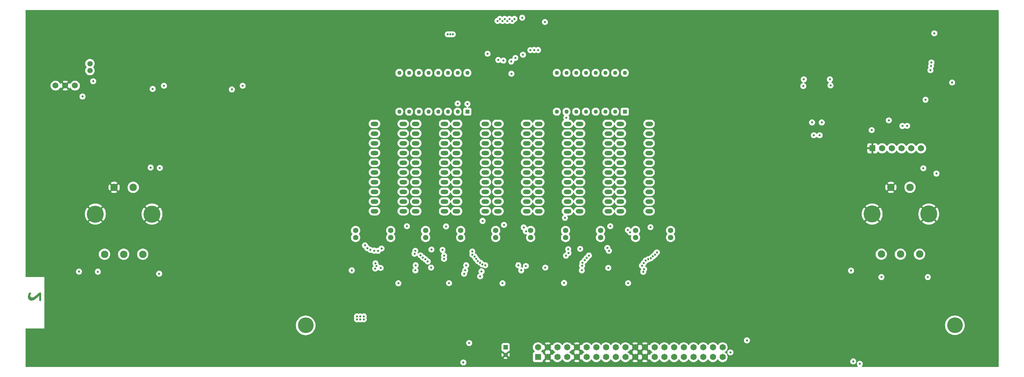
<source format=gbr>
%TF.GenerationSoftware,KiCad,Pcbnew,8.0.8*%
%TF.CreationDate,2025-05-17T22:16:50-04:00*%
%TF.ProjectId,control board,636f6e74-726f-46c2-9062-6f6172642e6b,rev?*%
%TF.SameCoordinates,Original*%
%TF.FileFunction,Copper,L2,Inr*%
%TF.FilePolarity,Positive*%
%FSLAX46Y46*%
G04 Gerber Fmt 4.6, Leading zero omitted, Abs format (unit mm)*
G04 Created by KiCad (PCBNEW 8.0.8) date 2025-05-17 22:16:50*
%MOMM*%
%LPD*%
G01*
G04 APERTURE LIST*
%ADD10C,0.300000*%
%TA.AperFunction,ComponentPad*%
%ADD11C,1.416000*%
%TD*%
%TA.AperFunction,ComponentPad*%
%ADD12C,4.100000*%
%TD*%
%TA.AperFunction,ComponentPad*%
%ADD13R,1.650000X1.650000*%
%TD*%
%TA.AperFunction,ComponentPad*%
%ADD14C,1.650000*%
%TD*%
%TA.AperFunction,ComponentPad*%
%ADD15R,1.150000X1.150000*%
%TD*%
%TA.AperFunction,ComponentPad*%
%ADD16C,1.150000*%
%TD*%
%TA.AperFunction,ComponentPad*%
%ADD17O,2.000000X1.200000*%
%TD*%
%TA.AperFunction,ComponentPad*%
%ADD18R,1.100000X1.100000*%
%TD*%
%TA.AperFunction,ComponentPad*%
%ADD19C,1.100000*%
%TD*%
%TA.AperFunction,ComponentPad*%
%ADD20C,1.950000*%
%TD*%
%TA.AperFunction,ComponentPad*%
%ADD21C,4.460000*%
%TD*%
%TA.AperFunction,ComponentPad*%
%ADD22C,1.560000*%
%TD*%
%TA.AperFunction,ViaPad*%
%ADD23C,0.558800*%
%TD*%
G04 APERTURE END LIST*
D10*
G36*
X308430366Y-276492289D02*
G01*
X308555062Y-276485775D01*
X308638813Y-276466234D01*
X308685341Y-276431803D01*
X308699300Y-276385274D01*
X308699300Y-274437601D01*
X308689063Y-274338961D01*
X308649980Y-274270100D01*
X308564368Y-274231946D01*
X308420130Y-274220780D01*
X308275892Y-274228224D01*
X308169808Y-274257072D01*
X308077682Y-274311045D01*
X307979973Y-274395726D01*
X307322993Y-274981982D01*
X307180176Y-275112915D01*
X307028746Y-275236128D01*
X306990782Y-275263943D01*
X306829725Y-275370071D01*
X306716265Y-275431445D01*
X306540737Y-275500714D01*
X306487346Y-275514265D01*
X306300924Y-275536512D01*
X306289136Y-275536599D01*
X306115120Y-275508682D01*
X305971813Y-275427723D01*
X305875965Y-275292791D01*
X305840638Y-275108860D01*
X305840603Y-275102025D01*
X305856233Y-274914507D01*
X305876895Y-274828439D01*
X305942013Y-274653925D01*
X305958785Y-274619062D01*
X306041605Y-274468310D01*
X306078828Y-274374323D01*
X306063939Y-274334309D01*
X306014619Y-274306392D01*
X305920632Y-274289642D01*
X305777325Y-274283128D01*
X305681476Y-274286850D01*
X305614476Y-274298017D01*
X305564225Y-274319420D01*
X305513044Y-274365017D01*
X305437668Y-274485991D01*
X305361802Y-274662751D01*
X305348334Y-274701882D01*
X305296941Y-274881652D01*
X305274819Y-274984774D01*
X305249956Y-275172804D01*
X305245041Y-275306749D01*
X305254463Y-275495538D01*
X305289272Y-275691974D01*
X305312042Y-275768310D01*
X305386305Y-275939206D01*
X305498155Y-276096799D01*
X305646289Y-276223211D01*
X305781047Y-276292218D01*
X305962154Y-276342319D01*
X306133731Y-276356427D01*
X306329566Y-276345273D01*
X306461290Y-276324788D01*
X306650351Y-276267700D01*
X306808391Y-276193578D01*
X306978899Y-276091416D01*
X307137240Y-275978614D01*
X307220631Y-275913478D01*
X307368468Y-275789197D01*
X307513641Y-275657763D01*
X307652325Y-275525361D01*
X307743609Y-275435167D01*
X308163294Y-275039677D01*
X308163294Y-276374108D01*
X308178183Y-276422497D01*
X308224711Y-276460650D01*
X308308462Y-276483914D01*
X308430366Y-276492289D01*
G37*
D11*
%TO.N,Net-(LED12-A)*%
%TO.C,LED12*%
X321437400Y-216179600D03*
%TO.N,Net-(LED12-K)*%
X321437400Y-214350800D03*
%TD*%
D12*
%TO.N,unconnected-(H6-Pad1)*%
%TO.C,H6*%
X547497400Y-282816500D03*
%TD*%
%TO.N,unconnected-(H5-Pad1)*%
%TO.C,H5*%
X377825400Y-282841900D03*
%TD*%
D13*
%TO.N,VCC_POWER_L_F*%
%TO.C,J10*%
X438531400Y-291129400D03*
D14*
X438531400Y-288589400D03*
%TO.N,GND-F*%
X441071400Y-291129400D03*
X441071400Y-288589400D03*
%TO.N,nDISPLAY_F*%
X443611400Y-291129400D03*
%TO.N,nMULTI2_F*%
X443611400Y-288589400D03*
%TO.N,nSOURCE_F*%
X446151400Y-291129400D03*
%TO.N,3V3_F*%
X446151400Y-288589400D03*
%TO.N,GND-F*%
X448691400Y-291129400D03*
X448691400Y-288589400D03*
%TO.N,LATCH_F*%
X451231400Y-291129400D03*
%TO.N,DISPLAY LAT_F*%
X451231400Y-288589400D03*
%TO.N,unconnected-(J10-Pad13)*%
X453771400Y-291129400D03*
%TO.N,DISPLAY BLANK_F*%
X453771400Y-288589400D03*
%TO.N,unconnected-(J10-Pad15)*%
X456311400Y-291129400D03*
%TO.N,BLANK_F*%
X456311400Y-288589400D03*
%TO.N,TUNE A_F*%
X458851400Y-291129400D03*
%TO.N,IR IN_F*%
X458851400Y-288589400D03*
%TO.N,TUNE B_F*%
X461391400Y-291129400D03*
%TO.N,PLAY_PAUSE_F*%
X461391400Y-288589400D03*
%TO.N,GND-F*%
X463931400Y-291129400D03*
X463931400Y-288589400D03*
X466471400Y-291129400D03*
X466471400Y-288589400D03*
%TO.N,BAR_F*%
X469011400Y-291129400D03*
%TO.N,BT R_F*%
X469011400Y-288589400D03*
%TO.N,BAR SCLK_F*%
X471551400Y-291129400D03*
%TO.N,BT L_F*%
X471551400Y-288589400D03*
%TO.N,FWD_F*%
X474091400Y-291129400D03*
%TO.N,2V5_F*%
X474091400Y-288589400D03*
%TO.N,REV_F*%
X476631400Y-291129400D03*
%TO.N,VCC Signal_F*%
X476631400Y-288589400D03*
%TO.N,VOL+_F*%
X479171400Y-291129400D03*
%TO.N,VOL A_F*%
X479171400Y-288589400D03*
%TO.N,VOL-_F*%
X481711400Y-291129400D03*
%TO.N,VOL B_F*%
X481711400Y-288589400D03*
%TO.N,nMULTI1_F*%
X484251400Y-291129400D03*
%TO.N,UART TXD_F*%
X484251400Y-288589400D03*
%TO.N,MFB_F*%
X486791400Y-291129400D03*
%TO.N,UART RXD_F*%
X486791400Y-288589400D03*
%TD*%
D13*
%TO.N,GND-F*%
%TO.C,J2*%
X525951400Y-236512300D03*
D14*
%TO.N,unconnected-(J2-Pad2)*%
X528491400Y-236512300D03*
%TO.N,unconnected-(J2-Pad3)*%
X531031400Y-236512300D03*
%TO.N,Net-(D13-K)*%
X533571400Y-236512300D03*
%TO.N,Net-(D16-K)*%
X536111400Y-236512300D03*
%TO.N,unconnected-(J2-Pad6)*%
X538651400Y-236512300D03*
%TD*%
D15*
%TO.N,Net-(C1-+)*%
%TO.C,C1*%
X430078000Y-288556900D03*
D16*
%TO.N,GND-F*%
X430078000Y-290556900D03*
%TD*%
D11*
%TO.N,/Front Board/VLED*%
%TO.C,LED3*%
X409169000Y-258013400D03*
%TO.N,Net-(IC14-OUT13)*%
X409169000Y-259842200D03*
%TD*%
D17*
%TO.N,Net-(IC13-OUT14)*%
%TO.C,U8*%
X428065000Y-252958800D03*
%TO.N,Net-(IC13-OUT15)*%
X428065000Y-250418800D03*
%TO.N,Net-(IC15-OUT0)*%
X428065000Y-247878800D03*
%TO.N,Net-(IC15-OUT1)*%
X428065000Y-245338800D03*
%TO.N,Net-(IC15-OUT2)*%
X428065000Y-242798800D03*
%TO.N,Net-(IC15-OUT3)*%
X428065000Y-240258800D03*
%TO.N,Net-(IC15-OUT4)*%
X428065000Y-237718800D03*
%TO.N,Net-(IC15-OUT5)*%
X428065000Y-235178800D03*
%TO.N,Net-(IC15-OUT6)*%
X428065000Y-232638800D03*
%TO.N,Net-(IC15-OUT7)*%
X428065000Y-230098800D03*
%TO.N,/Front Board/VLED*%
X435585000Y-230098800D03*
X435585000Y-232638800D03*
X435585000Y-235178800D03*
X435585000Y-237718800D03*
X435585000Y-240258800D03*
X435585000Y-242798800D03*
X435585000Y-245338800D03*
X435585000Y-247878800D03*
X435585000Y-250418800D03*
X435585000Y-252958800D03*
%TD*%
D18*
%TO.N,/Front Board/LED Display/D5*%
%TO.C,DS2*%
X461239000Y-226923800D03*
D19*
%TO.N,/Front Board/LED Display/D6*%
X458699000Y-226923800D03*
%TO.N,/Front Board/LED Display/D*%
X456159000Y-226923800D03*
%TO.N,unconnected-(DS2-ANODE_L1L2-Pad4)*%
X453619000Y-226923800D03*
%TO.N,/Front Board/LED Display/E*%
X451079000Y-226923800D03*
%TO.N,/Front Board/LED Display/D7*%
X448539000Y-226923800D03*
%TO.N,/Front Board/LED Display/DP*%
X445999000Y-226923800D03*
%TO.N,/Front Board/LED Display/D8*%
X443459000Y-226923800D03*
%TO.N,unconnected-(DS2-CATHODE_L3-Pad9)*%
X443459000Y-216763800D03*
%TO.N,unconnected-(DS2-ANODE_L3-Pad10)*%
X445999000Y-216763800D03*
%TO.N,/Front Board/LED Display/F*%
X448539000Y-216763800D03*
%TO.N,unconnected-(DS2-CATHODE_L1L2-Pad12)*%
X451079000Y-216763800D03*
%TO.N,/Front Board/LED Display/C*%
X453619000Y-216763800D03*
%TO.N,/Front Board/LED Display/A*%
X456159000Y-216763800D03*
%TO.N,/Front Board/LED Display/G*%
X458699000Y-216763800D03*
%TO.N,/Front Board/LED Display/B*%
X461239000Y-216763800D03*
%TD*%
D18*
%TO.N,/Front Board/LED Display/D1*%
%TO.C,DS1*%
X420091000Y-226923800D03*
D19*
%TO.N,/Front Board/LED Display/D2*%
X417551000Y-226923800D03*
%TO.N,/Front Board/LED Display/D*%
X415011000Y-226923800D03*
%TO.N,unconnected-(DS1-ANODE_L1L2-Pad4)*%
X412471000Y-226923800D03*
%TO.N,/Front Board/LED Display/E*%
X409931000Y-226923800D03*
%TO.N,/Front Board/LED Display/D3*%
X407391000Y-226923800D03*
%TO.N,/Front Board/LED Display/DP*%
X404851000Y-226923800D03*
%TO.N,/Front Board/LED Display/D4*%
X402311000Y-226923800D03*
%TO.N,unconnected-(DS1-CATHODE_L3-Pad9)*%
X402311000Y-216763800D03*
%TO.N,unconnected-(DS1-ANODE_L3-Pad10)*%
X404851000Y-216763800D03*
%TO.N,/Front Board/LED Display/F*%
X407391000Y-216763800D03*
%TO.N,unconnected-(DS1-CATHODE_L1L2-Pad12)*%
X409931000Y-216763800D03*
%TO.N,/Front Board/LED Display/C*%
X412471000Y-216763800D03*
%TO.N,/Front Board/LED Display/A*%
X415011000Y-216763800D03*
%TO.N,/Front Board/LED Display/G*%
X417551000Y-216763800D03*
%TO.N,/Front Board/LED Display/B*%
X420091000Y-216763800D03*
%TD*%
D20*
%TO.N,Net-(D10-K)*%
%TO.C,U2*%
X335259800Y-264220800D03*
%TO.N,Net-(D11-K)*%
X330259800Y-264220800D03*
%TO.N,Net-(R122-Pad1)*%
X325259800Y-264220800D03*
%TO.N,Net-(D9-K)*%
X332759800Y-246720800D03*
%TO.N,GND-F*%
X327759800Y-246720800D03*
D21*
X337659800Y-253720800D03*
X322859800Y-253720800D03*
%TD*%
D20*
%TO.N,Net-(D7-K)*%
%TO.C,U1*%
X538273400Y-264216300D03*
%TO.N,Net-(D8-K)*%
X533273400Y-264216300D03*
%TO.N,Net-(R121-Pad1)*%
X528273400Y-264216300D03*
%TO.N,Net-(D6-K)*%
X535773400Y-246716300D03*
%TO.N,GND-F*%
X530773400Y-246716300D03*
D21*
X540673400Y-253716300D03*
X525873400Y-253716300D03*
%TD*%
D17*
%TO.N,Net-(IC13-OUT4)*%
%TO.C,U6*%
X438733000Y-252958800D03*
%TO.N,Net-(IC13-OUT5)*%
X438733000Y-250418800D03*
%TO.N,Net-(IC13-OUT6)*%
X438733000Y-247878800D03*
%TO.N,Net-(IC13-OUT7)*%
X438733000Y-245338800D03*
%TO.N,Net-(IC13-OUT8)*%
X438733000Y-242798800D03*
%TO.N,Net-(IC13-OUT9)*%
X438733000Y-240258800D03*
%TO.N,Net-(IC13-OUT10)*%
X438733000Y-237718800D03*
%TO.N,Net-(IC13-OUT11)*%
X438733000Y-235178800D03*
%TO.N,Net-(IC13-OUT12)*%
X438733000Y-232638800D03*
%TO.N,Net-(IC13-OUT13)*%
X438733000Y-230098800D03*
%TO.N,/Front Board/VLED*%
X446253000Y-230098800D03*
X446253000Y-232638800D03*
X446253000Y-235178800D03*
X446253000Y-237718800D03*
X446253000Y-240258800D03*
X446253000Y-242798800D03*
X446253000Y-245338800D03*
X446253000Y-247878800D03*
X446253000Y-250418800D03*
X446253000Y-252958800D03*
%TD*%
%TO.N,Net-(IC15-OUT8)*%
%TO.C,U9*%
X417273000Y-252958800D03*
%TO.N,Net-(IC15-OUT9)*%
X417273000Y-250418800D03*
%TO.N,Net-(IC15-OUT10)*%
X417273000Y-247878800D03*
%TO.N,Net-(IC15-OUT11)*%
X417273000Y-245338800D03*
%TO.N,Net-(IC15-OUT12)*%
X417273000Y-242798800D03*
%TO.N,Net-(IC15-OUT13)*%
X417273000Y-240258800D03*
%TO.N,Net-(IC15-OUT14)*%
X417273000Y-237718800D03*
%TO.N,Net-(IC15-OUT15)*%
X417273000Y-235178800D03*
%TO.N,Net-(IC16-OUT0)*%
X417273000Y-232638800D03*
%TO.N,Net-(IC16-OUT1)*%
X417273000Y-230098800D03*
%TO.N,/Front Board/VLED*%
X424793000Y-230098800D03*
X424793000Y-232638800D03*
X424793000Y-235178800D03*
X424793000Y-237718800D03*
X424793000Y-240258800D03*
X424793000Y-242798800D03*
X424793000Y-245338800D03*
X424793000Y-247878800D03*
X424793000Y-250418800D03*
X424793000Y-252958800D03*
%TD*%
D11*
%TO.N,/Front Board/VLED*%
%TO.C,LED8*%
X445757700Y-258026100D03*
%TO.N,Net-(IC14-OUT9)*%
X445757700Y-259854900D03*
%TD*%
%TO.N,/Front Board/VLED*%
%TO.C,LED1*%
X390881000Y-258013400D03*
%TO.N,Net-(IC14-OUT15)*%
X390881000Y-259842200D03*
%TD*%
%TO.N,/Front Board/VLED*%
%TO.C,LED10*%
X464033000Y-258013400D03*
%TO.N,Net-(IC14-OUT7)*%
X464033000Y-259842200D03*
%TD*%
%TO.N,/Front Board/VLED*%
%TO.C,LED2*%
X400050400Y-258013400D03*
%TO.N,Net-(IC14-OUT14)*%
X400050400Y-259842200D03*
%TD*%
D17*
%TO.N,Net-(IC12-OUT0)*%
%TO.C,U3*%
X460069000Y-252958800D03*
%TO.N,Net-(IC12-OUT1)*%
X460069000Y-250418800D03*
%TO.N,Net-(IC12-OUT2)*%
X460069000Y-247878800D03*
%TO.N,Net-(IC12-OUT3)*%
X460069000Y-245338800D03*
%TO.N,Net-(IC12-OUT4)*%
X460069000Y-242798800D03*
%TO.N,Net-(IC12-OUT5)*%
X460069000Y-240258800D03*
%TO.N,Net-(IC12-OUT6)*%
X460069000Y-237718800D03*
%TO.N,Net-(IC12-OUT7)*%
X460069000Y-235178800D03*
%TO.N,Net-(IC12-OUT8)*%
X460069000Y-232638800D03*
%TO.N,Net-(IC12-OUT9)*%
X460069000Y-230098800D03*
%TO.N,/Front Board/VLED*%
X467589000Y-230098800D03*
X467589000Y-232638800D03*
X467589000Y-235178800D03*
X467589000Y-237718800D03*
X467589000Y-240258800D03*
X467589000Y-242798800D03*
X467589000Y-245338800D03*
X467589000Y-247878800D03*
X467589000Y-250418800D03*
X467589000Y-252958800D03*
%TD*%
D11*
%TO.N,/Front Board/VLED*%
%TO.C,LED9*%
X454889000Y-258013400D03*
%TO.N,Net-(IC14-OUT8)*%
X454889000Y-259842200D03*
%TD*%
%TO.N,/Front Board/VLED*%
%TO.C,LED7*%
X436626400Y-258013400D03*
%TO.N,Net-(IC14-OUT10)*%
X436626400Y-259842200D03*
%TD*%
D22*
%TO.N,Net-(IC2-OUT)*%
%TO.C,IC2*%
X317531100Y-220105200D03*
%TO.N,GND-F*%
X314991100Y-220105200D03*
%TO.N,3V3_F*%
X312451100Y-220105200D03*
%TD*%
D11*
%TO.N,/Front Board/VLED*%
%TO.C,LED11*%
X473202400Y-258013400D03*
%TO.N,Net-(IC14-OUT6)*%
X473202400Y-259842200D03*
%TD*%
%TO.N,/Front Board/VLED*%
%TO.C,LED6*%
X427482400Y-258013400D03*
%TO.N,Net-(IC14-OUT11)*%
X427482400Y-259842200D03*
%TD*%
%TO.N,/Front Board/VLED*%
%TO.C,LED4*%
X418338400Y-258013400D03*
%TO.N,Net-(IC14-OUT12)*%
X418338400Y-259842200D03*
%TD*%
D17*
%TO.N,Net-(IC16-OUT2)*%
%TO.C,U10*%
X406605000Y-252958800D03*
%TO.N,Net-(IC16-OUT3)*%
X406605000Y-250418800D03*
%TO.N,Net-(IC16-OUT4)*%
X406605000Y-247878800D03*
%TO.N,Net-(IC16-OUT5)*%
X406605000Y-245338800D03*
%TO.N,Net-(IC16-OUT6)*%
X406605000Y-242798800D03*
%TO.N,Net-(IC16-OUT7)*%
X406605000Y-240258800D03*
%TO.N,Net-(IC16-OUT8)*%
X406605000Y-237718800D03*
%TO.N,Net-(IC16-OUT9)*%
X406605000Y-235178800D03*
%TO.N,Net-(IC16-OUT10)*%
X406605000Y-232638800D03*
%TO.N,Net-(IC16-OUT11)*%
X406605000Y-230098800D03*
%TO.N,/Front Board/VLED*%
X414125000Y-230098800D03*
X414125000Y-232638800D03*
X414125000Y-235178800D03*
X414125000Y-237718800D03*
X414125000Y-240258800D03*
X414125000Y-242798800D03*
X414125000Y-245338800D03*
X414125000Y-247878800D03*
X414125000Y-250418800D03*
X414125000Y-252958800D03*
%TD*%
%TO.N,Net-(IC12-OUT10)*%
%TO.C,U4*%
X449401000Y-252958800D03*
%TO.N,Net-(IC12-OUT11)*%
X449401000Y-250418800D03*
%TO.N,Net-(IC12-OUT12)*%
X449401000Y-247878800D03*
%TO.N,Net-(IC12-OUT13)*%
X449401000Y-245338800D03*
%TO.N,Net-(IC12-OUT14)*%
X449401000Y-242798800D03*
%TO.N,Net-(IC12-OUT15)*%
X449401000Y-240258800D03*
%TO.N,Net-(IC13-OUT0)*%
X449401000Y-237718800D03*
%TO.N,Net-(IC13-OUT1)*%
X449401000Y-235178800D03*
%TO.N,Net-(IC13-OUT2)*%
X449401000Y-232638800D03*
%TO.N,Net-(IC13-OUT3)*%
X449401000Y-230098800D03*
%TO.N,/Front Board/VLED*%
X456921000Y-230098800D03*
X456921000Y-232638800D03*
X456921000Y-235178800D03*
X456921000Y-237718800D03*
X456921000Y-240258800D03*
X456921000Y-242798800D03*
X456921000Y-245338800D03*
X456921000Y-247878800D03*
X456921000Y-250418800D03*
X456921000Y-252958800D03*
%TD*%
%TO.N,Net-(IC16-OUT12)*%
%TO.C,U7*%
X395807000Y-252958800D03*
%TO.N,Net-(IC16-OUT13)*%
X395807000Y-250418800D03*
%TO.N,Net-(IC16-OUT14)*%
X395807000Y-247878800D03*
%TO.N,Net-(IC16-OUT15)*%
X395807000Y-245338800D03*
%TO.N,Net-(IC14-OUT0)*%
X395807000Y-242798800D03*
%TO.N,Net-(IC14-OUT1)*%
X395807000Y-240258800D03*
%TO.N,Net-(IC14-OUT2)*%
X395807000Y-237718800D03*
%TO.N,Net-(IC14-OUT3)*%
X395807000Y-235178800D03*
%TO.N,Net-(IC14-OUT4)*%
X395807000Y-232638800D03*
%TO.N,Net-(IC14-OUT5)*%
X395807000Y-230098800D03*
%TO.N,/Front Board/VLED*%
X403327000Y-230098800D03*
X403327000Y-232638800D03*
X403327000Y-235178800D03*
X403327000Y-237718800D03*
X403327000Y-240258800D03*
X403327000Y-242798800D03*
X403327000Y-245338800D03*
X403327000Y-247878800D03*
X403327000Y-250418800D03*
X403327000Y-252958800D03*
%TD*%
D23*
%TO.N,3V3_F*%
X322291600Y-218983000D03*
%TO.N,Net-(C1-+)*%
X419037000Y-292555900D03*
X420561000Y-287475900D03*
%TO.N,/Front Board/VLED*%
X391224000Y-280490900D03*
X392113000Y-280490900D03*
X392113000Y-281252900D03*
X414503000Y-256946600D03*
X467944600Y-257149800D03*
X415620600Y-206688800D03*
X445592600Y-254711400D03*
X393002000Y-281252900D03*
X391224000Y-281252900D03*
X393002000Y-280490900D03*
X414960200Y-206680000D03*
X416281000Y-206688800D03*
X424053400Y-255498800D03*
X404292200Y-256895800D03*
X457429000Y-256895800D03*
%TO.N,3V3_F*%
X318575800Y-268774800D03*
X525755000Y-231737100D03*
X440360200Y-203479600D03*
X429285800Y-271831000D03*
X539267800Y-241744700D03*
X337845800Y-220965400D03*
X546786200Y-219291100D03*
X445374200Y-271753800D03*
X337321000Y-241546000D03*
X415300600Y-271804600D03*
X462087400Y-271800600D03*
X520370200Y-268516300D03*
X358521400Y-221117800D03*
X402041600Y-271831000D03*
%TO.N,VCC Signal_F*%
X512166000Y-233096000D03*
X510642000Y-233096000D03*
%TO.N,LATCH_F*%
X450063000Y-267233600D03*
X406578200Y-267106600D03*
X433400600Y-267106600D03*
X419786200Y-267106600D03*
X435381800Y-267309800D03*
X466282786Y-268147428D03*
%TO.N,BLANK_F*%
X410591400Y-267716200D03*
X423792708Y-268706800D03*
X456907800Y-267804100D03*
X397434200Y-267817800D03*
X440461800Y-267741600D03*
%TO.N,BAR SCLK_F*%
X419517000Y-268451800D03*
X449997000Y-268451800D03*
X434162600Y-268451800D03*
X466051892Y-268846908D03*
X406512200Y-268451800D03*
%TO.N,DISPLAY LAT_F*%
X429641400Y-256540200D03*
%TO.N,/Front Board/LED Display/D1*%
X420091000Y-224891800D03*
%TO.N,/Front Board/LED Display/B*%
X432638600Y-212877600D03*
%TO.N,/Front Board/LED Display/F*%
X425374200Y-211760000D03*
%TO.N,/Front Board/LED Display/G*%
X431533700Y-213830100D03*
%TO.N,/Front Board/LED Display/A*%
X429514400Y-213563400D03*
%TO.N,/Front Board/LED Display/D2*%
X417551000Y-224790200D03*
%TO.N,/Front Board/LED Display/C*%
X428142800Y-213411000D03*
%TO.N,/Front Board/LED Display/DP*%
X445948200Y-228489800D03*
%TO.N,/Front Board/LED Display/D6*%
X438556800Y-210794800D03*
%TO.N,/Front Board/LED Display/D7*%
X437566200Y-210794800D03*
%TO.N,/Front Board/LED Display/D8*%
X436524800Y-210820200D03*
%TO.N,Net-(IC12-OUT2)*%
X466674600Y-265887400D03*
%TO.N,Net-(IC12-OUT3)*%
X467333437Y-265557981D03*
%TO.N,Net-(IC12-OUT4)*%
X468011780Y-265270867D03*
%TO.N,Net-(IC12-OUT6)*%
X469125107Y-264306562D03*
%TO.N,Net-(IC12-OUT0)*%
X465709400Y-267220400D03*
%TO.N,Net-(IC12-OUT5)*%
X468578552Y-264800385D03*
%TO.N,Net-(IC12-OUT7)*%
X469613807Y-263755422D03*
%TO.N,Net-(IC12-OUT8)*%
X456667000Y-262585400D03*
X462051800Y-257886400D03*
%TO.N,Net-(IC12-OUT9)*%
X462610600Y-258470600D03*
X457073400Y-263347400D03*
%TO.N,Net-(IC12-OUT1)*%
X466166600Y-266547800D03*
%TO.N,Net-(IC13-OUT14)*%
X435394500Y-258216600D03*
%TO.N,Net-(IC13-OUT4)*%
X445846600Y-264617400D03*
%TO.N,Net-(IC13-OUT2)*%
X451231400Y-265227000D03*
%TO.N,Net-(IC13-OUT7)*%
X449583973Y-262825686D03*
%TO.N,Net-(IC13-OUT0)*%
X450164600Y-266446200D03*
%TO.N,Net-(IC13-OUT5)*%
X446507000Y-263906200D03*
%TO.N,Net-(IC13-OUT1)*%
X450771248Y-265811200D03*
%TO.N,Net-(IC13-OUT15)*%
X434810300Y-257200600D03*
%TO.N,Net-(IC13-OUT3)*%
X451841000Y-264566600D03*
%TO.N,Net-(IC13-OUT6)*%
X446450000Y-262896400D03*
%TO.N,Net-(IC14-OUT11)*%
X394741800Y-263093400D03*
%TO.N,Net-(IC14-OUT9)*%
X396723000Y-263347400D03*
%TO.N,Net-(IC14-OUT15)*%
X396310963Y-267297084D03*
%TO.N,Net-(IC14-OUT6)*%
X406273400Y-264109400D03*
%TO.N,Net-(IC14-OUT14)*%
X396062600Y-266598600D03*
%TO.N,Net-(IC14-OUT7)*%
X406476600Y-263347400D03*
%TO.N,/Front Board/DISPLAY SIN*%
X434619800Y-212039400D03*
X431597200Y-216992400D03*
X396011800Y-267970200D03*
%TO.N,Net-(IC14-OUT10)*%
X395764492Y-263289908D03*
%TO.N,Net-(IC14-OUT13)*%
X393327150Y-261925000D03*
%TO.N,Net-(IC14-OUT8)*%
X397637400Y-262724600D03*
%TO.N,Net-(IC14-OUT12)*%
X393929000Y-262636200D03*
%TO.N,Net-(IC15-OUT10)*%
X421964725Y-264822446D03*
%TO.N,Net-(IC15-OUT11)*%
X422357270Y-265445737D03*
%TO.N,Net-(IC15-OUT12)*%
X422838817Y-266003137D03*
%TO.N,Net-(IC15-OUT15)*%
X424764600Y-267106600D03*
%TO.N,Net-(IC15-OUT14)*%
X424002600Y-266903400D03*
%TO.N,Net-(IC15-SOUT)*%
X419227400Y-269341800D03*
X423443800Y-270002200D03*
%TO.N,Net-(IC15-OUT13)*%
X423443329Y-266424026D03*
%TO.N,Net-(IC15-OUT9)*%
X421396915Y-264353218D03*
%TO.N,Net-(IC15-OUT8)*%
X421386399Y-263537550D03*
%TO.N,Net-(IC16-OUT11)*%
X413995000Y-265430200D03*
%TO.N,Net-(IC16-OUT13)*%
X408457800Y-265074600D03*
%TO.N,Net-(IC16-OUT8)*%
X410693000Y-262991800D03*
%TO.N,Net-(IC16-OUT14)*%
X409118200Y-265557200D03*
%TO.N,Net-(IC16-OUT9)*%
X413588600Y-263093400D03*
%TO.N,Net-(IC16-OUT10)*%
X413995000Y-264604016D03*
%TO.N,Net-(IC16-OUT12)*%
X407848200Y-264515800D03*
%TO.N,Net-(IC16-OUT15)*%
X409727800Y-266141400D03*
%TO.N,/Front Board/LED Display/D8 EN*%
X430505000Y-203174800D03*
%TO.N,/Front Board/LED Display/D2 EN*%
X429235000Y-203174800D03*
%TO.N,/Front Board/LED Display/D5 EN*%
X432409000Y-202666800D03*
%TO.N,/Front Board/LED Display/D1 EN*%
X429869000Y-202666800D03*
%TO.N,/Front Board/LED Display/D6 EN*%
X431775000Y-203174800D03*
%TO.N,/Front Board/LED Display/D3 EN*%
X428599000Y-202666800D03*
%TO.N,/Front Board/LED Display/D4 EN*%
X427965000Y-203174800D03*
%TO.N,/Front Board/LED Display/SOUT*%
X434409800Y-202336600D03*
%TO.N,/Front Board/LED Display/D7 EN*%
X431139000Y-202666800D03*
%TO.N,FWD_F*%
X520929000Y-292265300D03*
X542138000Y-206426000D03*
%TO.N,VOL+_F*%
X541281092Y-214967092D03*
%TO.N,REV_F*%
X541122000Y-216078000D03*
%TO.N,MFB_F*%
X493141400Y-286753500D03*
X530225400Y-229197100D03*
%TO.N,UART TXD_F*%
X533781400Y-230670300D03*
%TO.N,PLAY_PAUSE_F*%
X539826600Y-223812300D03*
X522656200Y-292900300D03*
%TO.N,VOL-_F*%
X541376000Y-214046000D03*
%TO.N,UART RXD_F*%
X535026000Y-230644900D03*
%TO.N,2V5_F*%
X508025800Y-218478300D03*
X514985400Y-220053100D03*
X507873400Y-220205500D03*
X510159400Y-229755900D03*
X512699400Y-229755900D03*
X514833000Y-218478300D03*
%TO.N,nDISPLAY_F*%
X340792200Y-220152600D03*
%TO.N,TUNE B_F*%
X323509400Y-268792800D03*
%TO.N,TUNE A_F*%
X339547600Y-269316400D03*
%TO.N,nSOURCE_F*%
X361366200Y-220152600D03*
%TO.N,VOL A_F*%
X540419400Y-270226300D03*
%TO.N,VOL B_F*%
X488823400Y-289903100D03*
X528294700Y-270226300D03*
%TO.N,nMULTI1_F*%
X542671400Y-243116300D03*
%TO.N,nMULTI2_F*%
X339711800Y-241650800D03*
%TO.N,IR IN_F*%
X389865000Y-268452800D03*
X319502600Y-222965800D03*
%TO.N,GND-F*%
X417195400Y-292646300D03*
X448437400Y-286804300D03*
X339700000Y-277800000D03*
X407899000Y-255473400D03*
X352400000Y-252400000D03*
X529867300Y-211811600D03*
X449936000Y-255448000D03*
X393421000Y-258521400D03*
X531188100Y-214250000D03*
X431140000Y-224460000D03*
X553847400Y-281470300D03*
X508025800Y-228333500D03*
X352400000Y-277800000D03*
X405740000Y-224460000D03*
X494640000Y-272720000D03*
X377800000Y-277800000D03*
X327000000Y-239700000D03*
X440461800Y-260070800D03*
X503530000Y-285420000D03*
X454000000Y-282880000D03*
X423266000Y-279070000D03*
X404978000Y-249098000D03*
X508610000Y-280340000D03*
X540385400Y-233464300D03*
X423545400Y-293154300D03*
X425806000Y-274498000D03*
X492100000Y-233350000D03*
X514883800Y-228231900D03*
X377800000Y-207950000D03*
X466700000Y-207950000D03*
X532610500Y-216891600D03*
X461620000Y-219380000D03*
X513690000Y-240970000D03*
X327000000Y-252400000D03*
X451460000Y-221920000D03*
X532257400Y-241338300D03*
X327000000Y-277800000D03*
X515214000Y-210871000D03*
X398907400Y-286296300D03*
X541147400Y-248450300D03*
X426060000Y-219380000D03*
X352400000Y-290500000D03*
X502260000Y-214300000D03*
X377800000Y-265100000D03*
X476606000Y-266116000D03*
X518643000Y-204521000D03*
X531289700Y-208509600D03*
X497129200Y-284505600D03*
X398120000Y-275006000D03*
X409804000Y-236652000D03*
X454000000Y-277800000D03*
X440969800Y-256845000D03*
X461620000Y-285420000D03*
X401930000Y-288214000D03*
X504800000Y-246050000D03*
X324637800Y-250926800D03*
X532305700Y-205563200D03*
X508610000Y-248590000D03*
X418313000Y-254965400D03*
X390500000Y-290500000D03*
X479400000Y-214300000D03*
X314300000Y-265100000D03*
X516724000Y-209728000D03*
X377800000Y-220650000D03*
X398907400Y-289090300D03*
X479400000Y-233350000D03*
X410058000Y-232334000D03*
X339700000Y-265100000D03*
X404978000Y-241478000D03*
X327000000Y-265100000D03*
X428092000Y-266624000D03*
X314300000Y-277800000D03*
X473812000Y-276784000D03*
X429108000Y-258242000D03*
X509143400Y-219951500D03*
X508610000Y-271450000D03*
X492100000Y-258750000D03*
X512242200Y-237477500D03*
X339700000Y-290500000D03*
X421259400Y-292392300D03*
X511429400Y-228282700D03*
X521335400Y-233972300D03*
X418948000Y-276022000D03*
X352400000Y-227000000D03*
X484734000Y-266116000D03*
X528447400Y-248450300D03*
X503072800Y-281483000D03*
X511302400Y-268783000D03*
X513690000Y-248590000D03*
X390500000Y-207950000D03*
X508610000Y-256210000D03*
X511150000Y-247320000D03*
X390500000Y-233350000D03*
X526870100Y-216891600D03*
X511150000Y-253670000D03*
X513690000Y-271450000D03*
X314300000Y-290500000D03*
X431140000Y-219380000D03*
X314300000Y-207950000D03*
X529664100Y-205563200D03*
X443840000Y-277800000D03*
X508889400Y-235851900D03*
X377800000Y-290500000D03*
X446380000Y-219380000D03*
X455143000Y-264515800D03*
X430149400Y-293154300D03*
X466979400Y-286550300D03*
X479400000Y-207950000D03*
X479400000Y-258750000D03*
X463931400Y-286550300D03*
X426060000Y-224460000D03*
X426085400Y-293154300D03*
X377800000Y-233350000D03*
X404749400Y-290360300D03*
X513867800Y-235902700D03*
X377800000Y-246050000D03*
X449809000Y-260553400D03*
X504800000Y-220650000D03*
X352400000Y-207950000D03*
X555117400Y-227622300D03*
X526971700Y-205614000D03*
X511150000Y-240970000D03*
X458318000Y-274752000D03*
X511277000Y-208712000D03*
X396621400Y-287566300D03*
X518643000Y-206807000D03*
X549250000Y-207950000D03*
X529209400Y-233464300D03*
X508991000Y-275717200D03*
X439268000Y-255448000D03*
X460604000Y-254686000D03*
X390500000Y-246050000D03*
X502260000Y-265100000D03*
X442341400Y-292646300D03*
X327000000Y-207950000D03*
X472288000Y-286690000D03*
X513664600Y-220002300D03*
X314300000Y-252400000D03*
X508864000Y-213538000D03*
X467970000Y-277800000D03*
X484480000Y-281610000D03*
X543941400Y-232194300D03*
X441554000Y-274498000D03*
X339700000Y-207950000D03*
X454000000Y-219380000D03*
X407264000Y-288214000D03*
X440055400Y-286804300D03*
X411328000Y-274752000D03*
X390500000Y-220650000D03*
X552323400Y-217970300D03*
X365100000Y-252400000D03*
X467970000Y-282372000D03*
X492100000Y-246050000D03*
X467741400Y-292646300D03*
X466700000Y-214300000D03*
X438760000Y-219380000D03*
X532257400Y-243116300D03*
X533527400Y-291630300D03*
X492100000Y-281610000D03*
X459080000Y-221920000D03*
X436220000Y-224460000D03*
X479400000Y-246050000D03*
X528089300Y-208509600D03*
X492100000Y-220650000D03*
X514198000Y-213538000D03*
X413360000Y-219380000D03*
X514071000Y-205918000D03*
X553847400Y-273850300D03*
X520573400Y-229908300D03*
X482448000Y-286690000D03*
X440055400Y-292646300D03*
X511150000Y-261290000D03*
X504800000Y-276530000D03*
X482295600Y-284581800D03*
X314300000Y-227000000D03*
X365100000Y-227000000D03*
X365100000Y-265100000D03*
X465201400Y-292646300D03*
X489534600Y-284556400D03*
X352400000Y-265100000D03*
X513690000Y-256210000D03*
X419075000Y-270967400D03*
X309982000Y-223190000D03*
X314300000Y-239700000D03*
X449961400Y-292646300D03*
X413360000Y-224460000D03*
X406375000Y-257759400D03*
X365100000Y-207950000D03*
X528089300Y-214250000D03*
X508610000Y-240970000D03*
X352400000Y-239700000D03*
X509194200Y-220713500D03*
X553847400Y-291630300D03*
X433680000Y-277800000D03*
X469367000Y-258013400D03*
X469621000Y-266141400D03*
X327000000Y-290500000D03*
X471780000Y-271704000D03*
X529765700Y-216891600D03*
X513613800Y-220764300D03*
X504800000Y-207950000D03*
X541147400Y-261150300D03*
X466700000Y-220650000D03*
X428600000Y-255448000D03*
X513690000Y-263830000D03*
X443840000Y-224460000D03*
X492100000Y-214300000D03*
X365100000Y-239700000D03*
X337337800Y-263626800D03*
X516724000Y-210998000D03*
X411861400Y-289699900D03*
X523367400Y-281470300D03*
X534137000Y-269926000D03*
X499720000Y-281610000D03*
X365100000Y-290500000D03*
X528447400Y-261150300D03*
X479400000Y-271450000D03*
X365100000Y-277800000D03*
X339700000Y-227000000D03*
X420980000Y-219380000D03*
X510515000Y-237477500D03*
X327000000Y-227000000D03*
X508610000Y-263830000D03*
X492100000Y-207950000D03*
X479400000Y-220650000D03*
X471526000Y-284150000D03*
X553847400Y-261150300D03*
X553847400Y-248450300D03*
X449809000Y-257505400D03*
%TD*%
%TA.AperFunction,Conductor*%
%TO.N,GND-F*%
G36*
X440558882Y-288801692D02*
G01*
X440631290Y-288927108D01*
X440733692Y-289029510D01*
X440859108Y-289101918D01*
X440901165Y-289113187D01*
X440327975Y-289686375D01*
X440406371Y-289741267D01*
X440418702Y-289747017D01*
X440471142Y-289793189D01*
X440490294Y-289860383D01*
X440470079Y-289927264D01*
X440418704Y-289971781D01*
X440406377Y-289977529D01*
X440327976Y-290032424D01*
X440901165Y-290605612D01*
X440859108Y-290616882D01*
X440733692Y-290689290D01*
X440631290Y-290791692D01*
X440558882Y-290917108D01*
X440547612Y-290959165D01*
X439968184Y-290379736D01*
X439923205Y-290370697D01*
X439873023Y-290322081D01*
X439856899Y-290260936D01*
X439856899Y-290256529D01*
X439856898Y-290256523D01*
X439856897Y-290256516D01*
X439850491Y-290196917D01*
X439839300Y-290166913D01*
X439800197Y-290062071D01*
X439800193Y-290062064D01*
X439713947Y-289946855D01*
X439713944Y-289946852D01*
X439598735Y-289860606D01*
X439598728Y-289860602D01*
X439463882Y-289810308D01*
X439456338Y-289808526D01*
X439457014Y-289805663D01*
X439405190Y-289784165D01*
X439365371Y-289726752D01*
X439362914Y-289656926D01*
X439395362Y-289599976D01*
X439550670Y-289444669D01*
X439683701Y-289254682D01*
X439689293Y-289242689D01*
X439735462Y-289190251D01*
X439802655Y-289171097D01*
X439869537Y-289191311D01*
X439914056Y-289242686D01*
X439919531Y-289254427D01*
X439919533Y-289254431D01*
X439974423Y-289332822D01*
X439974423Y-289332823D01*
X440547612Y-288759634D01*
X440558882Y-288801692D01*
G37*
%TD.AperFunction*%
%TA.AperFunction,Conductor*%
G36*
X448178882Y-288801692D02*
G01*
X448251290Y-288927108D01*
X448353692Y-289029510D01*
X448479108Y-289101918D01*
X448521165Y-289113187D01*
X447947975Y-289686375D01*
X448026371Y-289741267D01*
X448038702Y-289747017D01*
X448091142Y-289793189D01*
X448110294Y-289860383D01*
X448090079Y-289927264D01*
X448038704Y-289971781D01*
X448026377Y-289977529D01*
X447947976Y-290032424D01*
X448521165Y-290605612D01*
X448479108Y-290616882D01*
X448353692Y-290689290D01*
X448251290Y-290791692D01*
X448178882Y-290917108D01*
X448167612Y-290959165D01*
X447594424Y-290385976D01*
X447539531Y-290464374D01*
X447534055Y-290476117D01*
X447487880Y-290528554D01*
X447420686Y-290547703D01*
X447353805Y-290527484D01*
X447309294Y-290476113D01*
X447303701Y-290464119D01*
X447170670Y-290274131D01*
X447006669Y-290110130D01*
X446816682Y-289977099D01*
X446805278Y-289971781D01*
X446752840Y-289925610D01*
X446733688Y-289858416D01*
X446753904Y-289791535D01*
X446805278Y-289747018D01*
X446816682Y-289741701D01*
X447006669Y-289608670D01*
X447170670Y-289444669D01*
X447303701Y-289254682D01*
X447309293Y-289242689D01*
X447355462Y-289190251D01*
X447422655Y-289171097D01*
X447489537Y-289191311D01*
X447534056Y-289242686D01*
X447539531Y-289254427D01*
X447539533Y-289254431D01*
X447594423Y-289332822D01*
X447594423Y-289332823D01*
X448167612Y-288759634D01*
X448178882Y-288801692D01*
G37*
%TD.AperFunction*%
%TA.AperFunction,Conductor*%
G36*
X463418882Y-288801692D02*
G01*
X463491290Y-288927108D01*
X463593692Y-289029510D01*
X463719108Y-289101918D01*
X463761165Y-289113187D01*
X463187975Y-289686375D01*
X463266371Y-289741267D01*
X463278702Y-289747017D01*
X463331142Y-289793189D01*
X463350294Y-289860383D01*
X463330079Y-289927264D01*
X463278704Y-289971781D01*
X463266377Y-289977529D01*
X463187976Y-290032424D01*
X463761165Y-290605612D01*
X463719108Y-290616882D01*
X463593692Y-290689290D01*
X463491290Y-290791692D01*
X463418882Y-290917108D01*
X463407612Y-290959165D01*
X462834424Y-290385976D01*
X462779531Y-290464374D01*
X462774055Y-290476117D01*
X462727880Y-290528554D01*
X462660686Y-290547703D01*
X462593805Y-290527484D01*
X462549294Y-290476113D01*
X462543701Y-290464119D01*
X462410670Y-290274131D01*
X462246669Y-290110130D01*
X462056682Y-289977099D01*
X462045278Y-289971781D01*
X461992840Y-289925610D01*
X461973688Y-289858416D01*
X461993904Y-289791535D01*
X462045278Y-289747018D01*
X462056682Y-289741701D01*
X462246669Y-289608670D01*
X462410670Y-289444669D01*
X462543701Y-289254682D01*
X462549293Y-289242689D01*
X462595462Y-289190251D01*
X462662655Y-289171097D01*
X462729537Y-289191311D01*
X462774056Y-289242686D01*
X462779531Y-289254427D01*
X462779533Y-289254431D01*
X462834423Y-289332822D01*
X462834423Y-289332823D01*
X463407612Y-288759634D01*
X463418882Y-288801692D01*
G37*
%TD.AperFunction*%
%TA.AperFunction,Conductor*%
G36*
X465958882Y-288801692D02*
G01*
X466031290Y-288927108D01*
X466133692Y-289029510D01*
X466259108Y-289101918D01*
X466301165Y-289113187D01*
X465727975Y-289686375D01*
X465806371Y-289741267D01*
X465818702Y-289747017D01*
X465871142Y-289793189D01*
X465890294Y-289860383D01*
X465870079Y-289927264D01*
X465818704Y-289971781D01*
X465806377Y-289977529D01*
X465727976Y-290032424D01*
X466301165Y-290605612D01*
X466259108Y-290616882D01*
X466133692Y-290689290D01*
X466031290Y-290791692D01*
X465958882Y-290917108D01*
X465947612Y-290959165D01*
X465374424Y-290385976D01*
X465319529Y-290464377D01*
X465313781Y-290476704D01*
X465267608Y-290529143D01*
X465200414Y-290548294D01*
X465133533Y-290528077D01*
X465089017Y-290476702D01*
X465083266Y-290464370D01*
X465028374Y-290385976D01*
X464455187Y-290959164D01*
X464443918Y-290917108D01*
X464371510Y-290791692D01*
X464269108Y-290689290D01*
X464143692Y-290616882D01*
X464101633Y-290605612D01*
X464674823Y-290032423D01*
X464596433Y-289977534D01*
X464584098Y-289971783D01*
X464531658Y-289925611D01*
X464512506Y-289858417D01*
X464532721Y-289791536D01*
X464584098Y-289747017D01*
X464596432Y-289741265D01*
X464674823Y-289686375D01*
X464101634Y-289113187D01*
X464143692Y-289101918D01*
X464269108Y-289029510D01*
X464371510Y-288927108D01*
X464443918Y-288801692D01*
X464455187Y-288759634D01*
X465028375Y-289332823D01*
X465083265Y-289254432D01*
X465089017Y-289242098D01*
X465135189Y-289189658D01*
X465202383Y-289170506D01*
X465269264Y-289190721D01*
X465313783Y-289242098D01*
X465319534Y-289254433D01*
X465374423Y-289332822D01*
X465374423Y-289332823D01*
X465947612Y-288759634D01*
X465958882Y-288801692D01*
G37*
%TD.AperFunction*%
%TA.AperFunction,Conductor*%
G36*
X442168375Y-289332823D02*
G01*
X442223264Y-289254433D01*
X442228740Y-289242691D01*
X442274911Y-289190251D01*
X442342104Y-289171097D01*
X442408986Y-289191311D01*
X442453505Y-289242686D01*
X442453508Y-289242692D01*
X442459099Y-289254682D01*
X442592130Y-289444669D01*
X442756131Y-289608670D01*
X442946118Y-289741701D01*
X442957521Y-289747018D01*
X443009960Y-289793190D01*
X443029112Y-289860384D01*
X443008896Y-289927265D01*
X442957523Y-289971781D01*
X442946120Y-289977098D01*
X442946114Y-289977101D01*
X442756135Y-290110126D01*
X442756129Y-290110131D01*
X442592131Y-290274129D01*
X442592126Y-290274135D01*
X442459101Y-290464114D01*
X442459097Y-290464122D01*
X442453504Y-290476116D01*
X442407329Y-290528554D01*
X442340135Y-290547703D01*
X442273255Y-290527484D01*
X442228740Y-290476109D01*
X442223266Y-290464369D01*
X442168374Y-290385976D01*
X441595187Y-290959164D01*
X441583918Y-290917108D01*
X441511510Y-290791692D01*
X441409108Y-290689290D01*
X441283692Y-290616882D01*
X441241633Y-290605612D01*
X441814823Y-290032423D01*
X441736433Y-289977534D01*
X441724098Y-289971783D01*
X441671658Y-289925611D01*
X441652506Y-289858417D01*
X441672721Y-289791536D01*
X441724098Y-289747017D01*
X441736432Y-289741265D01*
X441814823Y-289686375D01*
X441241634Y-289113187D01*
X441283692Y-289101918D01*
X441409108Y-289029510D01*
X441511510Y-288927108D01*
X441583918Y-288801692D01*
X441595187Y-288759635D01*
X442168375Y-289332823D01*
G37*
%TD.AperFunction*%
%TA.AperFunction,Conductor*%
G36*
X449788375Y-289332823D02*
G01*
X449843264Y-289254433D01*
X449848740Y-289242691D01*
X449894911Y-289190251D01*
X449962104Y-289171097D01*
X450028986Y-289191311D01*
X450073505Y-289242686D01*
X450073508Y-289242692D01*
X450079099Y-289254682D01*
X450212130Y-289444669D01*
X450376131Y-289608670D01*
X450566118Y-289741701D01*
X450577521Y-289747018D01*
X450629960Y-289793190D01*
X450649112Y-289860384D01*
X450628896Y-289927265D01*
X450577523Y-289971781D01*
X450566120Y-289977098D01*
X450566114Y-289977101D01*
X450376135Y-290110126D01*
X450376129Y-290110131D01*
X450212131Y-290274129D01*
X450212126Y-290274135D01*
X450079101Y-290464114D01*
X450079097Y-290464122D01*
X450073504Y-290476116D01*
X450027329Y-290528554D01*
X449960135Y-290547703D01*
X449893255Y-290527484D01*
X449848740Y-290476109D01*
X449843266Y-290464369D01*
X449788374Y-290385976D01*
X449215187Y-290959164D01*
X449203918Y-290917108D01*
X449131510Y-290791692D01*
X449029108Y-290689290D01*
X448903692Y-290616882D01*
X448861633Y-290605612D01*
X449434823Y-290032423D01*
X449356433Y-289977534D01*
X449344098Y-289971783D01*
X449291658Y-289925611D01*
X449272506Y-289858417D01*
X449292721Y-289791536D01*
X449344098Y-289747017D01*
X449356432Y-289741265D01*
X449434823Y-289686375D01*
X448861634Y-289113187D01*
X448903692Y-289101918D01*
X449029108Y-289029510D01*
X449131510Y-288927108D01*
X449203918Y-288801692D01*
X449215187Y-288759635D01*
X449788375Y-289332823D01*
G37*
%TD.AperFunction*%
%TA.AperFunction,Conductor*%
G36*
X467568375Y-289332823D02*
G01*
X467623264Y-289254433D01*
X467628740Y-289242691D01*
X467674911Y-289190251D01*
X467742104Y-289171097D01*
X467808986Y-289191311D01*
X467853505Y-289242686D01*
X467853508Y-289242692D01*
X467859099Y-289254682D01*
X467992130Y-289444669D01*
X468156131Y-289608670D01*
X468346118Y-289741701D01*
X468357521Y-289747018D01*
X468409960Y-289793190D01*
X468429112Y-289860384D01*
X468408896Y-289927265D01*
X468357523Y-289971781D01*
X468346120Y-289977098D01*
X468346114Y-289977101D01*
X468156135Y-290110126D01*
X468156129Y-290110131D01*
X467992131Y-290274129D01*
X467992126Y-290274135D01*
X467859101Y-290464114D01*
X467859097Y-290464122D01*
X467853504Y-290476116D01*
X467807329Y-290528554D01*
X467740135Y-290547703D01*
X467673255Y-290527484D01*
X467628740Y-290476109D01*
X467623266Y-290464369D01*
X467568374Y-290385976D01*
X466995187Y-290959164D01*
X466983918Y-290917108D01*
X466911510Y-290791692D01*
X466809108Y-290689290D01*
X466683692Y-290616882D01*
X466641633Y-290605612D01*
X467214823Y-290032423D01*
X467136433Y-289977534D01*
X467124098Y-289971783D01*
X467071658Y-289925611D01*
X467052506Y-289858417D01*
X467072721Y-289791536D01*
X467124098Y-289747017D01*
X467136432Y-289741265D01*
X467214823Y-289686375D01*
X466641634Y-289113187D01*
X466683692Y-289101918D01*
X466809108Y-289029510D01*
X466911510Y-288927108D01*
X466983918Y-288801692D01*
X466995187Y-288759635D01*
X467568375Y-289332823D01*
G37*
%TD.AperFunction*%
%TA.AperFunction,Conductor*%
G36*
X558869939Y-200362885D02*
G01*
X558915694Y-200415689D01*
X558926900Y-200467200D01*
X558926900Y-293563716D01*
X558907215Y-293630755D01*
X558854411Y-293676510D01*
X558802916Y-293687716D01*
X523266418Y-293692405D01*
X523199376Y-293672729D01*
X523153614Y-293619931D01*
X523143662Y-293550774D01*
X523172678Y-293487215D01*
X523178694Y-293480751D01*
X523269809Y-293389637D01*
X523363312Y-293240827D01*
X523421358Y-293074942D01*
X523441035Y-292900300D01*
X523440598Y-292896425D01*
X523421359Y-292725666D01*
X523421358Y-292725660D01*
X523421358Y-292725658D01*
X523363312Y-292559773D01*
X523269809Y-292410963D01*
X523145537Y-292286691D01*
X522996727Y-292193188D01*
X522996726Y-292193187D01*
X522996725Y-292193187D01*
X522996723Y-292193186D01*
X522830839Y-292135141D01*
X522830833Y-292135140D01*
X522656204Y-292115465D01*
X522656196Y-292115465D01*
X522481566Y-292135140D01*
X522481560Y-292135141D01*
X522315676Y-292193186D01*
X522315674Y-292193187D01*
X522166862Y-292286691D01*
X522042591Y-292410962D01*
X521949087Y-292559774D01*
X521949086Y-292559776D01*
X521891041Y-292725660D01*
X521891040Y-292725666D01*
X521871365Y-292900296D01*
X521871365Y-292900303D01*
X521891040Y-293074933D01*
X521891041Y-293074939D01*
X521949086Y-293240823D01*
X521949087Y-293240825D01*
X521949088Y-293240827D01*
X521999500Y-293321058D01*
X522042591Y-293389637D01*
X522133839Y-293480885D01*
X522167324Y-293542208D01*
X522162340Y-293611900D01*
X522120468Y-293667833D01*
X522055004Y-293692250D01*
X522046174Y-293692566D01*
X304714087Y-293721245D01*
X304647045Y-293701569D01*
X304601283Y-293648771D01*
X304590071Y-293597245D01*
X304590071Y-292555896D01*
X418252165Y-292555896D01*
X418252165Y-292555903D01*
X418271840Y-292730533D01*
X418271841Y-292730539D01*
X418329886Y-292896423D01*
X418329887Y-292896425D01*
X418329888Y-292896427D01*
X418423391Y-293045237D01*
X418547663Y-293169509D01*
X418696473Y-293263012D01*
X418862358Y-293321058D01*
X418862364Y-293321058D01*
X418862366Y-293321059D01*
X419036996Y-293340735D01*
X419037000Y-293340735D01*
X419037004Y-293340735D01*
X419211633Y-293321059D01*
X419211632Y-293321059D01*
X419211642Y-293321058D01*
X419377527Y-293263012D01*
X419526337Y-293169509D01*
X419650609Y-293045237D01*
X419744112Y-292896427D01*
X419802158Y-292730542D01*
X419816210Y-292605823D01*
X419821835Y-292555903D01*
X419821835Y-292555896D01*
X419802159Y-292381266D01*
X419802158Y-292381260D01*
X419802158Y-292381258D01*
X419744112Y-292215373D01*
X419650609Y-292066563D01*
X419526337Y-291942291D01*
X419377527Y-291848788D01*
X419377526Y-291848787D01*
X419377525Y-291848787D01*
X419377523Y-291848786D01*
X419211639Y-291790741D01*
X419211633Y-291790740D01*
X419037004Y-291771065D01*
X419036996Y-291771065D01*
X418862366Y-291790740D01*
X418862360Y-291790741D01*
X418696476Y-291848786D01*
X418696474Y-291848787D01*
X418547662Y-291942291D01*
X418423391Y-292066562D01*
X418329887Y-292215374D01*
X418329886Y-292215376D01*
X418271841Y-292381260D01*
X418271840Y-292381266D01*
X418252165Y-292555896D01*
X304590071Y-292555896D01*
X304590071Y-290556899D01*
X428998395Y-290556899D01*
X428998395Y-290556900D01*
X429016776Y-290755276D01*
X429016777Y-290755279D01*
X429071293Y-290946886D01*
X429071301Y-290946906D01*
X429158773Y-291122573D01*
X429703000Y-290578346D01*
X429703000Y-290606270D01*
X429728556Y-290701645D01*
X429777925Y-290787155D01*
X429847745Y-290856975D01*
X429933255Y-290906344D01*
X430028630Y-290931900D01*
X430056553Y-290931900D01*
X429515471Y-291472979D01*
X429515472Y-291472980D01*
X429596775Y-291523321D01*
X429596784Y-291523325D01*
X429782549Y-291595290D01*
X429782554Y-291595291D01*
X429978389Y-291631900D01*
X430177611Y-291631900D01*
X430373445Y-291595291D01*
X430373450Y-291595290D01*
X430559217Y-291523324D01*
X430559221Y-291523322D01*
X430640527Y-291472979D01*
X430099448Y-290931900D01*
X430127370Y-290931900D01*
X430222745Y-290906344D01*
X430308255Y-290856975D01*
X430378075Y-290787155D01*
X430427444Y-290701645D01*
X430453000Y-290606270D01*
X430453000Y-290578347D01*
X430997226Y-291122573D01*
X431084697Y-290946908D01*
X431084703Y-290946893D01*
X431139222Y-290755278D01*
X431139223Y-290755276D01*
X431157605Y-290556900D01*
X431157605Y-290556899D01*
X431139223Y-290358523D01*
X431139222Y-290358521D01*
X431084703Y-290166906D01*
X431084697Y-290166891D01*
X430997225Y-289991225D01*
X430453000Y-290535451D01*
X430453000Y-290507530D01*
X430427444Y-290412155D01*
X430378075Y-290326645D01*
X430308255Y-290256825D01*
X430222745Y-290207456D01*
X430127370Y-290181900D01*
X430099447Y-290181900D01*
X430612629Y-289668718D01*
X430673952Y-289635233D01*
X430697570Y-289632693D01*
X430697564Y-289632576D01*
X430699754Y-289632458D01*
X430700309Y-289632399D01*
X430700872Y-289632399D01*
X430760483Y-289625991D01*
X430895331Y-289575696D01*
X431010546Y-289489446D01*
X431096796Y-289374231D01*
X431147091Y-289239383D01*
X431153500Y-289179773D01*
X431153500Y-288589398D01*
X437200837Y-288589398D01*
X437200837Y-288589401D01*
X437221050Y-288820444D01*
X437221051Y-288820451D01*
X437281078Y-289044474D01*
X437281079Y-289044476D01*
X437281080Y-289044479D01*
X437379099Y-289254682D01*
X437490489Y-289413762D01*
X437512130Y-289444669D01*
X437667434Y-289599973D01*
X437700919Y-289661296D01*
X437695935Y-289730988D01*
X437654063Y-289786921D01*
X437605847Y-289805896D01*
X437606468Y-289808524D01*
X437598920Y-289810307D01*
X437464071Y-289860602D01*
X437464064Y-289860606D01*
X437348855Y-289946852D01*
X437348852Y-289946855D01*
X437262606Y-290062064D01*
X437262602Y-290062071D01*
X437212308Y-290196917D01*
X437207287Y-290243623D01*
X437205901Y-290256523D01*
X437205900Y-290256535D01*
X437205900Y-292002270D01*
X437205901Y-292002276D01*
X437212308Y-292061883D01*
X437262602Y-292196728D01*
X437262606Y-292196735D01*
X437348852Y-292311944D01*
X437348855Y-292311947D01*
X437464064Y-292398193D01*
X437464071Y-292398197D01*
X437598917Y-292448491D01*
X437598916Y-292448491D01*
X437605844Y-292449235D01*
X437658527Y-292454900D01*
X439404272Y-292454899D01*
X439463883Y-292448491D01*
X439598731Y-292398196D01*
X439713946Y-292311946D01*
X439800196Y-292196731D01*
X439850491Y-292061883D01*
X439856900Y-292002273D01*
X439856899Y-291997875D01*
X439876575Y-291930837D01*
X439929373Y-291885075D01*
X439968999Y-291878247D01*
X440547612Y-291299634D01*
X440558882Y-291341692D01*
X440631290Y-291467108D01*
X440733692Y-291569510D01*
X440859108Y-291641918D01*
X440901165Y-291653187D01*
X440327975Y-292226375D01*
X440406373Y-292281268D01*
X440616490Y-292379247D01*
X440616499Y-292379251D01*
X440840431Y-292439252D01*
X440840441Y-292439254D01*
X441071399Y-292459461D01*
X441071401Y-292459461D01*
X441302358Y-292439254D01*
X441302368Y-292439252D01*
X441526300Y-292379251D01*
X441526309Y-292379247D01*
X441736430Y-292281267D01*
X441814823Y-292226375D01*
X441241634Y-291653187D01*
X441283692Y-291641918D01*
X441409108Y-291569510D01*
X441511510Y-291467108D01*
X441583918Y-291341692D01*
X441595187Y-291299635D01*
X442168375Y-291872823D01*
X442223264Y-291794433D01*
X442228740Y-291782691D01*
X442274911Y-291730251D01*
X442342104Y-291711097D01*
X442408986Y-291731311D01*
X442453505Y-291782686D01*
X442453508Y-291782692D01*
X442459099Y-291794682D01*
X442592130Y-291984669D01*
X442756131Y-292148670D01*
X442946118Y-292281701D01*
X443156321Y-292379720D01*
X443380350Y-292439749D01*
X443545385Y-292454187D01*
X443611398Y-292459963D01*
X443611400Y-292459963D01*
X443611402Y-292459963D01*
X443669294Y-292454898D01*
X443842450Y-292439749D01*
X444066479Y-292379720D01*
X444276682Y-292281701D01*
X444466669Y-292148670D01*
X444630670Y-291984669D01*
X444763701Y-291794682D01*
X444769018Y-291783278D01*
X444815190Y-291730840D01*
X444882384Y-291711688D01*
X444949265Y-291731904D01*
X444993781Y-291783278D01*
X444999099Y-291794682D01*
X445132130Y-291984669D01*
X445296131Y-292148670D01*
X445486118Y-292281701D01*
X445696321Y-292379720D01*
X445920350Y-292439749D01*
X446085385Y-292454187D01*
X446151398Y-292459963D01*
X446151400Y-292459963D01*
X446151402Y-292459963D01*
X446209294Y-292454898D01*
X446382450Y-292439749D01*
X446606479Y-292379720D01*
X446816682Y-292281701D01*
X447006669Y-292148670D01*
X447170670Y-291984669D01*
X447303701Y-291794682D01*
X447309293Y-291782689D01*
X447355462Y-291730251D01*
X447422655Y-291711097D01*
X447489537Y-291731311D01*
X447534056Y-291782686D01*
X447539531Y-291794427D01*
X447539533Y-291794431D01*
X447594423Y-291872822D01*
X447594423Y-291872823D01*
X448167612Y-291299634D01*
X448178882Y-291341692D01*
X448251290Y-291467108D01*
X448353692Y-291569510D01*
X448479108Y-291641918D01*
X448521165Y-291653187D01*
X447947975Y-292226375D01*
X448026373Y-292281268D01*
X448236490Y-292379247D01*
X448236499Y-292379251D01*
X448460431Y-292439252D01*
X448460441Y-292439254D01*
X448691399Y-292459461D01*
X448691401Y-292459461D01*
X448922358Y-292439254D01*
X448922368Y-292439252D01*
X449146300Y-292379251D01*
X449146309Y-292379247D01*
X449356430Y-292281267D01*
X449434823Y-292226375D01*
X448861634Y-291653187D01*
X448903692Y-291641918D01*
X449029108Y-291569510D01*
X449131510Y-291467108D01*
X449203918Y-291341692D01*
X449215187Y-291299635D01*
X449788375Y-291872823D01*
X449843264Y-291794433D01*
X449848740Y-291782691D01*
X449894911Y-291730251D01*
X449962104Y-291711097D01*
X450028986Y-291731311D01*
X450073505Y-291782686D01*
X450073508Y-291782692D01*
X450079099Y-291794682D01*
X450212130Y-291984669D01*
X450376131Y-292148670D01*
X450566118Y-292281701D01*
X450776321Y-292379720D01*
X451000350Y-292439749D01*
X451165385Y-292454187D01*
X451231398Y-292459963D01*
X451231400Y-292459963D01*
X451231402Y-292459963D01*
X451289294Y-292454898D01*
X451462450Y-292439749D01*
X451686479Y-292379720D01*
X451896682Y-292281701D01*
X452086669Y-292148670D01*
X452250670Y-291984669D01*
X452383701Y-291794682D01*
X452389018Y-291783278D01*
X452435190Y-291730840D01*
X452502384Y-291711688D01*
X452569265Y-291731904D01*
X452613781Y-291783278D01*
X452619099Y-291794682D01*
X452752130Y-291984669D01*
X452916131Y-292148670D01*
X453106118Y-292281701D01*
X453316321Y-292379720D01*
X453540350Y-292439749D01*
X453705385Y-292454187D01*
X453771398Y-292459963D01*
X453771400Y-292459963D01*
X453771402Y-292459963D01*
X453829294Y-292454898D01*
X454002450Y-292439749D01*
X454226479Y-292379720D01*
X454436682Y-292281701D01*
X454626669Y-292148670D01*
X454790670Y-291984669D01*
X454923701Y-291794682D01*
X454929018Y-291783278D01*
X454975190Y-291730840D01*
X455042384Y-291711688D01*
X455109265Y-291731904D01*
X455153781Y-291783278D01*
X455159099Y-291794682D01*
X455292130Y-291984669D01*
X455456131Y-292148670D01*
X455646118Y-292281701D01*
X455856321Y-292379720D01*
X456080350Y-292439749D01*
X456245385Y-292454187D01*
X456311398Y-292459963D01*
X456311400Y-292459963D01*
X456311402Y-292459963D01*
X456369294Y-292454898D01*
X456542450Y-292439749D01*
X456766479Y-292379720D01*
X456976682Y-292281701D01*
X457166669Y-292148670D01*
X457330670Y-291984669D01*
X457463701Y-291794682D01*
X457469018Y-291783278D01*
X457515190Y-291730840D01*
X457582384Y-291711688D01*
X457649265Y-291731904D01*
X457693781Y-291783278D01*
X457699099Y-291794682D01*
X457832130Y-291984669D01*
X457996131Y-292148670D01*
X458186118Y-292281701D01*
X458396321Y-292379720D01*
X458620350Y-292439749D01*
X458785385Y-292454187D01*
X458851398Y-292459963D01*
X458851400Y-292459963D01*
X458851402Y-292459963D01*
X458909294Y-292454898D01*
X459082450Y-292439749D01*
X459306479Y-292379720D01*
X459516682Y-292281701D01*
X459706669Y-292148670D01*
X459870670Y-291984669D01*
X460003701Y-291794682D01*
X460009018Y-291783278D01*
X460055190Y-291730840D01*
X460122384Y-291711688D01*
X460189265Y-291731904D01*
X460233781Y-291783278D01*
X460239099Y-291794682D01*
X460372130Y-291984669D01*
X460536131Y-292148670D01*
X460726118Y-292281701D01*
X460936321Y-292379720D01*
X461160350Y-292439749D01*
X461325385Y-292454187D01*
X461391398Y-292459963D01*
X461391400Y-292459963D01*
X461391402Y-292459963D01*
X461449294Y-292454898D01*
X461622450Y-292439749D01*
X461846479Y-292379720D01*
X462056682Y-292281701D01*
X462246669Y-292148670D01*
X462410670Y-291984669D01*
X462543701Y-291794682D01*
X462549293Y-291782689D01*
X462595462Y-291730251D01*
X462662655Y-291711097D01*
X462729537Y-291731311D01*
X462774056Y-291782686D01*
X462779531Y-291794427D01*
X462779533Y-291794431D01*
X462834423Y-291872822D01*
X462834423Y-291872823D01*
X463407612Y-291299634D01*
X463418882Y-291341692D01*
X463491290Y-291467108D01*
X463593692Y-291569510D01*
X463719108Y-291641918D01*
X463761165Y-291653187D01*
X463187975Y-292226375D01*
X463266373Y-292281268D01*
X463476490Y-292379247D01*
X463476499Y-292379251D01*
X463700431Y-292439252D01*
X463700441Y-292439254D01*
X463931399Y-292459461D01*
X463931401Y-292459461D01*
X464162358Y-292439254D01*
X464162368Y-292439252D01*
X464386300Y-292379251D01*
X464386309Y-292379247D01*
X464596430Y-292281267D01*
X464674823Y-292226375D01*
X464101634Y-291653187D01*
X464143692Y-291641918D01*
X464269108Y-291569510D01*
X464371510Y-291467108D01*
X464443918Y-291341692D01*
X464455187Y-291299634D01*
X465028375Y-291872823D01*
X465083265Y-291794432D01*
X465089017Y-291782098D01*
X465135189Y-291729658D01*
X465202383Y-291710506D01*
X465269264Y-291730721D01*
X465313783Y-291782098D01*
X465319534Y-291794433D01*
X465374423Y-291872822D01*
X465374423Y-291872823D01*
X465947612Y-291299634D01*
X465958882Y-291341692D01*
X466031290Y-291467108D01*
X466133692Y-291569510D01*
X466259108Y-291641918D01*
X466301165Y-291653187D01*
X465727975Y-292226375D01*
X465806373Y-292281268D01*
X466016490Y-292379247D01*
X466016499Y-292379251D01*
X466240431Y-292439252D01*
X466240441Y-292439254D01*
X466471399Y-292459461D01*
X466471401Y-292459461D01*
X466702358Y-292439254D01*
X466702368Y-292439252D01*
X466926300Y-292379251D01*
X466926309Y-292379247D01*
X467136430Y-292281267D01*
X467214823Y-292226375D01*
X466641634Y-291653187D01*
X466683692Y-291641918D01*
X466809108Y-291569510D01*
X466911510Y-291467108D01*
X466983918Y-291341692D01*
X466995187Y-291299635D01*
X467568375Y-291872823D01*
X467623264Y-291794433D01*
X467628740Y-291782691D01*
X467674911Y-291730251D01*
X467742104Y-291711097D01*
X467808986Y-291731311D01*
X467853505Y-291782686D01*
X467853508Y-291782692D01*
X467859099Y-291794682D01*
X467992130Y-291984669D01*
X468156131Y-292148670D01*
X468346118Y-292281701D01*
X468556321Y-292379720D01*
X468780350Y-292439749D01*
X468945385Y-292454187D01*
X469011398Y-292459963D01*
X469011400Y-292459963D01*
X469011402Y-292459963D01*
X469069294Y-292454898D01*
X469242450Y-292439749D01*
X469466479Y-292379720D01*
X469676682Y-292281701D01*
X469866669Y-292148670D01*
X470030670Y-291984669D01*
X470163701Y-291794682D01*
X470169018Y-291783278D01*
X470215190Y-291730840D01*
X470282384Y-291711688D01*
X470349265Y-291731904D01*
X470393781Y-291783278D01*
X470399099Y-291794682D01*
X470532130Y-291984669D01*
X470696131Y-292148670D01*
X470886118Y-292281701D01*
X471096321Y-292379720D01*
X471320350Y-292439749D01*
X471485385Y-292454187D01*
X471551398Y-292459963D01*
X471551400Y-292459963D01*
X471551402Y-292459963D01*
X471609294Y-292454898D01*
X471782450Y-292439749D01*
X472006479Y-292379720D01*
X472216682Y-292281701D01*
X472406669Y-292148670D01*
X472570670Y-291984669D01*
X472703701Y-291794682D01*
X472709018Y-291783278D01*
X472755190Y-291730840D01*
X472822384Y-291711688D01*
X472889265Y-291731904D01*
X472933781Y-291783278D01*
X472939099Y-291794682D01*
X473072130Y-291984669D01*
X473236131Y-292148670D01*
X473426118Y-292281701D01*
X473636321Y-292379720D01*
X473860350Y-292439749D01*
X474025385Y-292454187D01*
X474091398Y-292459963D01*
X474091400Y-292459963D01*
X474091402Y-292459963D01*
X474149294Y-292454898D01*
X474322450Y-292439749D01*
X474546479Y-292379720D01*
X474756682Y-292281701D01*
X474946669Y-292148670D01*
X475110670Y-291984669D01*
X475243701Y-291794682D01*
X475249018Y-291783278D01*
X475295190Y-291730840D01*
X475362384Y-291711688D01*
X475429265Y-291731904D01*
X475473781Y-291783278D01*
X475479099Y-291794682D01*
X475612130Y-291984669D01*
X475776131Y-292148670D01*
X475966118Y-292281701D01*
X476176321Y-292379720D01*
X476400350Y-292439749D01*
X476565385Y-292454187D01*
X476631398Y-292459963D01*
X476631400Y-292459963D01*
X476631402Y-292459963D01*
X476689294Y-292454898D01*
X476862450Y-292439749D01*
X477086479Y-292379720D01*
X477296682Y-292281701D01*
X477486669Y-292148670D01*
X477650670Y-291984669D01*
X477783701Y-291794682D01*
X477789018Y-291783278D01*
X477835190Y-291730840D01*
X477902384Y-291711688D01*
X477969265Y-291731904D01*
X478013781Y-291783278D01*
X478019099Y-291794682D01*
X478152130Y-291984669D01*
X478316131Y-292148670D01*
X478506118Y-292281701D01*
X478716321Y-292379720D01*
X478940350Y-292439749D01*
X479105385Y-292454187D01*
X479171398Y-292459963D01*
X479171400Y-292459963D01*
X479171402Y-292459963D01*
X479229294Y-292454898D01*
X479402450Y-292439749D01*
X479626479Y-292379720D01*
X479836682Y-292281701D01*
X480026669Y-292148670D01*
X480190670Y-291984669D01*
X480323701Y-291794682D01*
X480329018Y-291783278D01*
X480375190Y-291730840D01*
X480442384Y-291711688D01*
X480509265Y-291731904D01*
X480553781Y-291783278D01*
X480559099Y-291794682D01*
X480692130Y-291984669D01*
X480856131Y-292148670D01*
X481046118Y-292281701D01*
X481256321Y-292379720D01*
X481480350Y-292439749D01*
X481645385Y-292454187D01*
X481711398Y-292459963D01*
X481711400Y-292459963D01*
X481711402Y-292459963D01*
X481769294Y-292454898D01*
X481942450Y-292439749D01*
X482166479Y-292379720D01*
X482376682Y-292281701D01*
X482566669Y-292148670D01*
X482730670Y-291984669D01*
X482863701Y-291794682D01*
X482869018Y-291783278D01*
X482915190Y-291730840D01*
X482982384Y-291711688D01*
X483049265Y-291731904D01*
X483093781Y-291783278D01*
X483099099Y-291794682D01*
X483232130Y-291984669D01*
X483396131Y-292148670D01*
X483586118Y-292281701D01*
X483796321Y-292379720D01*
X484020350Y-292439749D01*
X484185385Y-292454187D01*
X484251398Y-292459963D01*
X484251400Y-292459963D01*
X484251402Y-292459963D01*
X484309294Y-292454898D01*
X484482450Y-292439749D01*
X484706479Y-292379720D01*
X484916682Y-292281701D01*
X485106669Y-292148670D01*
X485270670Y-291984669D01*
X485403701Y-291794682D01*
X485409018Y-291783278D01*
X485455190Y-291730840D01*
X485522384Y-291711688D01*
X485589265Y-291731904D01*
X485633781Y-291783278D01*
X485639099Y-291794682D01*
X485772130Y-291984669D01*
X485936131Y-292148670D01*
X486126118Y-292281701D01*
X486336321Y-292379720D01*
X486560350Y-292439749D01*
X486725385Y-292454187D01*
X486791398Y-292459963D01*
X486791400Y-292459963D01*
X486791402Y-292459963D01*
X486849294Y-292454898D01*
X487022450Y-292439749D01*
X487246479Y-292379720D01*
X487456682Y-292281701D01*
X487480111Y-292265296D01*
X520144165Y-292265296D01*
X520144165Y-292265303D01*
X520163840Y-292439933D01*
X520163841Y-292439939D01*
X520221886Y-292605823D01*
X520221887Y-292605825D01*
X520221888Y-292605827D01*
X520315391Y-292754637D01*
X520439663Y-292878909D01*
X520588473Y-292972412D01*
X520754358Y-293030458D01*
X520754364Y-293030458D01*
X520754366Y-293030459D01*
X520928996Y-293050135D01*
X520929000Y-293050135D01*
X520929004Y-293050135D01*
X521103633Y-293030459D01*
X521103632Y-293030459D01*
X521103642Y-293030458D01*
X521269527Y-292972412D01*
X521418337Y-292878909D01*
X521542609Y-292754637D01*
X521636112Y-292605827D01*
X521694158Y-292439942D01*
X521700943Y-292379720D01*
X521713835Y-292265303D01*
X521713835Y-292265296D01*
X521694159Y-292090666D01*
X521694158Y-292090660D01*
X521694158Y-292090658D01*
X521636112Y-291924773D01*
X521542609Y-291775963D01*
X521418337Y-291651691D01*
X521269527Y-291558188D01*
X521269526Y-291558187D01*
X521269525Y-291558187D01*
X521269523Y-291558186D01*
X521103639Y-291500141D01*
X521103633Y-291500140D01*
X520929004Y-291480465D01*
X520928996Y-291480465D01*
X520754366Y-291500140D01*
X520754360Y-291500141D01*
X520588476Y-291558186D01*
X520588474Y-291558187D01*
X520439662Y-291651691D01*
X520315391Y-291775962D01*
X520221887Y-291924774D01*
X520221886Y-291924776D01*
X520163841Y-292090660D01*
X520163840Y-292090666D01*
X520144165Y-292265296D01*
X487480111Y-292265296D01*
X487646669Y-292148670D01*
X487810670Y-291984669D01*
X487943701Y-291794682D01*
X488041720Y-291584479D01*
X488101749Y-291360450D01*
X488121963Y-291129400D01*
X488101749Y-290898350D01*
X488041720Y-290674321D01*
X487943701Y-290464119D01*
X487943699Y-290464116D01*
X487943698Y-290464114D01*
X487810673Y-290274135D01*
X487810668Y-290274129D01*
X487646669Y-290110130D01*
X487600410Y-290077739D01*
X487456682Y-289977099D01*
X487445278Y-289971781D01*
X487392840Y-289925610D01*
X487386423Y-289903096D01*
X488038565Y-289903096D01*
X488038565Y-289903103D01*
X488058240Y-290077733D01*
X488058241Y-290077739D01*
X488116286Y-290243623D01*
X488116287Y-290243625D01*
X488116288Y-290243627D01*
X488209791Y-290392437D01*
X488334063Y-290516709D01*
X488482873Y-290610212D01*
X488648758Y-290668258D01*
X488648764Y-290668258D01*
X488648766Y-290668259D01*
X488823396Y-290687935D01*
X488823400Y-290687935D01*
X488823404Y-290687935D01*
X488998033Y-290668259D01*
X488998032Y-290668259D01*
X488998042Y-290668258D01*
X489163927Y-290610212D01*
X489312737Y-290516709D01*
X489437009Y-290392437D01*
X489530512Y-290243627D01*
X489588558Y-290077742D01*
X489598306Y-289991225D01*
X489608235Y-289903103D01*
X489608235Y-289903096D01*
X489588559Y-289728466D01*
X489588558Y-289728460D01*
X489588558Y-289728458D01*
X489530512Y-289562573D01*
X489437009Y-289413763D01*
X489312737Y-289289491D01*
X489163927Y-289195988D01*
X489163926Y-289195987D01*
X489163925Y-289195987D01*
X489163923Y-289195986D01*
X488998039Y-289137941D01*
X488998033Y-289137940D01*
X488823404Y-289118265D01*
X488823396Y-289118265D01*
X488648766Y-289137940D01*
X488648760Y-289137941D01*
X488482876Y-289195986D01*
X488482874Y-289195987D01*
X488334062Y-289289491D01*
X488209791Y-289413762D01*
X488116287Y-289562574D01*
X488116286Y-289562576D01*
X488058241Y-289728460D01*
X488058240Y-289728466D01*
X488038565Y-289903096D01*
X487386423Y-289903096D01*
X487373688Y-289858416D01*
X487393904Y-289791535D01*
X487445278Y-289747018D01*
X487456682Y-289741701D01*
X487646669Y-289608670D01*
X487810670Y-289444669D01*
X487943701Y-289254682D01*
X488041720Y-289044479D01*
X488101749Y-288820450D01*
X488121963Y-288589400D01*
X488101749Y-288358350D01*
X488041720Y-288134321D01*
X487943701Y-287924119D01*
X487943699Y-287924116D01*
X487943698Y-287924114D01*
X487810673Y-287734135D01*
X487810668Y-287734129D01*
X487646669Y-287570130D01*
X487600931Y-287538104D01*
X487456682Y-287437099D01*
X487246479Y-287339080D01*
X487246476Y-287339079D01*
X487246474Y-287339078D01*
X487022451Y-287279051D01*
X487022444Y-287279050D01*
X486791402Y-287258837D01*
X486791398Y-287258837D01*
X486560355Y-287279050D01*
X486560348Y-287279051D01*
X486336317Y-287339081D01*
X486126118Y-287437099D01*
X486126114Y-287437101D01*
X485936135Y-287570126D01*
X485936129Y-287570131D01*
X485772131Y-287734129D01*
X485772126Y-287734135D01*
X485639101Y-287924114D01*
X485639098Y-287924120D01*
X485633781Y-287935523D01*
X485587607Y-287987962D01*
X485520413Y-288007112D01*
X485453533Y-287986895D01*
X485409019Y-287935523D01*
X485403821Y-287924377D01*
X485403701Y-287924119D01*
X485403699Y-287924116D01*
X485403698Y-287924114D01*
X485270673Y-287734135D01*
X485270668Y-287734129D01*
X485106669Y-287570130D01*
X485060931Y-287538104D01*
X484916682Y-287437099D01*
X484706479Y-287339080D01*
X484706476Y-287339079D01*
X484706474Y-287339078D01*
X484482451Y-287279051D01*
X484482444Y-287279050D01*
X484251402Y-287258837D01*
X484251398Y-287258837D01*
X484020355Y-287279050D01*
X484020348Y-287279051D01*
X483796317Y-287339081D01*
X483586118Y-287437099D01*
X483586114Y-287437101D01*
X483396135Y-287570126D01*
X483396129Y-287570131D01*
X483232131Y-287734129D01*
X483232126Y-287734135D01*
X483099101Y-287924114D01*
X483099098Y-287924120D01*
X483093781Y-287935523D01*
X483047607Y-287987962D01*
X482980413Y-288007112D01*
X482913533Y-287986895D01*
X482869019Y-287935523D01*
X482863821Y-287924377D01*
X482863701Y-287924119D01*
X482863699Y-287924116D01*
X482863698Y-287924114D01*
X482730673Y-287734135D01*
X482730668Y-287734129D01*
X482566669Y-287570130D01*
X482520931Y-287538104D01*
X482376682Y-287437099D01*
X482166479Y-287339080D01*
X482166476Y-287339079D01*
X482166474Y-287339078D01*
X481942451Y-287279051D01*
X481942444Y-287279050D01*
X481711402Y-287258837D01*
X481711398Y-287258837D01*
X481480355Y-287279050D01*
X481480348Y-287279051D01*
X481256317Y-287339081D01*
X481046118Y-287437099D01*
X481046114Y-287437101D01*
X480856135Y-287570126D01*
X480856129Y-287570131D01*
X480692131Y-287734129D01*
X480692126Y-287734135D01*
X480559101Y-287924114D01*
X480559098Y-287924120D01*
X480553781Y-287935523D01*
X480507607Y-287987962D01*
X480440413Y-288007112D01*
X480373533Y-287986895D01*
X480329019Y-287935523D01*
X480323821Y-287924377D01*
X480323701Y-287924119D01*
X480323699Y-287924116D01*
X480323698Y-287924114D01*
X480190673Y-287734135D01*
X480190668Y-287734129D01*
X480026669Y-287570130D01*
X479980931Y-287538104D01*
X479836682Y-287437099D01*
X479626479Y-287339080D01*
X479626476Y-287339079D01*
X479626474Y-287339078D01*
X479402451Y-287279051D01*
X479402444Y-287279050D01*
X479171402Y-287258837D01*
X479171398Y-287258837D01*
X478940355Y-287279050D01*
X478940348Y-287279051D01*
X478716317Y-287339081D01*
X478506118Y-287437099D01*
X478506114Y-287437101D01*
X478316135Y-287570126D01*
X478316129Y-287570131D01*
X478152131Y-287734129D01*
X478152126Y-287734135D01*
X478019101Y-287924114D01*
X478019098Y-287924120D01*
X478013781Y-287935523D01*
X477967607Y-287987962D01*
X477900413Y-288007112D01*
X477833533Y-287986895D01*
X477789019Y-287935523D01*
X477783821Y-287924377D01*
X477783701Y-287924119D01*
X477783699Y-287924116D01*
X477783698Y-287924114D01*
X477650673Y-287734135D01*
X477650668Y-287734129D01*
X477486669Y-287570130D01*
X477440931Y-287538104D01*
X477296682Y-287437099D01*
X477086479Y-287339080D01*
X477086476Y-287339079D01*
X477086474Y-287339078D01*
X476862451Y-287279051D01*
X476862444Y-287279050D01*
X476631402Y-287258837D01*
X476631398Y-287258837D01*
X476400355Y-287279050D01*
X476400348Y-287279051D01*
X476176317Y-287339081D01*
X475966118Y-287437099D01*
X475966114Y-287437101D01*
X475776135Y-287570126D01*
X475776129Y-287570131D01*
X475612131Y-287734129D01*
X475612126Y-287734135D01*
X475479101Y-287924114D01*
X475479098Y-287924120D01*
X475473781Y-287935523D01*
X475427607Y-287987962D01*
X475360413Y-288007112D01*
X475293533Y-287986895D01*
X475249019Y-287935523D01*
X475243821Y-287924377D01*
X475243701Y-287924119D01*
X475243699Y-287924116D01*
X475243698Y-287924114D01*
X475110673Y-287734135D01*
X475110668Y-287734129D01*
X474946669Y-287570130D01*
X474900931Y-287538104D01*
X474756682Y-287437099D01*
X474546479Y-287339080D01*
X474546476Y-287339079D01*
X474546474Y-287339078D01*
X474322451Y-287279051D01*
X474322444Y-287279050D01*
X474091402Y-287258837D01*
X474091398Y-287258837D01*
X473860355Y-287279050D01*
X473860348Y-287279051D01*
X473636317Y-287339081D01*
X473426118Y-287437099D01*
X473426114Y-287437101D01*
X473236135Y-287570126D01*
X473236129Y-287570131D01*
X473072131Y-287734129D01*
X473072126Y-287734135D01*
X472939101Y-287924114D01*
X472939098Y-287924120D01*
X472933781Y-287935523D01*
X472887607Y-287987962D01*
X472820413Y-288007112D01*
X472753533Y-287986895D01*
X472709019Y-287935523D01*
X472703821Y-287924377D01*
X472703701Y-287924119D01*
X472703699Y-287924116D01*
X472703698Y-287924114D01*
X472570673Y-287734135D01*
X472570668Y-287734129D01*
X472406669Y-287570130D01*
X472360931Y-287538104D01*
X472216682Y-287437099D01*
X472006479Y-287339080D01*
X472006476Y-287339079D01*
X472006474Y-287339078D01*
X471782451Y-287279051D01*
X471782444Y-287279050D01*
X471551402Y-287258837D01*
X471551398Y-287258837D01*
X471320355Y-287279050D01*
X471320348Y-287279051D01*
X471096317Y-287339081D01*
X470886118Y-287437099D01*
X470886114Y-287437101D01*
X470696135Y-287570126D01*
X470696129Y-287570131D01*
X470532131Y-287734129D01*
X470532126Y-287734135D01*
X470399101Y-287924114D01*
X470399098Y-287924120D01*
X470393781Y-287935523D01*
X470347607Y-287987962D01*
X470280413Y-288007112D01*
X470213533Y-287986895D01*
X470169019Y-287935523D01*
X470163821Y-287924377D01*
X470163701Y-287924119D01*
X470163699Y-287924116D01*
X470163698Y-287924114D01*
X470030673Y-287734135D01*
X470030668Y-287734129D01*
X469866669Y-287570130D01*
X469820931Y-287538104D01*
X469676682Y-287437099D01*
X469466479Y-287339080D01*
X469466476Y-287339079D01*
X469466474Y-287339078D01*
X469242451Y-287279051D01*
X469242444Y-287279050D01*
X469011402Y-287258837D01*
X469011398Y-287258837D01*
X468780355Y-287279050D01*
X468780348Y-287279051D01*
X468556317Y-287339081D01*
X468346118Y-287437099D01*
X468346114Y-287437101D01*
X468156135Y-287570126D01*
X468156129Y-287570131D01*
X467992131Y-287734129D01*
X467992126Y-287734135D01*
X467859101Y-287924114D01*
X467859097Y-287924122D01*
X467853504Y-287936116D01*
X467807329Y-287988554D01*
X467740135Y-288007703D01*
X467673255Y-287987484D01*
X467628740Y-287936109D01*
X467623266Y-287924369D01*
X467568374Y-287845976D01*
X466995187Y-288419164D01*
X466983918Y-288377108D01*
X466911510Y-288251692D01*
X466809108Y-288149290D01*
X466683692Y-288076882D01*
X466641633Y-288065612D01*
X467214823Y-287492423D01*
X467136431Y-287437533D01*
X467136429Y-287437532D01*
X466926309Y-287339552D01*
X466926300Y-287339548D01*
X466702368Y-287279547D01*
X466702358Y-287279545D01*
X466471401Y-287259339D01*
X466471399Y-287259339D01*
X466240441Y-287279545D01*
X466240431Y-287279547D01*
X466016499Y-287339548D01*
X466016490Y-287339552D01*
X465806374Y-287437531D01*
X465727976Y-287492424D01*
X466301165Y-288065612D01*
X466259108Y-288076882D01*
X466133692Y-288149290D01*
X466031290Y-288251692D01*
X465958882Y-288377108D01*
X465947612Y-288419165D01*
X465374424Y-287845976D01*
X465319529Y-287924377D01*
X465313781Y-287936704D01*
X465267608Y-287989143D01*
X465200414Y-288008294D01*
X465133533Y-287988077D01*
X465089017Y-287936702D01*
X465083266Y-287924370D01*
X465028374Y-287845976D01*
X464455187Y-288419164D01*
X464443918Y-288377108D01*
X464371510Y-288251692D01*
X464269108Y-288149290D01*
X464143692Y-288076882D01*
X464101633Y-288065612D01*
X464674823Y-287492423D01*
X464596431Y-287437533D01*
X464596429Y-287437532D01*
X464386309Y-287339552D01*
X464386300Y-287339548D01*
X464162368Y-287279547D01*
X464162358Y-287279545D01*
X463931401Y-287259339D01*
X463931399Y-287259339D01*
X463700441Y-287279545D01*
X463700431Y-287279547D01*
X463476499Y-287339548D01*
X463476490Y-287339552D01*
X463266374Y-287437531D01*
X463187976Y-287492424D01*
X463761165Y-288065612D01*
X463719108Y-288076882D01*
X463593692Y-288149290D01*
X463491290Y-288251692D01*
X463418882Y-288377108D01*
X463407612Y-288419165D01*
X462834424Y-287845976D01*
X462779531Y-287924374D01*
X462774055Y-287936117D01*
X462727880Y-287988554D01*
X462660686Y-288007703D01*
X462593805Y-287987484D01*
X462549294Y-287936113D01*
X462543701Y-287924119D01*
X462410670Y-287734131D01*
X462246669Y-287570130D01*
X462056682Y-287437099D01*
X461846479Y-287339080D01*
X461846476Y-287339079D01*
X461846474Y-287339078D01*
X461622451Y-287279051D01*
X461622444Y-287279050D01*
X461391402Y-287258837D01*
X461391398Y-287258837D01*
X461160355Y-287279050D01*
X461160348Y-287279051D01*
X460936317Y-287339081D01*
X460726118Y-287437099D01*
X460726114Y-287437101D01*
X460536135Y-287570126D01*
X460536129Y-287570131D01*
X460372131Y-287734129D01*
X460372126Y-287734135D01*
X460239101Y-287924114D01*
X460239098Y-287924120D01*
X460233781Y-287935523D01*
X460187607Y-287987962D01*
X460120413Y-288007112D01*
X460053533Y-287986895D01*
X460009019Y-287935523D01*
X460003821Y-287924377D01*
X460003701Y-287924119D01*
X460003699Y-287924116D01*
X460003698Y-287924114D01*
X459870673Y-287734135D01*
X459870668Y-287734129D01*
X459706669Y-287570130D01*
X459660931Y-287538104D01*
X459516682Y-287437099D01*
X459306479Y-287339080D01*
X459306476Y-287339079D01*
X459306474Y-287339078D01*
X459082451Y-287279051D01*
X459082444Y-287279050D01*
X458851402Y-287258837D01*
X458851398Y-287258837D01*
X458620355Y-287279050D01*
X458620348Y-287279051D01*
X458396317Y-287339081D01*
X458186118Y-287437099D01*
X458186114Y-287437101D01*
X457996135Y-287570126D01*
X457996129Y-287570131D01*
X457832131Y-287734129D01*
X457832126Y-287734135D01*
X457699101Y-287924114D01*
X457699098Y-287924120D01*
X457693781Y-287935523D01*
X457647607Y-287987962D01*
X457580413Y-288007112D01*
X457513533Y-287986895D01*
X457469019Y-287935523D01*
X457463821Y-287924377D01*
X457463701Y-287924119D01*
X457463699Y-287924116D01*
X457463698Y-287924114D01*
X457330673Y-287734135D01*
X457330668Y-287734129D01*
X457166669Y-287570130D01*
X457120931Y-287538104D01*
X456976682Y-287437099D01*
X456766479Y-287339080D01*
X456766476Y-287339079D01*
X456766474Y-287339078D01*
X456542451Y-287279051D01*
X456542444Y-287279050D01*
X456311402Y-287258837D01*
X456311398Y-287258837D01*
X456080355Y-287279050D01*
X456080348Y-287279051D01*
X455856317Y-287339081D01*
X455646118Y-287437099D01*
X455646114Y-287437101D01*
X455456135Y-287570126D01*
X455456129Y-287570131D01*
X455292131Y-287734129D01*
X455292126Y-287734135D01*
X455159101Y-287924114D01*
X455159098Y-287924120D01*
X455153781Y-287935523D01*
X455107607Y-287987962D01*
X455040413Y-288007112D01*
X454973533Y-287986895D01*
X454929019Y-287935523D01*
X454923821Y-287924377D01*
X454923701Y-287924119D01*
X454923699Y-287924116D01*
X454923698Y-287924114D01*
X454790673Y-287734135D01*
X454790668Y-287734129D01*
X454626669Y-287570130D01*
X454580931Y-287538104D01*
X454436682Y-287437099D01*
X454226479Y-287339080D01*
X454226476Y-287339079D01*
X454226474Y-287339078D01*
X454002451Y-287279051D01*
X454002444Y-287279050D01*
X453771402Y-287258837D01*
X453771398Y-287258837D01*
X453540355Y-287279050D01*
X453540348Y-287279051D01*
X453316317Y-287339081D01*
X453106118Y-287437099D01*
X453106114Y-287437101D01*
X452916135Y-287570126D01*
X452916129Y-287570131D01*
X452752131Y-287734129D01*
X452752126Y-287734135D01*
X452619101Y-287924114D01*
X452619098Y-287924120D01*
X452613781Y-287935523D01*
X452567607Y-287987962D01*
X452500413Y-288007112D01*
X452433533Y-287986895D01*
X452389019Y-287935523D01*
X452383821Y-287924377D01*
X452383701Y-287924119D01*
X452383699Y-287924116D01*
X452383698Y-287924114D01*
X452250673Y-287734135D01*
X452250668Y-287734129D01*
X452086669Y-287570130D01*
X452040931Y-287538104D01*
X451896682Y-287437099D01*
X451686479Y-287339080D01*
X451686476Y-287339079D01*
X451686474Y-287339078D01*
X451462451Y-287279051D01*
X451462444Y-287279050D01*
X451231402Y-287258837D01*
X451231398Y-287258837D01*
X451000355Y-287279050D01*
X451000348Y-287279051D01*
X450776317Y-287339081D01*
X450566118Y-287437099D01*
X450566114Y-287437101D01*
X450376135Y-287570126D01*
X450376129Y-287570131D01*
X450212131Y-287734129D01*
X450212126Y-287734135D01*
X450079101Y-287924114D01*
X450079097Y-287924122D01*
X450073504Y-287936116D01*
X450027329Y-287988554D01*
X449960135Y-288007703D01*
X449893255Y-287987484D01*
X449848740Y-287936109D01*
X449843266Y-287924369D01*
X449788374Y-287845976D01*
X449215187Y-288419164D01*
X449203918Y-288377108D01*
X449131510Y-288251692D01*
X449029108Y-288149290D01*
X448903692Y-288076882D01*
X448861633Y-288065612D01*
X449434823Y-287492423D01*
X449356431Y-287437533D01*
X449356429Y-287437532D01*
X449146309Y-287339552D01*
X449146300Y-287339548D01*
X448922368Y-287279547D01*
X448922358Y-287279545D01*
X448691401Y-287259339D01*
X448691399Y-287259339D01*
X448460441Y-287279545D01*
X448460431Y-287279547D01*
X448236499Y-287339548D01*
X448236490Y-287339552D01*
X448026374Y-287437531D01*
X447947976Y-287492424D01*
X448521165Y-288065612D01*
X448479108Y-288076882D01*
X448353692Y-288149290D01*
X448251290Y-288251692D01*
X448178882Y-288377108D01*
X448167612Y-288419165D01*
X447594424Y-287845976D01*
X447539531Y-287924374D01*
X447534055Y-287936117D01*
X447487880Y-287988554D01*
X447420686Y-288007703D01*
X447353805Y-287987484D01*
X447309294Y-287936113D01*
X447303701Y-287924119D01*
X447170670Y-287734131D01*
X447006669Y-287570130D01*
X446816682Y-287437099D01*
X446606479Y-287339080D01*
X446606476Y-287339079D01*
X446606474Y-287339078D01*
X446382451Y-287279051D01*
X446382444Y-287279050D01*
X446151402Y-287258837D01*
X446151398Y-287258837D01*
X445920355Y-287279050D01*
X445920348Y-287279051D01*
X445696317Y-287339081D01*
X445486118Y-287437099D01*
X445486114Y-287437101D01*
X445296135Y-287570126D01*
X445296129Y-287570131D01*
X445132131Y-287734129D01*
X445132126Y-287734135D01*
X444999101Y-287924114D01*
X444999098Y-287924120D01*
X444993781Y-287935523D01*
X444947607Y-287987962D01*
X444880413Y-288007112D01*
X444813533Y-287986895D01*
X444769019Y-287935523D01*
X444763821Y-287924377D01*
X444763701Y-287924119D01*
X444763699Y-287924116D01*
X444763698Y-287924114D01*
X444630673Y-287734135D01*
X444630668Y-287734129D01*
X444466669Y-287570130D01*
X444420931Y-287538104D01*
X444276682Y-287437099D01*
X444066479Y-287339080D01*
X444066476Y-287339079D01*
X444066474Y-287339078D01*
X443842451Y-287279051D01*
X443842444Y-287279050D01*
X443611402Y-287258837D01*
X443611398Y-287258837D01*
X443380355Y-287279050D01*
X443380348Y-287279051D01*
X443156317Y-287339081D01*
X442946118Y-287437099D01*
X442946114Y-287437101D01*
X442756135Y-287570126D01*
X442756129Y-287570131D01*
X442592131Y-287734129D01*
X442592126Y-287734135D01*
X442459101Y-287924114D01*
X442459097Y-287924122D01*
X442453504Y-287936116D01*
X442407329Y-287988554D01*
X442340135Y-288007703D01*
X442273255Y-287987484D01*
X442228740Y-287936109D01*
X442223266Y-287924369D01*
X442168374Y-287845976D01*
X441595187Y-288419164D01*
X441583918Y-288377108D01*
X441511510Y-288251692D01*
X441409108Y-288149290D01*
X441283692Y-288076882D01*
X441241633Y-288065612D01*
X441814823Y-287492423D01*
X441736431Y-287437533D01*
X441736429Y-287437532D01*
X441526309Y-287339552D01*
X441526300Y-287339548D01*
X441302368Y-287279547D01*
X441302358Y-287279545D01*
X441071401Y-287259339D01*
X441071399Y-287259339D01*
X440840441Y-287279545D01*
X440840431Y-287279547D01*
X440616499Y-287339548D01*
X440616490Y-287339552D01*
X440406374Y-287437531D01*
X440327976Y-287492424D01*
X440901165Y-288065612D01*
X440859108Y-288076882D01*
X440733692Y-288149290D01*
X440631290Y-288251692D01*
X440558882Y-288377108D01*
X440547612Y-288419165D01*
X439974424Y-287845976D01*
X439919531Y-287924374D01*
X439914055Y-287936117D01*
X439867880Y-287988554D01*
X439800686Y-288007703D01*
X439733805Y-287987484D01*
X439689294Y-287936113D01*
X439683701Y-287924119D01*
X439550670Y-287734131D01*
X439386669Y-287570130D01*
X439196682Y-287437099D01*
X438986479Y-287339080D01*
X438986476Y-287339079D01*
X438986474Y-287339078D01*
X438762451Y-287279051D01*
X438762444Y-287279050D01*
X438531402Y-287258837D01*
X438531398Y-287258837D01*
X438300355Y-287279050D01*
X438300348Y-287279051D01*
X438076317Y-287339081D01*
X437866118Y-287437099D01*
X437866114Y-287437101D01*
X437676135Y-287570126D01*
X437676129Y-287570131D01*
X437512131Y-287734129D01*
X437512126Y-287734135D01*
X437379101Y-287924114D01*
X437379099Y-287924118D01*
X437281081Y-288134317D01*
X437221051Y-288358348D01*
X437221050Y-288358355D01*
X437200837Y-288589398D01*
X431153500Y-288589398D01*
X431153499Y-287934028D01*
X431147091Y-287874417D01*
X431136483Y-287845976D01*
X431096797Y-287739571D01*
X431096793Y-287739564D01*
X431010547Y-287624355D01*
X431010544Y-287624352D01*
X430895335Y-287538106D01*
X430895328Y-287538102D01*
X430760482Y-287487808D01*
X430760483Y-287487808D01*
X430700883Y-287481401D01*
X430700881Y-287481400D01*
X430700873Y-287481400D01*
X430700864Y-287481400D01*
X429455129Y-287481400D01*
X429455123Y-287481401D01*
X429395516Y-287487808D01*
X429260671Y-287538102D01*
X429260664Y-287538106D01*
X429145455Y-287624352D01*
X429145452Y-287624355D01*
X429059206Y-287739564D01*
X429059202Y-287739571D01*
X429008908Y-287874417D01*
X429002501Y-287934016D01*
X429002501Y-287934023D01*
X429002500Y-287934035D01*
X429002500Y-289179770D01*
X429002501Y-289179776D01*
X429008908Y-289239383D01*
X429059202Y-289374228D01*
X429059206Y-289374235D01*
X429145452Y-289489444D01*
X429145455Y-289489447D01*
X429260664Y-289575693D01*
X429260671Y-289575697D01*
X429395516Y-289625991D01*
X429455113Y-289632399D01*
X429455118Y-289632399D01*
X429455127Y-289632400D01*
X429455661Y-289632399D01*
X429455780Y-289632434D01*
X429458434Y-289632577D01*
X429458424Y-289632755D01*
X429458431Y-289632756D01*
X429458417Y-289632877D01*
X429458400Y-289633203D01*
X429522703Y-289652066D01*
X429543371Y-289668718D01*
X430056554Y-290181900D01*
X430028630Y-290181900D01*
X429933255Y-290207456D01*
X429847745Y-290256825D01*
X429777925Y-290326645D01*
X429728556Y-290412155D01*
X429703000Y-290507530D01*
X429703000Y-290535452D01*
X429158773Y-289991225D01*
X429071301Y-290166893D01*
X429071293Y-290166913D01*
X429016777Y-290358520D01*
X429016776Y-290358523D01*
X428998395Y-290556899D01*
X304590071Y-290556899D01*
X304590071Y-287475896D01*
X419776165Y-287475896D01*
X419776165Y-287475903D01*
X419795840Y-287650533D01*
X419795841Y-287650539D01*
X419853886Y-287816423D01*
X419853887Y-287816425D01*
X419853888Y-287816427D01*
X419947391Y-287965237D01*
X420071663Y-288089509D01*
X420220473Y-288183012D01*
X420386358Y-288241058D01*
X420386364Y-288241058D01*
X420386366Y-288241059D01*
X420560996Y-288260735D01*
X420561000Y-288260735D01*
X420561004Y-288260735D01*
X420735633Y-288241059D01*
X420735632Y-288241059D01*
X420735642Y-288241058D01*
X420901527Y-288183012D01*
X421050337Y-288089509D01*
X421174609Y-287965237D01*
X421268112Y-287816427D01*
X421326158Y-287650542D01*
X421335219Y-287570126D01*
X421345835Y-287475903D01*
X421345835Y-287475896D01*
X421326159Y-287301266D01*
X421326158Y-287301260D01*
X421326158Y-287301258D01*
X421268112Y-287135373D01*
X421174609Y-286986563D01*
X421050337Y-286862291D01*
X420901527Y-286768788D01*
X420901526Y-286768787D01*
X420901525Y-286768787D01*
X420901523Y-286768786D01*
X420857826Y-286753496D01*
X492356565Y-286753496D01*
X492356565Y-286753503D01*
X492376240Y-286928133D01*
X492376241Y-286928139D01*
X492434286Y-287094023D01*
X492434287Y-287094025D01*
X492434288Y-287094027D01*
X492527791Y-287242837D01*
X492652063Y-287367109D01*
X492800873Y-287460612D01*
X492966758Y-287518658D01*
X492966764Y-287518658D01*
X492966766Y-287518659D01*
X493141396Y-287538335D01*
X493141400Y-287538335D01*
X493141404Y-287538335D01*
X493316033Y-287518659D01*
X493316032Y-287518659D01*
X493316042Y-287518658D01*
X493481927Y-287460612D01*
X493630737Y-287367109D01*
X493755009Y-287242837D01*
X493848512Y-287094027D01*
X493906558Y-286928142D01*
X493907343Y-286921171D01*
X493926235Y-286753503D01*
X493926235Y-286753496D01*
X493906559Y-286578866D01*
X493906558Y-286578860D01*
X493906558Y-286578858D01*
X493848512Y-286412973D01*
X493755009Y-286264163D01*
X493630737Y-286139891D01*
X493481927Y-286046388D01*
X493481926Y-286046387D01*
X493481925Y-286046387D01*
X493481923Y-286046386D01*
X493316039Y-285988341D01*
X493316033Y-285988340D01*
X493141404Y-285968665D01*
X493141396Y-285968665D01*
X492966766Y-285988340D01*
X492966760Y-285988341D01*
X492800876Y-286046386D01*
X492800874Y-286046387D01*
X492652062Y-286139891D01*
X492527791Y-286264162D01*
X492434287Y-286412974D01*
X492434286Y-286412976D01*
X492376241Y-286578860D01*
X492376240Y-286578866D01*
X492356565Y-286753496D01*
X420857826Y-286753496D01*
X420735639Y-286710741D01*
X420735633Y-286710740D01*
X420561004Y-286691065D01*
X420560996Y-286691065D01*
X420386366Y-286710740D01*
X420386360Y-286710741D01*
X420220476Y-286768786D01*
X420220474Y-286768787D01*
X420071662Y-286862291D01*
X419947391Y-286986562D01*
X419853887Y-287135374D01*
X419853886Y-287135376D01*
X419795841Y-287301260D01*
X419795840Y-287301266D01*
X419776165Y-287475896D01*
X304590071Y-287475896D01*
X304590071Y-283766000D01*
X304609756Y-283698961D01*
X304662560Y-283653206D01*
X304714071Y-283642000D01*
X309575600Y-283642000D01*
X309575600Y-282841894D01*
X375269857Y-282841894D01*
X375269857Y-282841905D01*
X375290006Y-283162183D01*
X375290007Y-283162190D01*
X375290008Y-283162194D01*
X375345299Y-283452042D01*
X375350145Y-283477442D01*
X375449316Y-283782659D01*
X375449318Y-283782664D01*
X375585958Y-284073038D01*
X375585962Y-284073044D01*
X375757920Y-284344008D01*
X375757922Y-284344011D01*
X375962487Y-284591288D01*
X376196434Y-284810978D01*
X376196444Y-284810986D01*
X376456060Y-284999608D01*
X376456066Y-284999611D01*
X376456072Y-284999616D01*
X376737303Y-285154224D01*
X377035694Y-285272366D01*
X377035693Y-285272366D01*
X377247608Y-285326776D01*
X377346539Y-285352177D01*
X377413335Y-285360615D01*
X377664924Y-285392399D01*
X377664933Y-285392399D01*
X377664936Y-285392400D01*
X377664938Y-285392400D01*
X377985862Y-285392400D01*
X377985864Y-285392400D01*
X377985867Y-285392399D01*
X377985875Y-285392399D01*
X378186933Y-285366999D01*
X378304261Y-285352177D01*
X378615106Y-285272366D01*
X378913497Y-285154224D01*
X379194728Y-284999616D01*
X379454364Y-284810980D01*
X379688311Y-284591290D01*
X379892878Y-284344010D01*
X380064839Y-284073042D01*
X380076791Y-284047644D01*
X380201481Y-283782664D01*
X380201484Y-283782658D01*
X380300656Y-283477438D01*
X380360792Y-283162194D01*
X380362390Y-283136794D01*
X380380943Y-282841905D01*
X380380943Y-282841894D01*
X380379345Y-282816494D01*
X544941857Y-282816494D01*
X544941857Y-282816505D01*
X544962006Y-283136783D01*
X544962007Y-283136790D01*
X545022145Y-283452042D01*
X545121316Y-283757259D01*
X545121318Y-283757264D01*
X545257958Y-284047638D01*
X545257962Y-284047644D01*
X545429920Y-284318608D01*
X545429922Y-284318611D01*
X545634487Y-284565888D01*
X545868434Y-284785578D01*
X545868444Y-284785586D01*
X546128060Y-284974208D01*
X546128066Y-284974211D01*
X546128072Y-284974216D01*
X546409303Y-285128824D01*
X546707694Y-285246966D01*
X546707693Y-285246966D01*
X547018535Y-285326776D01*
X547018539Y-285326777D01*
X547085335Y-285335215D01*
X547336924Y-285366999D01*
X547336933Y-285366999D01*
X547336936Y-285367000D01*
X547336938Y-285367000D01*
X547657862Y-285367000D01*
X547657864Y-285367000D01*
X547657867Y-285366999D01*
X547657875Y-285366999D01*
X547847863Y-285342997D01*
X547976261Y-285326777D01*
X548287106Y-285246966D01*
X548585497Y-285128824D01*
X548866728Y-284974216D01*
X549126364Y-284785580D01*
X549360311Y-284565890D01*
X549564878Y-284318610D01*
X549736839Y-284047642D01*
X549873484Y-283757258D01*
X549972656Y-283452038D01*
X550032792Y-283136794D01*
X550051345Y-282841900D01*
X550052943Y-282816505D01*
X550052943Y-282816494D01*
X550032793Y-282496216D01*
X550032792Y-282496209D01*
X550032792Y-282496206D01*
X549972656Y-282180962D01*
X549873484Y-281875742D01*
X549873481Y-281875735D01*
X549736841Y-281585361D01*
X549736837Y-281585355D01*
X549564879Y-281314391D01*
X549564877Y-281314388D01*
X549360312Y-281067111D01*
X549126365Y-280847421D01*
X549126355Y-280847413D01*
X548866739Y-280658791D01*
X548866721Y-280658780D01*
X548585496Y-280504175D01*
X548585493Y-280504174D01*
X548287103Y-280386033D01*
X548287106Y-280386033D01*
X547976264Y-280306223D01*
X547976251Y-280306221D01*
X547657875Y-280266000D01*
X547657864Y-280266000D01*
X547336936Y-280266000D01*
X547336924Y-280266000D01*
X547018548Y-280306221D01*
X547018535Y-280306223D01*
X546707694Y-280386033D01*
X546409306Y-280504174D01*
X546409303Y-280504175D01*
X546128078Y-280658780D01*
X546128060Y-280658791D01*
X545868444Y-280847413D01*
X545868434Y-280847421D01*
X545634487Y-281067111D01*
X545429922Y-281314388D01*
X545429920Y-281314391D01*
X545257962Y-281585355D01*
X545257958Y-281585361D01*
X545121318Y-281875735D01*
X545121316Y-281875740D01*
X545022145Y-282180957D01*
X544962007Y-282496209D01*
X544962006Y-282496216D01*
X544941857Y-282816494D01*
X380379345Y-282816494D01*
X380360793Y-282521616D01*
X380360792Y-282521609D01*
X380360792Y-282521606D01*
X380300656Y-282206362D01*
X380201484Y-281901142D01*
X380189531Y-281875740D01*
X380064841Y-281610761D01*
X380064837Y-281610755D01*
X379892879Y-281339791D01*
X379892877Y-281339788D01*
X379688312Y-281092511D01*
X379454365Y-280872821D01*
X379454355Y-280872813D01*
X379194739Y-280684191D01*
X379194721Y-280684180D01*
X378913496Y-280529575D01*
X378913493Y-280529574D01*
X378815804Y-280490896D01*
X390439165Y-280490896D01*
X390439165Y-280490903D01*
X390458840Y-280665533D01*
X390458841Y-280665539D01*
X390516719Y-280830946D01*
X390520280Y-280900725D01*
X390516719Y-280912854D01*
X390458841Y-281078260D01*
X390458840Y-281078266D01*
X390439165Y-281252896D01*
X390439165Y-281252903D01*
X390458840Y-281427533D01*
X390458841Y-281427539D01*
X390516886Y-281593423D01*
X390516887Y-281593425D01*
X390516888Y-281593427D01*
X390610391Y-281742237D01*
X390734663Y-281866509D01*
X390883473Y-281960012D01*
X391049358Y-282018058D01*
X391049364Y-282018058D01*
X391049366Y-282018059D01*
X391223996Y-282037735D01*
X391224000Y-282037735D01*
X391224004Y-282037735D01*
X391398633Y-282018059D01*
X391398632Y-282018059D01*
X391398642Y-282018058D01*
X391564527Y-281960012D01*
X391602527Y-281936135D01*
X391669763Y-281917134D01*
X391734473Y-281936135D01*
X391772473Y-281960012D01*
X391938358Y-282018058D01*
X391938364Y-282018058D01*
X391938366Y-282018059D01*
X392112996Y-282037735D01*
X392113000Y-282037735D01*
X392113004Y-282037735D01*
X392287633Y-282018059D01*
X392287632Y-282018059D01*
X392287642Y-282018058D01*
X392453527Y-281960012D01*
X392491527Y-281936135D01*
X392558763Y-281917134D01*
X392623473Y-281936135D01*
X392661473Y-281960012D01*
X392827358Y-282018058D01*
X392827364Y-282018058D01*
X392827366Y-282018059D01*
X393001996Y-282037735D01*
X393002000Y-282037735D01*
X393002004Y-282037735D01*
X393176633Y-282018059D01*
X393176632Y-282018059D01*
X393176642Y-282018058D01*
X393342527Y-281960012D01*
X393491337Y-281866509D01*
X393615609Y-281742237D01*
X393709112Y-281593427D01*
X393767158Y-281427542D01*
X393786835Y-281252900D01*
X393767158Y-281078258D01*
X393709279Y-280912852D01*
X393705718Y-280843076D01*
X393709280Y-280830946D01*
X393767158Y-280665542D01*
X393767943Y-280658571D01*
X393786835Y-280490903D01*
X393786835Y-280490896D01*
X393767159Y-280316266D01*
X393767158Y-280316260D01*
X393767158Y-280316258D01*
X393709112Y-280150373D01*
X393615609Y-280001563D01*
X393491337Y-279877291D01*
X393342527Y-279783788D01*
X393342526Y-279783787D01*
X393342525Y-279783787D01*
X393342523Y-279783786D01*
X393176639Y-279725741D01*
X393176633Y-279725740D01*
X393002004Y-279706065D01*
X393001996Y-279706065D01*
X392827366Y-279725740D01*
X392827360Y-279725741D01*
X392661476Y-279783786D01*
X392661471Y-279783788D01*
X392623470Y-279807666D01*
X392556233Y-279826665D01*
X392491530Y-279807666D01*
X392453528Y-279783788D01*
X392453523Y-279783786D01*
X392287639Y-279725741D01*
X392287633Y-279725740D01*
X392113004Y-279706065D01*
X392112996Y-279706065D01*
X391938366Y-279725740D01*
X391938360Y-279725741D01*
X391772476Y-279783786D01*
X391772471Y-279783788D01*
X391734470Y-279807666D01*
X391667233Y-279826665D01*
X391602530Y-279807666D01*
X391564528Y-279783788D01*
X391564523Y-279783786D01*
X391398639Y-279725741D01*
X391398633Y-279725740D01*
X391224004Y-279706065D01*
X391223996Y-279706065D01*
X391049366Y-279725740D01*
X391049360Y-279725741D01*
X390883476Y-279783786D01*
X390883474Y-279783787D01*
X390734662Y-279877291D01*
X390610391Y-280001562D01*
X390516887Y-280150374D01*
X390516886Y-280150376D01*
X390458841Y-280316260D01*
X390458840Y-280316266D01*
X390439165Y-280490896D01*
X378815804Y-280490896D01*
X378615103Y-280411433D01*
X378615106Y-280411433D01*
X378304264Y-280331623D01*
X378304251Y-280331621D01*
X377985875Y-280291400D01*
X377985864Y-280291400D01*
X377664936Y-280291400D01*
X377664924Y-280291400D01*
X377346548Y-280331621D01*
X377346535Y-280331623D01*
X377035694Y-280411433D01*
X376737306Y-280529574D01*
X376737303Y-280529575D01*
X376456078Y-280684180D01*
X376456060Y-280684191D01*
X376196444Y-280872813D01*
X376196434Y-280872821D01*
X375962487Y-281092511D01*
X375757922Y-281339788D01*
X375757920Y-281339791D01*
X375585962Y-281610755D01*
X375585958Y-281610761D01*
X375449318Y-281901135D01*
X375449316Y-281901140D01*
X375350145Y-282206357D01*
X375290007Y-282521609D01*
X375290006Y-282521616D01*
X375269857Y-282841894D01*
X309575600Y-282841894D01*
X309575600Y-271830996D01*
X401256765Y-271830996D01*
X401256765Y-271831003D01*
X401276440Y-272005633D01*
X401276441Y-272005639D01*
X401334486Y-272171523D01*
X401334487Y-272171525D01*
X401334488Y-272171527D01*
X401427991Y-272320337D01*
X401552263Y-272444609D01*
X401701073Y-272538112D01*
X401866958Y-272596158D01*
X401866964Y-272596158D01*
X401866966Y-272596159D01*
X402041596Y-272615835D01*
X402041600Y-272615835D01*
X402041604Y-272615835D01*
X402216233Y-272596159D01*
X402216232Y-272596159D01*
X402216242Y-272596158D01*
X402382127Y-272538112D01*
X402530937Y-272444609D01*
X402655209Y-272320337D01*
X402748712Y-272171527D01*
X402806758Y-272005642D01*
X402815456Y-271928442D01*
X402826435Y-271831003D01*
X402826435Y-271830996D01*
X402823460Y-271804596D01*
X414515765Y-271804596D01*
X414515765Y-271804603D01*
X414535440Y-271979233D01*
X414535441Y-271979239D01*
X414593486Y-272145123D01*
X414593487Y-272145125D01*
X414593488Y-272145127D01*
X414686991Y-272293937D01*
X414811263Y-272418209D01*
X414960073Y-272511712D01*
X415125958Y-272569758D01*
X415125964Y-272569758D01*
X415125966Y-272569759D01*
X415300596Y-272589435D01*
X415300600Y-272589435D01*
X415300604Y-272589435D01*
X415475233Y-272569759D01*
X415475232Y-272569759D01*
X415475242Y-272569758D01*
X415641127Y-272511712D01*
X415789937Y-272418209D01*
X415914209Y-272293937D01*
X416007712Y-272145127D01*
X416065758Y-271979242D01*
X416082460Y-271831003D01*
X416082461Y-271830996D01*
X428500965Y-271830996D01*
X428500965Y-271831003D01*
X428520640Y-272005633D01*
X428520641Y-272005639D01*
X428578686Y-272171523D01*
X428578687Y-272171525D01*
X428578688Y-272171527D01*
X428672191Y-272320337D01*
X428796463Y-272444609D01*
X428945273Y-272538112D01*
X429111158Y-272596158D01*
X429111164Y-272596158D01*
X429111166Y-272596159D01*
X429285796Y-272615835D01*
X429285800Y-272615835D01*
X429285804Y-272615835D01*
X429460433Y-272596159D01*
X429460432Y-272596159D01*
X429460442Y-272596158D01*
X429626327Y-272538112D01*
X429775137Y-272444609D01*
X429899409Y-272320337D01*
X429992912Y-272171527D01*
X430050958Y-272005642D01*
X430059656Y-271928442D01*
X430070635Y-271831003D01*
X430070635Y-271830996D01*
X430061937Y-271753796D01*
X444589365Y-271753796D01*
X444589365Y-271753803D01*
X444609040Y-271928433D01*
X444609041Y-271928439D01*
X444667086Y-272094323D01*
X444667087Y-272094325D01*
X444667088Y-272094327D01*
X444760591Y-272243137D01*
X444884863Y-272367409D01*
X445033673Y-272460912D01*
X445199558Y-272518958D01*
X445199564Y-272518958D01*
X445199566Y-272518959D01*
X445374196Y-272538635D01*
X445374200Y-272538635D01*
X445374204Y-272538635D01*
X445548833Y-272518959D01*
X445548832Y-272518959D01*
X445548842Y-272518958D01*
X445714727Y-272460912D01*
X445863537Y-272367409D01*
X445987809Y-272243137D01*
X446081312Y-272094327D01*
X446139358Y-271928442D01*
X446153311Y-271804603D01*
X446153762Y-271800596D01*
X461302565Y-271800596D01*
X461302565Y-271800603D01*
X461322240Y-271975233D01*
X461322241Y-271975239D01*
X461380286Y-272141123D01*
X461380287Y-272141125D01*
X461380288Y-272141127D01*
X461473791Y-272289937D01*
X461598063Y-272414209D01*
X461746873Y-272507712D01*
X461912758Y-272565758D01*
X461912764Y-272565758D01*
X461912766Y-272565759D01*
X462087396Y-272585435D01*
X462087400Y-272585435D01*
X462087404Y-272585435D01*
X462262033Y-272565759D01*
X462262032Y-272565759D01*
X462262042Y-272565758D01*
X462427927Y-272507712D01*
X462576737Y-272414209D01*
X462701009Y-272289937D01*
X462794512Y-272141127D01*
X462852558Y-271975242D01*
X462857832Y-271928433D01*
X462872235Y-271800603D01*
X462872235Y-271800596D01*
X462852559Y-271625966D01*
X462852558Y-271625960D01*
X462852558Y-271625958D01*
X462794512Y-271460073D01*
X462701009Y-271311263D01*
X462576737Y-271186991D01*
X462427927Y-271093488D01*
X462427926Y-271093487D01*
X462427925Y-271093487D01*
X462427923Y-271093486D01*
X462262039Y-271035441D01*
X462262033Y-271035440D01*
X462087404Y-271015765D01*
X462087396Y-271015765D01*
X461912766Y-271035440D01*
X461912760Y-271035441D01*
X461746876Y-271093486D01*
X461746874Y-271093487D01*
X461598062Y-271186991D01*
X461473791Y-271311262D01*
X461380287Y-271460074D01*
X461380286Y-271460076D01*
X461322241Y-271625960D01*
X461322240Y-271625966D01*
X461302565Y-271800596D01*
X446153762Y-271800596D01*
X446159035Y-271753803D01*
X446159035Y-271753796D01*
X446139359Y-271579166D01*
X446139358Y-271579160D01*
X446139358Y-271579158D01*
X446081312Y-271413273D01*
X445987809Y-271264463D01*
X445863537Y-271140191D01*
X445714727Y-271046688D01*
X445714726Y-271046687D01*
X445714725Y-271046687D01*
X445714723Y-271046686D01*
X445548839Y-270988641D01*
X445548833Y-270988640D01*
X445374204Y-270968965D01*
X445374196Y-270968965D01*
X445199566Y-270988640D01*
X445199560Y-270988641D01*
X445033676Y-271046686D01*
X445033674Y-271046687D01*
X444884862Y-271140191D01*
X444760591Y-271264462D01*
X444667087Y-271413274D01*
X444667086Y-271413276D01*
X444609041Y-271579160D01*
X444609040Y-271579166D01*
X444589365Y-271753796D01*
X430061937Y-271753796D01*
X430050959Y-271656366D01*
X430050958Y-271656360D01*
X430050958Y-271656358D01*
X429992912Y-271490473D01*
X429899409Y-271341663D01*
X429775137Y-271217391D01*
X429626327Y-271123888D01*
X429626326Y-271123887D01*
X429626325Y-271123887D01*
X429626323Y-271123886D01*
X429460439Y-271065841D01*
X429460433Y-271065840D01*
X429285804Y-271046165D01*
X429285796Y-271046165D01*
X429111166Y-271065840D01*
X429111160Y-271065841D01*
X428945276Y-271123886D01*
X428945274Y-271123887D01*
X428796462Y-271217391D01*
X428672191Y-271341662D01*
X428578687Y-271490474D01*
X428578686Y-271490476D01*
X428520641Y-271656360D01*
X428520640Y-271656366D01*
X428500965Y-271830996D01*
X416082461Y-271830996D01*
X416085435Y-271804603D01*
X416085435Y-271804596D01*
X416065759Y-271629966D01*
X416065758Y-271629960D01*
X416065758Y-271629958D01*
X416007712Y-271464073D01*
X415914209Y-271315263D01*
X415789937Y-271190991D01*
X415641127Y-271097488D01*
X415641126Y-271097487D01*
X415641125Y-271097487D01*
X415641123Y-271097486D01*
X415475239Y-271039441D01*
X415475233Y-271039440D01*
X415300604Y-271019765D01*
X415300596Y-271019765D01*
X415125966Y-271039440D01*
X415125960Y-271039441D01*
X414960076Y-271097486D01*
X414960074Y-271097487D01*
X414811262Y-271190991D01*
X414686991Y-271315262D01*
X414593487Y-271464074D01*
X414593486Y-271464076D01*
X414535441Y-271629960D01*
X414535440Y-271629966D01*
X414515765Y-271804596D01*
X402823460Y-271804596D01*
X402806759Y-271656366D01*
X402806758Y-271656360D01*
X402806758Y-271656358D01*
X402748712Y-271490473D01*
X402655209Y-271341663D01*
X402530937Y-271217391D01*
X402382127Y-271123888D01*
X402382126Y-271123887D01*
X402382125Y-271123887D01*
X402382123Y-271123886D01*
X402216239Y-271065841D01*
X402216233Y-271065840D01*
X402041604Y-271046165D01*
X402041596Y-271046165D01*
X401866966Y-271065840D01*
X401866960Y-271065841D01*
X401701076Y-271123886D01*
X401701074Y-271123887D01*
X401552262Y-271217391D01*
X401427991Y-271341662D01*
X401334487Y-271490474D01*
X401334486Y-271490476D01*
X401276441Y-271656360D01*
X401276440Y-271656366D01*
X401256765Y-271830996D01*
X309575600Y-271830996D01*
X309575600Y-270180000D01*
X304714071Y-270180000D01*
X304647032Y-270160315D01*
X304601277Y-270107511D01*
X304590071Y-270056000D01*
X304590071Y-268774796D01*
X317790965Y-268774796D01*
X317790965Y-268774803D01*
X317810640Y-268949433D01*
X317810641Y-268949439D01*
X317868686Y-269115323D01*
X317868687Y-269115325D01*
X317868688Y-269115327D01*
X317962191Y-269264137D01*
X318086463Y-269388409D01*
X318235273Y-269481912D01*
X318401158Y-269539958D01*
X318401164Y-269539958D01*
X318401166Y-269539959D01*
X318575796Y-269559635D01*
X318575800Y-269559635D01*
X318575804Y-269559635D01*
X318750433Y-269539959D01*
X318750432Y-269539959D01*
X318750442Y-269539958D01*
X318916327Y-269481912D01*
X319065137Y-269388409D01*
X319189409Y-269264137D01*
X319282912Y-269115327D01*
X319340958Y-268949442D01*
X319351393Y-268856825D01*
X319358608Y-268792796D01*
X322724565Y-268792796D01*
X322724565Y-268792803D01*
X322744240Y-268967433D01*
X322744241Y-268967439D01*
X322802286Y-269133323D01*
X322802287Y-269133325D01*
X322802288Y-269133327D01*
X322895791Y-269282137D01*
X323020063Y-269406409D01*
X323168873Y-269499912D01*
X323334758Y-269557958D01*
X323334764Y-269557958D01*
X323334766Y-269557959D01*
X323509396Y-269577635D01*
X323509400Y-269577635D01*
X323509404Y-269577635D01*
X323684033Y-269557959D01*
X323684032Y-269557959D01*
X323684042Y-269557958D01*
X323849927Y-269499912D01*
X323998737Y-269406409D01*
X324088750Y-269316396D01*
X338762765Y-269316396D01*
X338762765Y-269316403D01*
X338782440Y-269491033D01*
X338782441Y-269491039D01*
X338840486Y-269656923D01*
X338840487Y-269656925D01*
X338840488Y-269656927D01*
X338933991Y-269805737D01*
X339058263Y-269930009D01*
X339207073Y-270023512D01*
X339372958Y-270081558D01*
X339372964Y-270081558D01*
X339372966Y-270081559D01*
X339547596Y-270101235D01*
X339547600Y-270101235D01*
X339547604Y-270101235D01*
X339722233Y-270081559D01*
X339722232Y-270081559D01*
X339722242Y-270081558D01*
X339888127Y-270023512D01*
X340036937Y-269930009D01*
X340161209Y-269805737D01*
X340254712Y-269656927D01*
X340312758Y-269491042D01*
X340329574Y-269341796D01*
X418442565Y-269341796D01*
X418442565Y-269341801D01*
X418462240Y-269516433D01*
X418462241Y-269516439D01*
X418520286Y-269682323D01*
X418520287Y-269682325D01*
X418520288Y-269682327D01*
X418613791Y-269831137D01*
X418738063Y-269955409D01*
X418886873Y-270048912D01*
X419052758Y-270106958D01*
X419052764Y-270106958D01*
X419052766Y-270106959D01*
X419227396Y-270126635D01*
X419227400Y-270126635D01*
X419227404Y-270126635D01*
X419402033Y-270106959D01*
X419402032Y-270106959D01*
X419402042Y-270106958D01*
X419567927Y-270048912D01*
X419642276Y-270002196D01*
X422658965Y-270002196D01*
X422658965Y-270002203D01*
X422678640Y-270176833D01*
X422678641Y-270176839D01*
X422736686Y-270342723D01*
X422736687Y-270342725D01*
X422736688Y-270342727D01*
X422830191Y-270491537D01*
X422954463Y-270615809D01*
X423103273Y-270709312D01*
X423269158Y-270767358D01*
X423269164Y-270767358D01*
X423269166Y-270767359D01*
X423443796Y-270787035D01*
X423443800Y-270787035D01*
X423443804Y-270787035D01*
X423618433Y-270767359D01*
X423618432Y-270767359D01*
X423618442Y-270767358D01*
X423784327Y-270709312D01*
X423933137Y-270615809D01*
X424057409Y-270491537D01*
X424150912Y-270342727D01*
X424191653Y-270226296D01*
X527509865Y-270226296D01*
X527509865Y-270226303D01*
X527529540Y-270400933D01*
X527529541Y-270400939D01*
X527587586Y-270566823D01*
X527587587Y-270566825D01*
X527587588Y-270566827D01*
X527681091Y-270715637D01*
X527805363Y-270839909D01*
X527954173Y-270933412D01*
X528120058Y-270991458D01*
X528120064Y-270991458D01*
X528120066Y-270991459D01*
X528294696Y-271011135D01*
X528294700Y-271011135D01*
X528294704Y-271011135D01*
X528469333Y-270991459D01*
X528469332Y-270991459D01*
X528469342Y-270991458D01*
X528635227Y-270933412D01*
X528784037Y-270839909D01*
X528908309Y-270715637D01*
X529001812Y-270566827D01*
X529059858Y-270400942D01*
X529079535Y-270226300D01*
X529079535Y-270226296D01*
X539634565Y-270226296D01*
X539634565Y-270226303D01*
X539654240Y-270400933D01*
X539654241Y-270400939D01*
X539712286Y-270566823D01*
X539712287Y-270566825D01*
X539712288Y-270566827D01*
X539805791Y-270715637D01*
X539930063Y-270839909D01*
X540078873Y-270933412D01*
X540244758Y-270991458D01*
X540244764Y-270991458D01*
X540244766Y-270991459D01*
X540419396Y-271011135D01*
X540419400Y-271011135D01*
X540419404Y-271011135D01*
X540594033Y-270991459D01*
X540594032Y-270991459D01*
X540594042Y-270991458D01*
X540759927Y-270933412D01*
X540908737Y-270839909D01*
X541033009Y-270715637D01*
X541126512Y-270566827D01*
X541184558Y-270400942D01*
X541204235Y-270226300D01*
X541199018Y-270180000D01*
X541184559Y-270051666D01*
X541184558Y-270051660D01*
X541184558Y-270051658D01*
X541126512Y-269885773D01*
X541033009Y-269736963D01*
X540908737Y-269612691D01*
X540759927Y-269519188D01*
X540759926Y-269519187D01*
X540759925Y-269519187D01*
X540759923Y-269519186D01*
X540594039Y-269461141D01*
X540594033Y-269461140D01*
X540419404Y-269441465D01*
X540419396Y-269441465D01*
X540244766Y-269461140D01*
X540244760Y-269461141D01*
X540078876Y-269519186D01*
X540078874Y-269519187D01*
X539930062Y-269612691D01*
X539805791Y-269736962D01*
X539712287Y-269885774D01*
X539712286Y-269885776D01*
X539654241Y-270051660D01*
X539654240Y-270051666D01*
X539634565Y-270226296D01*
X529079535Y-270226296D01*
X529074318Y-270180000D01*
X529059859Y-270051666D01*
X529059858Y-270051660D01*
X529059858Y-270051658D01*
X529001812Y-269885773D01*
X528908309Y-269736963D01*
X528784037Y-269612691D01*
X528635227Y-269519188D01*
X528635226Y-269519187D01*
X528635225Y-269519187D01*
X528635223Y-269519186D01*
X528469339Y-269461141D01*
X528469333Y-269461140D01*
X528294704Y-269441465D01*
X528294696Y-269441465D01*
X528120066Y-269461140D01*
X528120060Y-269461141D01*
X527954176Y-269519186D01*
X527954174Y-269519187D01*
X527805362Y-269612691D01*
X527681091Y-269736962D01*
X527587587Y-269885774D01*
X527587586Y-269885776D01*
X527529541Y-270051660D01*
X527529540Y-270051666D01*
X527509865Y-270226296D01*
X424191653Y-270226296D01*
X424208958Y-270176842D01*
X424219694Y-270081558D01*
X424228635Y-270002203D01*
X424228635Y-270002196D01*
X424208959Y-269827566D01*
X424208958Y-269827560D01*
X424208958Y-269827558D01*
X424150912Y-269661673D01*
X424100266Y-269581070D01*
X424081267Y-269513837D01*
X424101635Y-269447001D01*
X424139288Y-269410108D01*
X424282045Y-269320409D01*
X424406317Y-269196137D01*
X424499820Y-269047327D01*
X424557866Y-268881442D01*
X424567794Y-268793325D01*
X424577543Y-268706803D01*
X424577543Y-268706796D01*
X424557867Y-268532166D01*
X424557866Y-268532160D01*
X424557866Y-268532158D01*
X424499820Y-268366273D01*
X424406317Y-268217463D01*
X424282045Y-268093191D01*
X424133235Y-267999688D01*
X424133234Y-267999687D01*
X424133233Y-267999687D01*
X424133231Y-267999686D01*
X423967347Y-267941641D01*
X423967341Y-267941640D01*
X423792712Y-267921965D01*
X423792704Y-267921965D01*
X423618074Y-267941640D01*
X423618068Y-267941641D01*
X423452184Y-267999686D01*
X423452182Y-267999687D01*
X423303370Y-268093191D01*
X423179099Y-268217462D01*
X423085595Y-268366274D01*
X423085594Y-268366276D01*
X423027549Y-268532160D01*
X423027548Y-268532166D01*
X423007873Y-268706796D01*
X423007873Y-268706803D01*
X423027548Y-268881433D01*
X423027549Y-268881439D01*
X423085594Y-269047323D01*
X423085597Y-269047330D01*
X423136239Y-269127927D01*
X423155239Y-269195164D01*
X423134871Y-269261999D01*
X423097217Y-269298891D01*
X422954468Y-269388586D01*
X422954462Y-269388591D01*
X422830191Y-269512862D01*
X422736687Y-269661674D01*
X422736686Y-269661676D01*
X422678641Y-269827560D01*
X422678640Y-269827566D01*
X422658965Y-270002196D01*
X419642276Y-270002196D01*
X419716737Y-269955409D01*
X419841009Y-269831137D01*
X419934512Y-269682327D01*
X419992558Y-269516442D01*
X420004539Y-269410107D01*
X420012235Y-269341801D01*
X420012235Y-269341796D01*
X419992559Y-269167168D01*
X419992559Y-269167166D01*
X419992558Y-269167158D01*
X419992554Y-269167147D01*
X419991462Y-269162360D01*
X419995730Y-269092621D01*
X420024670Y-269047076D01*
X420070473Y-269001273D01*
X420130609Y-268941137D01*
X420224112Y-268792327D01*
X420282158Y-268626442D01*
X420286384Y-268588935D01*
X420301835Y-268451803D01*
X420301835Y-268451796D01*
X420282159Y-268277166D01*
X420282158Y-268277160D01*
X420282158Y-268277158D01*
X420224112Y-268111273D01*
X420130609Y-267962463D01*
X420130606Y-267962460D01*
X420128471Y-267959062D01*
X420109471Y-267891825D01*
X420129839Y-267824990D01*
X420167492Y-267788097D01*
X420275537Y-267720209D01*
X420399809Y-267595937D01*
X420493312Y-267447127D01*
X420551358Y-267281242D01*
X420559284Y-267210892D01*
X420571035Y-267106603D01*
X420571035Y-267106596D01*
X420551359Y-266931966D01*
X420551358Y-266931960D01*
X420551358Y-266931958D01*
X420493312Y-266766073D01*
X420399809Y-266617263D01*
X420275537Y-266492991D01*
X420126727Y-266399488D01*
X420126726Y-266399487D01*
X420126725Y-266399487D01*
X420126723Y-266399486D01*
X419960839Y-266341441D01*
X419960833Y-266341440D01*
X419786204Y-266321765D01*
X419786196Y-266321765D01*
X419611566Y-266341440D01*
X419611560Y-266341441D01*
X419445676Y-266399486D01*
X419445674Y-266399487D01*
X419296862Y-266492991D01*
X419172591Y-266617262D01*
X419079087Y-266766074D01*
X419079086Y-266766076D01*
X419021041Y-266931960D01*
X419021040Y-266931966D01*
X419001365Y-267106596D01*
X419001365Y-267106603D01*
X419021040Y-267281233D01*
X419021041Y-267281239D01*
X419079086Y-267447123D01*
X419079089Y-267447130D01*
X419174727Y-267599338D01*
X419193727Y-267666574D01*
X419173359Y-267733410D01*
X419135706Y-267770302D01*
X419027664Y-267838189D01*
X418903391Y-267962462D01*
X418809887Y-268111274D01*
X418809886Y-268111276D01*
X418751841Y-268277160D01*
X418751840Y-268277166D01*
X418732165Y-268451796D01*
X418732165Y-268451803D01*
X418751841Y-268626442D01*
X418752939Y-268631252D01*
X418748665Y-268700991D01*
X418719730Y-268746524D01*
X418613790Y-268852464D01*
X418520287Y-269001274D01*
X418520286Y-269001276D01*
X418462241Y-269167160D01*
X418462240Y-269167166D01*
X418442565Y-269341796D01*
X340329574Y-269341796D01*
X340331983Y-269320411D01*
X340332435Y-269316403D01*
X340332435Y-269316396D01*
X340312759Y-269141766D01*
X340312758Y-269141760D01*
X340312758Y-269141758D01*
X340254712Y-268975873D01*
X340161209Y-268827063D01*
X340036937Y-268702791D01*
X339888127Y-268609288D01*
X339888126Y-268609287D01*
X339888125Y-268609287D01*
X339888123Y-268609286D01*
X339722239Y-268551241D01*
X339722233Y-268551240D01*
X339547604Y-268531565D01*
X339547596Y-268531565D01*
X339372966Y-268551240D01*
X339372960Y-268551241D01*
X339207076Y-268609286D01*
X339207074Y-268609287D01*
X339058262Y-268702791D01*
X338933991Y-268827062D01*
X338840487Y-268975874D01*
X338840486Y-268975876D01*
X338782441Y-269141760D01*
X338782440Y-269141766D01*
X338762765Y-269316396D01*
X324088750Y-269316396D01*
X324123009Y-269282137D01*
X324216512Y-269133327D01*
X324274558Y-268967442D01*
X324287021Y-268856825D01*
X324294235Y-268792803D01*
X324294235Y-268792796D01*
X324274559Y-268618166D01*
X324274558Y-268618160D01*
X324274558Y-268618158D01*
X324216695Y-268452796D01*
X389080165Y-268452796D01*
X389080165Y-268452803D01*
X389099840Y-268627433D01*
X389099841Y-268627439D01*
X389157886Y-268793323D01*
X389157887Y-268793325D01*
X389157888Y-268793327D01*
X389251391Y-268942137D01*
X389375663Y-269066409D01*
X389524473Y-269159912D01*
X389690358Y-269217958D01*
X389690364Y-269217958D01*
X389690366Y-269217959D01*
X389864996Y-269237635D01*
X389865000Y-269237635D01*
X389865004Y-269237635D01*
X390039633Y-269217959D01*
X390039632Y-269217959D01*
X390039642Y-269217958D01*
X390205527Y-269159912D01*
X390354337Y-269066409D01*
X390478609Y-268942137D01*
X390572112Y-268793327D01*
X390630158Y-268627442D01*
X390636714Y-268569258D01*
X390649835Y-268452803D01*
X390649835Y-268452796D01*
X390630159Y-268278166D01*
X390630158Y-268278160D01*
X390630158Y-268278158D01*
X390572112Y-268112273D01*
X390482840Y-267970196D01*
X395226965Y-267970196D01*
X395226965Y-267970203D01*
X395246640Y-268144833D01*
X395246641Y-268144839D01*
X395246641Y-268144841D01*
X395246642Y-268144842D01*
X395247547Y-268147428D01*
X395304686Y-268310723D01*
X395304687Y-268310725D01*
X395304688Y-268310727D01*
X395398191Y-268459537D01*
X395522463Y-268583809D01*
X395671273Y-268677312D01*
X395837158Y-268735358D01*
X395837164Y-268735358D01*
X395837166Y-268735359D01*
X396011796Y-268755035D01*
X396011800Y-268755035D01*
X396011804Y-268755035D01*
X396186433Y-268735359D01*
X396186432Y-268735359D01*
X396186442Y-268735358D01*
X396352327Y-268677312D01*
X396501137Y-268583809D01*
X396625409Y-268459537D01*
X396676809Y-268377732D01*
X396729139Y-268331446D01*
X396798193Y-268320796D01*
X396862041Y-268349171D01*
X396869481Y-268356027D01*
X396944863Y-268431409D01*
X397093673Y-268524912D01*
X397259558Y-268582958D01*
X397259564Y-268582958D01*
X397259566Y-268582959D01*
X397434196Y-268602635D01*
X397434200Y-268602635D01*
X397434204Y-268602635D01*
X397608833Y-268582959D01*
X397608832Y-268582959D01*
X397608842Y-268582958D01*
X397774727Y-268524912D01*
X397891091Y-268451796D01*
X405727365Y-268451796D01*
X405727365Y-268451803D01*
X405747040Y-268626433D01*
X405747041Y-268626439D01*
X405805086Y-268792323D01*
X405805087Y-268792325D01*
X405805088Y-268792327D01*
X405898591Y-268941137D01*
X406022863Y-269065409D01*
X406171673Y-269158912D01*
X406337558Y-269216958D01*
X406337564Y-269216958D01*
X406337566Y-269216959D01*
X406512196Y-269236635D01*
X406512200Y-269236635D01*
X406512204Y-269236635D01*
X406686833Y-269216959D01*
X406686832Y-269216959D01*
X406686842Y-269216958D01*
X406852727Y-269158912D01*
X407001537Y-269065409D01*
X407125809Y-268941137D01*
X407219312Y-268792327D01*
X407277358Y-268626442D01*
X407281584Y-268588935D01*
X407297035Y-268451803D01*
X407297035Y-268451796D01*
X407277359Y-268277166D01*
X407277358Y-268277160D01*
X407277358Y-268277158D01*
X407219312Y-268111273D01*
X407125809Y-267962463D01*
X407063227Y-267899881D01*
X407029742Y-267838558D01*
X407034726Y-267768866D01*
X407063227Y-267724519D01*
X407071550Y-267716196D01*
X409806565Y-267716196D01*
X409806565Y-267716203D01*
X409826240Y-267890833D01*
X409826241Y-267890839D01*
X409884286Y-268056723D01*
X409884287Y-268056725D01*
X409884288Y-268056727D01*
X409977791Y-268205537D01*
X410102063Y-268329809D01*
X410250873Y-268423312D01*
X410416758Y-268481358D01*
X410416764Y-268481358D01*
X410416766Y-268481359D01*
X410591396Y-268501035D01*
X410591400Y-268501035D01*
X410591404Y-268501035D01*
X410766033Y-268481359D01*
X410766032Y-268481359D01*
X410766042Y-268481358D01*
X410931927Y-268423312D01*
X411080737Y-268329809D01*
X411205009Y-268205537D01*
X411298512Y-268056727D01*
X411356558Y-267890842D01*
X411362490Y-267838191D01*
X411376235Y-267716203D01*
X411376235Y-267716196D01*
X411356559Y-267541566D01*
X411356558Y-267541560D01*
X411356558Y-267541558D01*
X411298512Y-267375673D01*
X411205009Y-267226863D01*
X411080737Y-267102591D01*
X410931927Y-267009088D01*
X410931926Y-267009087D01*
X410931925Y-267009087D01*
X410931923Y-267009086D01*
X410766039Y-266951041D01*
X410766033Y-266951040D01*
X410591404Y-266931365D01*
X410591396Y-266931365D01*
X410416766Y-266951040D01*
X410416760Y-266951041D01*
X410300958Y-266991562D01*
X410231179Y-266995123D01*
X410180252Y-266965950D01*
X410174469Y-267028773D01*
X410131465Y-267083841D01*
X410125170Y-267088071D01*
X410102064Y-267102590D01*
X410102062Y-267102591D01*
X409977791Y-267226862D01*
X409884287Y-267375674D01*
X409884286Y-267375676D01*
X409826241Y-267541560D01*
X409826240Y-267541566D01*
X409806565Y-267716196D01*
X407071550Y-267716196D01*
X407121172Y-267666574D01*
X407191809Y-267595937D01*
X407285312Y-267447127D01*
X407343358Y-267281242D01*
X407351284Y-267210892D01*
X407363035Y-267106603D01*
X407363035Y-267106596D01*
X407343359Y-266931966D01*
X407343358Y-266931960D01*
X407343358Y-266931958D01*
X407285312Y-266766073D01*
X407191809Y-266617263D01*
X407067537Y-266492991D01*
X406918727Y-266399488D01*
X406918726Y-266399487D01*
X406918725Y-266399487D01*
X406918723Y-266399486D01*
X406752839Y-266341441D01*
X406752833Y-266341440D01*
X406578204Y-266321765D01*
X406578196Y-266321765D01*
X406403566Y-266341440D01*
X406403560Y-266341441D01*
X406237676Y-266399486D01*
X406237674Y-266399487D01*
X406088862Y-266492991D01*
X405964591Y-266617262D01*
X405871087Y-266766074D01*
X405871086Y-266766076D01*
X405813041Y-266931960D01*
X405813040Y-266931966D01*
X405793365Y-267106596D01*
X405793365Y-267106603D01*
X405813040Y-267281233D01*
X405813041Y-267281239D01*
X405871086Y-267447123D01*
X405871087Y-267447125D01*
X405871088Y-267447127D01*
X405964591Y-267595937D01*
X405998112Y-267629458D01*
X406027173Y-267658519D01*
X406060657Y-267719843D01*
X406055672Y-267789534D01*
X406027173Y-267833881D01*
X405898590Y-267962464D01*
X405805087Y-268111274D01*
X405805086Y-268111276D01*
X405747041Y-268277160D01*
X405747040Y-268277166D01*
X405727365Y-268451796D01*
X397891091Y-268451796D01*
X397923537Y-268431409D01*
X398047809Y-268307137D01*
X398141312Y-268158327D01*
X398199358Y-267992442D01*
X398207890Y-267916716D01*
X398219035Y-267817803D01*
X398219035Y-267817796D01*
X398199359Y-267643166D01*
X398199358Y-267643160D01*
X398199358Y-267643158D01*
X398141312Y-267477273D01*
X398047809Y-267328463D01*
X397923537Y-267204191D01*
X397774727Y-267110688D01*
X397774726Y-267110687D01*
X397774725Y-267110687D01*
X397774723Y-267110686D01*
X397608839Y-267052641D01*
X397608833Y-267052640D01*
X397434204Y-267032965D01*
X397434196Y-267032965D01*
X397259566Y-267052640D01*
X397259557Y-267052642D01*
X397191411Y-267076487D01*
X397121632Y-267080048D01*
X397061005Y-267045318D01*
X397033416Y-267000400D01*
X397018075Y-266956557D01*
X396924572Y-266807747D01*
X396876292Y-266759467D01*
X396842807Y-266698144D01*
X396840753Y-266657901D01*
X396847435Y-266598601D01*
X396847435Y-266598597D01*
X396827759Y-266423965D01*
X396827758Y-266423960D01*
X396827758Y-266423958D01*
X396769712Y-266258073D01*
X396676209Y-266109263D01*
X396551937Y-265984991D01*
X396403127Y-265891488D01*
X396403126Y-265891487D01*
X396403125Y-265891487D01*
X396403123Y-265891486D01*
X396237239Y-265833441D01*
X396237233Y-265833440D01*
X396062604Y-265813765D01*
X396062596Y-265813765D01*
X395887966Y-265833440D01*
X395887960Y-265833441D01*
X395722076Y-265891486D01*
X395722074Y-265891487D01*
X395573262Y-265984991D01*
X395448991Y-266109262D01*
X395355487Y-266258074D01*
X395355486Y-266258076D01*
X395297441Y-266423960D01*
X395297440Y-266423966D01*
X395277765Y-266598596D01*
X395277765Y-266598603D01*
X395297440Y-266773233D01*
X395297441Y-266773239D01*
X395355486Y-266939123D01*
X395355487Y-266939125D01*
X395355488Y-266939127D01*
X395417384Y-267037634D01*
X395448991Y-267087937D01*
X395497270Y-267136216D01*
X395530755Y-267197539D01*
X395532809Y-267237779D01*
X395526128Y-267297079D01*
X395526128Y-267301564D01*
X395506443Y-267368603D01*
X395489809Y-267389245D01*
X395398191Y-267480862D01*
X395304687Y-267629674D01*
X395304686Y-267629676D01*
X395246641Y-267795560D01*
X395246640Y-267795566D01*
X395226965Y-267970196D01*
X390482840Y-267970196D01*
X390478609Y-267963463D01*
X390354337Y-267839191D01*
X390205527Y-267745688D01*
X390205526Y-267745687D01*
X390205525Y-267745687D01*
X390205523Y-267745686D01*
X390039639Y-267687641D01*
X390039633Y-267687640D01*
X389865004Y-267667965D01*
X389864996Y-267667965D01*
X389690366Y-267687640D01*
X389690360Y-267687641D01*
X389524476Y-267745686D01*
X389524474Y-267745687D01*
X389375662Y-267839191D01*
X389251391Y-267963462D01*
X389157887Y-268112274D01*
X389157886Y-268112276D01*
X389099841Y-268278160D01*
X389099840Y-268278166D01*
X389080165Y-268452796D01*
X324216695Y-268452796D01*
X324216512Y-268452273D01*
X324123009Y-268303463D01*
X323998737Y-268179191D01*
X323849927Y-268085688D01*
X323849926Y-268085687D01*
X323849925Y-268085687D01*
X323849923Y-268085686D01*
X323684039Y-268027641D01*
X323684033Y-268027640D01*
X323509404Y-268007965D01*
X323509396Y-268007965D01*
X323334766Y-268027640D01*
X323334760Y-268027641D01*
X323168876Y-268085686D01*
X323168874Y-268085687D01*
X323020062Y-268179191D01*
X322895791Y-268303462D01*
X322802287Y-268452274D01*
X322802286Y-268452276D01*
X322744241Y-268618160D01*
X322744240Y-268618166D01*
X322724565Y-268792796D01*
X319358608Y-268792796D01*
X319360635Y-268774803D01*
X319360635Y-268774796D01*
X319340959Y-268600166D01*
X319340958Y-268600160D01*
X319340958Y-268600158D01*
X319282912Y-268434273D01*
X319189409Y-268285463D01*
X319065137Y-268161191D01*
X318916327Y-268067688D01*
X318916326Y-268067687D01*
X318916325Y-268067687D01*
X318916323Y-268067686D01*
X318750439Y-268009641D01*
X318750433Y-268009640D01*
X318575804Y-267989965D01*
X318575796Y-267989965D01*
X318401166Y-268009640D01*
X318401160Y-268009641D01*
X318235276Y-268067686D01*
X318235274Y-268067687D01*
X318086462Y-268161191D01*
X317962191Y-268285462D01*
X317868687Y-268434274D01*
X317868686Y-268434276D01*
X317810641Y-268600160D01*
X317810640Y-268600166D01*
X317790965Y-268774796D01*
X304590071Y-268774796D01*
X304590071Y-264220794D01*
X323779243Y-264220794D01*
X323779243Y-264220805D01*
X323799434Y-264464483D01*
X323799436Y-264464495D01*
X323859463Y-264701534D01*
X323957688Y-264925466D01*
X324091432Y-265130178D01*
X324257042Y-265310077D01*
X324257052Y-265310086D01*
X324450008Y-265460270D01*
X324450012Y-265460273D01*
X324656753Y-265572156D01*
X324665067Y-265576655D01*
X324665070Y-265576656D01*
X324896341Y-265656051D01*
X324896343Y-265656051D01*
X324896345Y-265656052D01*
X325137537Y-265696300D01*
X325137538Y-265696300D01*
X325382062Y-265696300D01*
X325382063Y-265696300D01*
X325623255Y-265656052D01*
X325854533Y-265576655D01*
X326069588Y-265460273D01*
X326262554Y-265310081D01*
X326428168Y-265130177D01*
X326561911Y-264925467D01*
X326660136Y-264701536D01*
X326720164Y-264464492D01*
X326720190Y-264464177D01*
X326740357Y-264220805D01*
X326740357Y-264220794D01*
X328779243Y-264220794D01*
X328779243Y-264220805D01*
X328799434Y-264464483D01*
X328799436Y-264464495D01*
X328859463Y-264701534D01*
X328957688Y-264925466D01*
X329091432Y-265130178D01*
X329257042Y-265310077D01*
X329257052Y-265310086D01*
X329450008Y-265460270D01*
X329450012Y-265460273D01*
X329656753Y-265572156D01*
X329665067Y-265576655D01*
X329665070Y-265576656D01*
X329896341Y-265656051D01*
X329896343Y-265656051D01*
X329896345Y-265656052D01*
X330137537Y-265696300D01*
X330137538Y-265696300D01*
X330382062Y-265696300D01*
X330382063Y-265696300D01*
X330623255Y-265656052D01*
X330854533Y-265576655D01*
X331069588Y-265460273D01*
X331262554Y-265310081D01*
X331428168Y-265130177D01*
X331561911Y-264925467D01*
X331660136Y-264701536D01*
X331720164Y-264464492D01*
X331720190Y-264464177D01*
X331740357Y-264220805D01*
X331740357Y-264220794D01*
X333779243Y-264220794D01*
X333779243Y-264220805D01*
X333799434Y-264464483D01*
X333799436Y-264464495D01*
X333859463Y-264701534D01*
X333957688Y-264925466D01*
X334091432Y-265130178D01*
X334257042Y-265310077D01*
X334257052Y-265310086D01*
X334450008Y-265460270D01*
X334450012Y-265460273D01*
X334656753Y-265572156D01*
X334665067Y-265576655D01*
X334665070Y-265576656D01*
X334896341Y-265656051D01*
X334896343Y-265656051D01*
X334896345Y-265656052D01*
X335137537Y-265696300D01*
X335137538Y-265696300D01*
X335382062Y-265696300D01*
X335382063Y-265696300D01*
X335623255Y-265656052D01*
X335854533Y-265576655D01*
X336069588Y-265460273D01*
X336262554Y-265310081D01*
X336428168Y-265130177D01*
X336561911Y-264925467D01*
X336660136Y-264701536D01*
X336720164Y-264464492D01*
X336720190Y-264464177D01*
X336740357Y-264220805D01*
X336740357Y-264220794D01*
X336720165Y-263977116D01*
X336720163Y-263977104D01*
X336708250Y-263930061D01*
X336660136Y-263740064D01*
X336561911Y-263516133D01*
X336517347Y-263447922D01*
X336428167Y-263311421D01*
X336262557Y-263131522D01*
X336262547Y-263131513D01*
X336069591Y-262981329D01*
X336069587Y-262981326D01*
X335854534Y-262864945D01*
X335854529Y-262864943D01*
X335623258Y-262785548D01*
X335426498Y-262752715D01*
X335382063Y-262745300D01*
X335137537Y-262745300D01*
X335093102Y-262752715D01*
X334896341Y-262785548D01*
X334665070Y-262864943D01*
X334665065Y-262864945D01*
X334450012Y-262981326D01*
X334450008Y-262981329D01*
X334257052Y-263131513D01*
X334257042Y-263131522D01*
X334091432Y-263311421D01*
X333957688Y-263516133D01*
X333859463Y-263740065D01*
X333799436Y-263977104D01*
X333799434Y-263977116D01*
X333779243Y-264220794D01*
X331740357Y-264220794D01*
X331720165Y-263977116D01*
X331720163Y-263977104D01*
X331708250Y-263930061D01*
X331660136Y-263740064D01*
X331561911Y-263516133D01*
X331517347Y-263447922D01*
X331428167Y-263311421D01*
X331262557Y-263131522D01*
X331262547Y-263131513D01*
X331069591Y-262981329D01*
X331069587Y-262981326D01*
X330854534Y-262864945D01*
X330854529Y-262864943D01*
X330623258Y-262785548D01*
X330426498Y-262752715D01*
X330382063Y-262745300D01*
X330137537Y-262745300D01*
X330093102Y-262752715D01*
X329896341Y-262785548D01*
X329665070Y-262864943D01*
X329665065Y-262864945D01*
X329450012Y-262981326D01*
X329450008Y-262981329D01*
X329257052Y-263131513D01*
X329257042Y-263131522D01*
X329091432Y-263311421D01*
X328957688Y-263516133D01*
X328859463Y-263740065D01*
X328799436Y-263977104D01*
X328799434Y-263977116D01*
X328779243Y-264220794D01*
X326740357Y-264220794D01*
X326720165Y-263977116D01*
X326720163Y-263977104D01*
X326708250Y-263930061D01*
X326660136Y-263740064D01*
X326561911Y-263516133D01*
X326517347Y-263447922D01*
X326428167Y-263311421D01*
X326262557Y-263131522D01*
X326262547Y-263131513D01*
X326069591Y-262981329D01*
X326069587Y-262981326D01*
X325854534Y-262864945D01*
X325854529Y-262864943D01*
X325623258Y-262785548D01*
X325426498Y-262752715D01*
X325382063Y-262745300D01*
X325137537Y-262745300D01*
X325093102Y-262752715D01*
X324896341Y-262785548D01*
X324665070Y-262864943D01*
X324665065Y-262864945D01*
X324450012Y-262981326D01*
X324450008Y-262981329D01*
X324257052Y-263131513D01*
X324257042Y-263131522D01*
X324091432Y-263311421D01*
X323957688Y-263516133D01*
X323859463Y-263740065D01*
X323799436Y-263977104D01*
X323799434Y-263977116D01*
X323779243Y-264220794D01*
X304590071Y-264220794D01*
X304590071Y-261924996D01*
X392542315Y-261924996D01*
X392542315Y-261925003D01*
X392561990Y-262099633D01*
X392561991Y-262099639D01*
X392620036Y-262265523D01*
X392620037Y-262265525D01*
X392620038Y-262265527D01*
X392713541Y-262414337D01*
X392837813Y-262538609D01*
X392986623Y-262632112D01*
X393076608Y-262663599D01*
X393133385Y-262704321D01*
X393158874Y-262766757D01*
X393163840Y-262810836D01*
X393221886Y-262976723D01*
X393221887Y-262976725D01*
X393221888Y-262976727D01*
X393315391Y-263125537D01*
X393439663Y-263249809D01*
X393588473Y-263343312D01*
X393754358Y-263401358D01*
X393754362Y-263401358D01*
X393754365Y-263401359D01*
X393928997Y-263421035D01*
X393928998Y-263421035D01*
X393928998Y-263421034D01*
X393929000Y-263421035D01*
X393942708Y-263419490D01*
X394011529Y-263431543D01*
X394061587Y-263476737D01*
X394128191Y-263582737D01*
X394252463Y-263707009D01*
X394401273Y-263800512D01*
X394567158Y-263858558D01*
X394567164Y-263858558D01*
X394567166Y-263858559D01*
X394741796Y-263878235D01*
X394741800Y-263878235D01*
X394741804Y-263878235D01*
X394916433Y-263858559D01*
X394916432Y-263858559D01*
X394916442Y-263858558D01*
X395075325Y-263802961D01*
X395145101Y-263799399D01*
X395203959Y-263832321D01*
X395275155Y-263903517D01*
X395423965Y-263997020D01*
X395589850Y-264055066D01*
X395589856Y-264055066D01*
X395589858Y-264055067D01*
X395764488Y-264074743D01*
X395764492Y-264074743D01*
X395764496Y-264074743D01*
X395939125Y-264055067D01*
X395939124Y-264055067D01*
X395939134Y-264055066D01*
X396105019Y-263997020D01*
X396122540Y-263986011D01*
X396132024Y-263980052D01*
X396199261Y-263961051D01*
X396263967Y-263980050D01*
X396382473Y-264054512D01*
X396548358Y-264112558D01*
X396548364Y-264112558D01*
X396548366Y-264112559D01*
X396722996Y-264132235D01*
X396723000Y-264132235D01*
X396723004Y-264132235D01*
X396897633Y-264112559D01*
X396897632Y-264112559D01*
X396897642Y-264112558D01*
X396906678Y-264109396D01*
X405488565Y-264109396D01*
X405488565Y-264109403D01*
X405508240Y-264284033D01*
X405508241Y-264284039D01*
X405566286Y-264449923D01*
X405566287Y-264449925D01*
X405566288Y-264449927D01*
X405659791Y-264598737D01*
X405784063Y-264723009D01*
X405932873Y-264816512D01*
X406098758Y-264874558D01*
X406098764Y-264874558D01*
X406098766Y-264874559D01*
X406273396Y-264894235D01*
X406273400Y-264894235D01*
X406273404Y-264894235D01*
X406448033Y-264874559D01*
X406448032Y-264874559D01*
X406448042Y-264874558D01*
X406613927Y-264816512D01*
X406762737Y-264723009D01*
X406871835Y-264613910D01*
X406933154Y-264580428D01*
X407002846Y-264585412D01*
X407058780Y-264627283D01*
X407081154Y-264683723D01*
X407081491Y-264683647D01*
X407081989Y-264685829D01*
X407082732Y-264687703D01*
X407083039Y-264690429D01*
X407083041Y-264690439D01*
X407141086Y-264856323D01*
X407141087Y-264856325D01*
X407141088Y-264856327D01*
X407234591Y-265005137D01*
X407358863Y-265129409D01*
X407507673Y-265222912D01*
X407507675Y-265222912D01*
X407507681Y-265222916D01*
X407651587Y-265273271D01*
X407708363Y-265313992D01*
X407727673Y-265349356D01*
X407750688Y-265415128D01*
X407750689Y-265415129D01*
X407808728Y-265507498D01*
X407844191Y-265563937D01*
X407968463Y-265688209D01*
X408117273Y-265781712D01*
X408283158Y-265839758D01*
X408322294Y-265844167D01*
X408386706Y-265871231D01*
X408413405Y-265901415D01*
X408440746Y-265944928D01*
X408504591Y-266046537D01*
X408628863Y-266170809D01*
X408777673Y-266264312D01*
X408911457Y-266311125D01*
X408968233Y-266351847D01*
X408987544Y-266387212D01*
X409020683Y-266481917D01*
X409020687Y-266481925D01*
X409020688Y-266481927D01*
X409114191Y-266630737D01*
X409238463Y-266755009D01*
X409387273Y-266848512D01*
X409553158Y-266906558D01*
X409553164Y-266906558D01*
X409553166Y-266906559D01*
X409727796Y-266926235D01*
X409727800Y-266926235D01*
X409727804Y-266926235D01*
X409902433Y-266906559D01*
X409902432Y-266906559D01*
X409902442Y-266906558D01*
X410018240Y-266866037D01*
X410088019Y-266862476D01*
X410138946Y-266891648D01*
X410144731Y-266828825D01*
X410187735Y-266773757D01*
X410194007Y-266769542D01*
X410217137Y-266755009D01*
X410341409Y-266630737D01*
X410434912Y-266481927D01*
X410492958Y-266316042D01*
X410498698Y-266265094D01*
X410512635Y-266141403D01*
X410512635Y-266141396D01*
X410492959Y-265966766D01*
X410492958Y-265966760D01*
X410492958Y-265966758D01*
X410434912Y-265800873D01*
X410341409Y-265652063D01*
X410217137Y-265527791D01*
X410068327Y-265434288D01*
X410068326Y-265434287D01*
X410068325Y-265434287D01*
X409976725Y-265402235D01*
X409934539Y-265387473D01*
X409877764Y-265346752D01*
X409858453Y-265311386D01*
X409857996Y-265310081D01*
X409825312Y-265216673D01*
X409731809Y-265067863D01*
X409607537Y-264943591D01*
X409458727Y-264850088D01*
X409458726Y-264850087D01*
X409458725Y-264850087D01*
X409458723Y-264850086D01*
X409312755Y-264799010D01*
X409292842Y-264792042D01*
X409292841Y-264792041D01*
X409292836Y-264792040D01*
X409253703Y-264787631D01*
X409189289Y-264760564D01*
X409162594Y-264730383D01*
X409083192Y-264604016D01*
X409071409Y-264585263D01*
X408947137Y-264460991D01*
X408798327Y-264367488D01*
X408798326Y-264367487D01*
X408798325Y-264367487D01*
X408700075Y-264333108D01*
X408654411Y-264317129D01*
X408597636Y-264276408D01*
X408578325Y-264241041D01*
X408571240Y-264220794D01*
X408555312Y-264175273D01*
X408461809Y-264026463D01*
X408337537Y-263902191D01*
X408188727Y-263808688D01*
X408188726Y-263808687D01*
X408188725Y-263808687D01*
X408188723Y-263808686D01*
X408022839Y-263750641D01*
X408022833Y-263750640D01*
X407848204Y-263730965D01*
X407848196Y-263730965D01*
X407673566Y-263750640D01*
X407673560Y-263750641D01*
X407507676Y-263808686D01*
X407507674Y-263808687D01*
X407358864Y-263902190D01*
X407303542Y-263957512D01*
X407242218Y-263990996D01*
X407172526Y-263986011D01*
X407116593Y-263944140D01*
X407092177Y-263878675D01*
X407107029Y-263810402D01*
X407110851Y-263803885D01*
X407183712Y-263687927D01*
X407241758Y-263522042D01*
X407245395Y-263489759D01*
X407261435Y-263347403D01*
X407261435Y-263347396D01*
X407241759Y-263172766D01*
X407241758Y-263172760D01*
X407241758Y-263172758D01*
X407183712Y-263006873D01*
X407174239Y-262991796D01*
X409908165Y-262991796D01*
X409908165Y-262991803D01*
X409927840Y-263166433D01*
X409927841Y-263166439D01*
X409985886Y-263332323D01*
X409985887Y-263332325D01*
X409985888Y-263332327D01*
X410079391Y-263481137D01*
X410203663Y-263605409D01*
X410352473Y-263698912D01*
X410518358Y-263756958D01*
X410518364Y-263756958D01*
X410518366Y-263756959D01*
X410692996Y-263776635D01*
X410693000Y-263776635D01*
X410693004Y-263776635D01*
X410867633Y-263756959D01*
X410867632Y-263756959D01*
X410867642Y-263756958D01*
X411033527Y-263698912D01*
X411182337Y-263605409D01*
X411306609Y-263481137D01*
X411400112Y-263332327D01*
X411458158Y-263166442D01*
X411460933Y-263141813D01*
X411466388Y-263093396D01*
X412803765Y-263093396D01*
X412803765Y-263093403D01*
X412823440Y-263268033D01*
X412823441Y-263268039D01*
X412881486Y-263433923D01*
X412881487Y-263433925D01*
X412881488Y-263433927D01*
X412974991Y-263582737D01*
X413099263Y-263707009D01*
X413248073Y-263800512D01*
X413393295Y-263851327D01*
X413450069Y-263892048D01*
X413475817Y-263957000D01*
X413462361Y-264025562D01*
X413440021Y-264056049D01*
X413381390Y-264114680D01*
X413287887Y-264263490D01*
X413287886Y-264263492D01*
X413229841Y-264429376D01*
X413229840Y-264429382D01*
X413210165Y-264604012D01*
X413210165Y-264604019D01*
X413229840Y-264778649D01*
X413229841Y-264778654D01*
X413229841Y-264778656D01*
X413229842Y-264778658D01*
X413234799Y-264792823D01*
X413287887Y-264944542D01*
X413292034Y-264951142D01*
X413311029Y-265018380D01*
X413292034Y-265083074D01*
X413287887Y-265089673D01*
X413229841Y-265255561D01*
X413229840Y-265255566D01*
X413210165Y-265430196D01*
X413210165Y-265430203D01*
X413229840Y-265604833D01*
X413229841Y-265604839D01*
X413287886Y-265770723D01*
X413287887Y-265770725D01*
X413287888Y-265770727D01*
X413381391Y-265919537D01*
X413505663Y-266043809D01*
X413654473Y-266137312D01*
X413820358Y-266195358D01*
X413820364Y-266195358D01*
X413820366Y-266195359D01*
X413994996Y-266215035D01*
X413995000Y-266215035D01*
X413995004Y-266215035D01*
X414169633Y-266195359D01*
X414169632Y-266195359D01*
X414169642Y-266195358D01*
X414335527Y-266137312D01*
X414484337Y-266043809D01*
X414608609Y-265919537D01*
X414702112Y-265770727D01*
X414760158Y-265604842D01*
X414766689Y-265546873D01*
X414779835Y-265430203D01*
X414779835Y-265430196D01*
X414760159Y-265255566D01*
X414760157Y-265255555D01*
X414702112Y-265089673D01*
X414702109Y-265089668D01*
X414697972Y-265083084D01*
X414678969Y-265015848D01*
X414697972Y-264951132D01*
X414702109Y-264944547D01*
X414702112Y-264944543D01*
X414760158Y-264778658D01*
X414766428Y-264723008D01*
X414779835Y-264604019D01*
X414779835Y-264604012D01*
X414760159Y-264429382D01*
X414760158Y-264429376D01*
X414760158Y-264429374D01*
X414702112Y-264263489D01*
X414608609Y-264114679D01*
X414484337Y-263990407D01*
X414335527Y-263896904D01*
X414335526Y-263896903D01*
X414335525Y-263896903D01*
X414335523Y-263896902D01*
X414225938Y-263858557D01*
X414190305Y-263846088D01*
X414133530Y-263805367D01*
X414107782Y-263740414D01*
X414121238Y-263671853D01*
X414143573Y-263641372D01*
X414202209Y-263582737D01*
X414230604Y-263537546D01*
X420601564Y-263537546D01*
X420601564Y-263537553D01*
X420621239Y-263712183D01*
X420621240Y-263712188D01*
X420621240Y-263712190D01*
X420621241Y-263712192D01*
X420665564Y-263838858D01*
X420679287Y-263878077D01*
X420685479Y-263887932D01*
X420704478Y-263955169D01*
X420692206Y-264007700D01*
X420689803Y-264012688D01*
X420631756Y-264178579D01*
X420631755Y-264178584D01*
X420612080Y-264353214D01*
X420612080Y-264353221D01*
X420631755Y-264527851D01*
X420631756Y-264527857D01*
X420689801Y-264693741D01*
X420689802Y-264693743D01*
X420689803Y-264693745D01*
X420783306Y-264842555D01*
X420907578Y-264966827D01*
X421056388Y-265060330D01*
X421190698Y-265107327D01*
X421247474Y-265148049D01*
X421254737Y-265158397D01*
X421327195Y-265273713D01*
X421351116Y-265311783D01*
X421475388Y-265436055D01*
X421528091Y-265469170D01*
X421574382Y-265521504D01*
X421585339Y-265560279D01*
X421592110Y-265620373D01*
X421650156Y-265786260D01*
X421650157Y-265786262D01*
X421650158Y-265786264D01*
X421743661Y-265935074D01*
X421867933Y-266059346D01*
X422016743Y-266152849D01*
X422016747Y-266152850D01*
X422023011Y-266155867D01*
X422022291Y-266157361D01*
X422072066Y-266193058D01*
X422091381Y-266228428D01*
X422131700Y-266343655D01*
X422131704Y-266343662D01*
X422131705Y-266343664D01*
X422225208Y-266492474D01*
X422349480Y-266616746D01*
X422498290Y-266710249D01*
X422498292Y-266710249D01*
X422498298Y-266710253D01*
X422664167Y-266768293D01*
X422664171Y-266768293D01*
X422664175Y-266768295D01*
X422684892Y-266770629D01*
X422749305Y-266797692D01*
X422776005Y-266827876D01*
X422829720Y-266913363D01*
X422953992Y-267037635D01*
X423102802Y-267131138D01*
X423221035Y-267172510D01*
X423277809Y-267213229D01*
X423291420Y-267238150D01*
X423292464Y-267237648D01*
X423295487Y-267243925D01*
X423295488Y-267243927D01*
X423388991Y-267392737D01*
X423513263Y-267517009D01*
X423662073Y-267610512D01*
X423827958Y-267668558D01*
X423827964Y-267668558D01*
X423827966Y-267668559D01*
X424002596Y-267688235D01*
X424002600Y-267688235D01*
X424002603Y-267688235D01*
X424071073Y-267680520D01*
X424159577Y-267670548D01*
X424228398Y-267682602D01*
X424261141Y-267706087D01*
X424275263Y-267720209D01*
X424424073Y-267813712D01*
X424589958Y-267871758D01*
X424589964Y-267871758D01*
X424589966Y-267871759D01*
X424764596Y-267891435D01*
X424764600Y-267891435D01*
X424764604Y-267891435D01*
X424939233Y-267871759D01*
X424939232Y-267871759D01*
X424939242Y-267871758D01*
X425105127Y-267813712D01*
X425253937Y-267720209D01*
X425378209Y-267595937D01*
X425471712Y-267447127D01*
X425529758Y-267281242D01*
X425537684Y-267210892D01*
X425549435Y-267106603D01*
X425549435Y-267106596D01*
X432615765Y-267106596D01*
X432615765Y-267106603D01*
X432635440Y-267281233D01*
X432635441Y-267281239D01*
X432693486Y-267447123D01*
X432693487Y-267447125D01*
X432693488Y-267447127D01*
X432786991Y-267595937D01*
X432911263Y-267720209D01*
X433060073Y-267813712D01*
X433225958Y-267871758D01*
X433225962Y-267871758D01*
X433225965Y-267871759D01*
X433384754Y-267889650D01*
X433449168Y-267916716D01*
X433488723Y-267974311D01*
X433490861Y-268044148D01*
X433475866Y-268078840D01*
X433455488Y-268111271D01*
X433455486Y-268111276D01*
X433397441Y-268277160D01*
X433397440Y-268277166D01*
X433377765Y-268451796D01*
X433377765Y-268451803D01*
X433397440Y-268626433D01*
X433397441Y-268626439D01*
X433455486Y-268792323D01*
X433455487Y-268792325D01*
X433455488Y-268792327D01*
X433548991Y-268941137D01*
X433673263Y-269065409D01*
X433822073Y-269158912D01*
X433987958Y-269216958D01*
X433987964Y-269216958D01*
X433987966Y-269216959D01*
X434162596Y-269236635D01*
X434162600Y-269236635D01*
X434162604Y-269236635D01*
X434337233Y-269216959D01*
X434337232Y-269216959D01*
X434337242Y-269216958D01*
X434503127Y-269158912D01*
X434651937Y-269065409D01*
X434776209Y-268941137D01*
X434869712Y-268792327D01*
X434927758Y-268626442D01*
X434931984Y-268588935D01*
X434947435Y-268451803D01*
X434947435Y-268451796D01*
X434927759Y-268277166D01*
X434927758Y-268277161D01*
X434927758Y-268277160D01*
X434927758Y-268277158D01*
X434893192Y-268178377D01*
X434889632Y-268108600D01*
X434924361Y-268047972D01*
X434986354Y-268015745D01*
X435051189Y-268020382D01*
X435071937Y-268027642D01*
X435207158Y-268074958D01*
X435207164Y-268074958D01*
X435207166Y-268074959D01*
X435381796Y-268094635D01*
X435381800Y-268094635D01*
X435381804Y-268094635D01*
X435556433Y-268074959D01*
X435556432Y-268074959D01*
X435556442Y-268074958D01*
X435722327Y-268016912D01*
X435871137Y-267923409D01*
X435995409Y-267799137D01*
X436031564Y-267741596D01*
X439676965Y-267741596D01*
X439676965Y-267741603D01*
X439696640Y-267916233D01*
X439696641Y-267916239D01*
X439754686Y-268082123D01*
X439754687Y-268082125D01*
X439754688Y-268082127D01*
X439848191Y-268230937D01*
X439972463Y-268355209D01*
X440121273Y-268448712D01*
X440287158Y-268506758D01*
X440287164Y-268506758D01*
X440287166Y-268506759D01*
X440461796Y-268526435D01*
X440461800Y-268526435D01*
X440461804Y-268526435D01*
X440636433Y-268506759D01*
X440636432Y-268506759D01*
X440636442Y-268506758D01*
X440793513Y-268451796D01*
X449212165Y-268451796D01*
X449212165Y-268451803D01*
X449231840Y-268626433D01*
X449231841Y-268626439D01*
X449289886Y-268792323D01*
X449289887Y-268792325D01*
X449289888Y-268792327D01*
X449383391Y-268941137D01*
X449507663Y-269065409D01*
X449656473Y-269158912D01*
X449822358Y-269216958D01*
X449822364Y-269216958D01*
X449822366Y-269216959D01*
X449996996Y-269236635D01*
X449997000Y-269236635D01*
X449997004Y-269236635D01*
X450171633Y-269216959D01*
X450171632Y-269216959D01*
X450171642Y-269216958D01*
X450337527Y-269158912D01*
X450486337Y-269065409D01*
X450610609Y-268941137D01*
X450704112Y-268792327D01*
X450762158Y-268626442D01*
X450766384Y-268588935D01*
X450781835Y-268451803D01*
X450781835Y-268451796D01*
X450762159Y-268277166D01*
X450762158Y-268277160D01*
X450762158Y-268277158D01*
X450704112Y-268111273D01*
X450610609Y-267962463D01*
X450610607Y-267962461D01*
X450606268Y-267957020D01*
X450607511Y-267956027D01*
X450578042Y-267902058D01*
X450583026Y-267832366D01*
X450601195Y-267804096D01*
X456122965Y-267804096D01*
X456122965Y-267804103D01*
X456142640Y-267978733D01*
X456142641Y-267978739D01*
X456200686Y-268144623D01*
X456200687Y-268144625D01*
X456200688Y-268144627D01*
X456294191Y-268293437D01*
X456418463Y-268417709D01*
X456567273Y-268511212D01*
X456733158Y-268569258D01*
X456733164Y-268569258D01*
X456733166Y-268569259D01*
X456907796Y-268588935D01*
X456907800Y-268588935D01*
X456907804Y-268588935D01*
X457082433Y-268569259D01*
X457082432Y-268569259D01*
X457082442Y-268569258D01*
X457248327Y-268511212D01*
X457397137Y-268417709D01*
X457521409Y-268293437D01*
X457614912Y-268144627D01*
X457672958Y-267978742D01*
X457673921Y-267970196D01*
X457692635Y-267804103D01*
X457692635Y-267804096D01*
X457672959Y-267629466D01*
X457672958Y-267629460D01*
X457672958Y-267629458D01*
X457614912Y-267463573D01*
X457521409Y-267314763D01*
X457427042Y-267220396D01*
X464924565Y-267220396D01*
X464924565Y-267220403D01*
X464944240Y-267395033D01*
X464944241Y-267395039D01*
X465002286Y-267560923D01*
X465002287Y-267560925D01*
X465002288Y-267560927D01*
X465095791Y-267709737D01*
X465220063Y-267834009D01*
X465368873Y-267927512D01*
X465423556Y-267946646D01*
X465480332Y-267987368D01*
X465506079Y-268052321D01*
X465505821Y-268077571D01*
X465497951Y-268147424D01*
X465497951Y-268147431D01*
X465506502Y-268223325D01*
X465494447Y-268292146D01*
X465470964Y-268324888D01*
X465438285Y-268357567D01*
X465344779Y-268506382D01*
X465344778Y-268506384D01*
X465286733Y-268672268D01*
X465286732Y-268672274D01*
X465267057Y-268846904D01*
X465267057Y-268846911D01*
X465286732Y-269021541D01*
X465286733Y-269021547D01*
X465344778Y-269187431D01*
X465344779Y-269187433D01*
X465344780Y-269187435D01*
X465438283Y-269336245D01*
X465562555Y-269460517D01*
X465711365Y-269554020D01*
X465877250Y-269612066D01*
X465877256Y-269612066D01*
X465877258Y-269612067D01*
X466051888Y-269631743D01*
X466051892Y-269631743D01*
X466051896Y-269631743D01*
X466226525Y-269612067D01*
X466226524Y-269612067D01*
X466226534Y-269612066D01*
X466392419Y-269554020D01*
X466541229Y-269460517D01*
X466665501Y-269336245D01*
X466759004Y-269187435D01*
X466817050Y-269021550D01*
X466822196Y-268975874D01*
X466836727Y-268846910D01*
X466836727Y-268846906D01*
X466830690Y-268793327D01*
X466828175Y-268771010D01*
X466840229Y-268702190D01*
X466863715Y-268669445D01*
X466896392Y-268636768D01*
X466896392Y-268636767D01*
X466896395Y-268636765D01*
X466972090Y-268516296D01*
X519585365Y-268516296D01*
X519585365Y-268516303D01*
X519605040Y-268690933D01*
X519605041Y-268690939D01*
X519663086Y-268856823D01*
X519663087Y-268856825D01*
X519663088Y-268856827D01*
X519756591Y-269005637D01*
X519880863Y-269129909D01*
X520029673Y-269223412D01*
X520195558Y-269281458D01*
X520195564Y-269281458D01*
X520195566Y-269281459D01*
X520370196Y-269301135D01*
X520370200Y-269301135D01*
X520370204Y-269301135D01*
X520544833Y-269281459D01*
X520544832Y-269281459D01*
X520544842Y-269281458D01*
X520710727Y-269223412D01*
X520859537Y-269129909D01*
X520983809Y-269005637D01*
X521077312Y-268856827D01*
X521135358Y-268690942D01*
X521143558Y-268618166D01*
X521155035Y-268516303D01*
X521155035Y-268516296D01*
X521135359Y-268341666D01*
X521135358Y-268341660D01*
X521135358Y-268341658D01*
X521077312Y-268175773D01*
X520983809Y-268026963D01*
X520859537Y-267902691D01*
X520710727Y-267809188D01*
X520710726Y-267809187D01*
X520710725Y-267809187D01*
X520710723Y-267809186D01*
X520544839Y-267751141D01*
X520544833Y-267751140D01*
X520370204Y-267731465D01*
X520370196Y-267731465D01*
X520195566Y-267751140D01*
X520195560Y-267751141D01*
X520029676Y-267809186D01*
X520029674Y-267809187D01*
X519880862Y-267902691D01*
X519756591Y-268026962D01*
X519663087Y-268175774D01*
X519663086Y-268175776D01*
X519605041Y-268341660D01*
X519605040Y-268341666D01*
X519585365Y-268516296D01*
X466972090Y-268516296D01*
X466989898Y-268487955D01*
X467047944Y-268322070D01*
X467061193Y-268204481D01*
X467067621Y-268147431D01*
X467067621Y-268147424D01*
X467047945Y-267972794D01*
X467047944Y-267972788D01*
X467047944Y-267972786D01*
X466989898Y-267806901D01*
X466896395Y-267658091D01*
X466772123Y-267533819D01*
X466623313Y-267440316D01*
X466623312Y-267440315D01*
X466623311Y-267440315D01*
X466623306Y-267440313D01*
X466602199Y-267432927D01*
X466545424Y-267392205D01*
X466519677Y-267327252D01*
X466533134Y-267258691D01*
X466577182Y-267210893D01*
X466655937Y-267161409D01*
X466780209Y-267037137D01*
X466873712Y-266888327D01*
X466873713Y-266888321D01*
X466873716Y-266888318D01*
X466931756Y-266722449D01*
X466931756Y-266722446D01*
X466931758Y-266722442D01*
X466934617Y-266697056D01*
X466961682Y-266632644D01*
X467009574Y-266599032D01*
X467008853Y-266597533D01*
X467015115Y-266594515D01*
X467015127Y-266594512D01*
X467163937Y-266501009D01*
X467288209Y-266376737D01*
X467288209Y-266376736D01*
X467290013Y-266374933D01*
X467351336Y-266341448D01*
X467363811Y-266339394D01*
X467508071Y-266323140D01*
X467508072Y-266323139D01*
X467508079Y-266323139D01*
X467673964Y-266265093D01*
X467822774Y-266171590D01*
X467903841Y-266090521D01*
X467965162Y-266057038D01*
X468005406Y-266054984D01*
X468011778Y-266055702D01*
X468011780Y-266055702D01*
X468011783Y-266055702D01*
X468186414Y-266036026D01*
X468186415Y-266036025D01*
X468186422Y-266036025D01*
X468352307Y-265977979D01*
X468501117Y-265884476D01*
X468625389Y-265760204D01*
X468718892Y-265611394D01*
X468718892Y-265611392D01*
X468722597Y-265605497D01*
X468725137Y-265607093D01*
X468762970Y-265565141D01*
X468786976Y-265553722D01*
X468806541Y-265546876D01*
X468919079Y-265507497D01*
X469067889Y-265413994D01*
X469192161Y-265289722D01*
X469285664Y-265140912D01*
X469291565Y-265124048D01*
X469332286Y-265067271D01*
X469367650Y-265047960D01*
X469465634Y-265013674D01*
X469614444Y-264920171D01*
X469738716Y-264795899D01*
X469832219Y-264647089D01*
X469869047Y-264541838D01*
X469909767Y-264485064D01*
X469945132Y-264465753D01*
X469954334Y-264462534D01*
X470103144Y-264369031D01*
X470227416Y-264244759D01*
X470245302Y-264216294D01*
X526792843Y-264216294D01*
X526792843Y-264216305D01*
X526813034Y-264459983D01*
X526813036Y-264459995D01*
X526873063Y-264697034D01*
X526971288Y-264920966D01*
X527105032Y-265125678D01*
X527270642Y-265305577D01*
X527270652Y-265305586D01*
X527463608Y-265455770D01*
X527463612Y-265455773D01*
X527670111Y-265567525D01*
X527678667Y-265572155D01*
X527678670Y-265572156D01*
X527909941Y-265651551D01*
X527909943Y-265651551D01*
X527909945Y-265651552D01*
X528151137Y-265691800D01*
X528151138Y-265691800D01*
X528395662Y-265691800D01*
X528395663Y-265691800D01*
X528636855Y-265651552D01*
X528868133Y-265572155D01*
X529083188Y-265455773D01*
X529276154Y-265305581D01*
X529441768Y-265125677D01*
X529575511Y-264920967D01*
X529673736Y-264697036D01*
X529733764Y-264459992D01*
X529733775Y-264459858D01*
X529753957Y-264216305D01*
X529753957Y-264216294D01*
X531792843Y-264216294D01*
X531792843Y-264216305D01*
X531813034Y-264459983D01*
X531813036Y-264459995D01*
X531873063Y-264697034D01*
X531971288Y-264920966D01*
X532105032Y-265125678D01*
X532270642Y-265305577D01*
X532270652Y-265305586D01*
X532463608Y-265455770D01*
X532463612Y-265455773D01*
X532670111Y-265567525D01*
X532678667Y-265572155D01*
X532678670Y-265572156D01*
X532909941Y-265651551D01*
X532909943Y-265651551D01*
X532909945Y-265651552D01*
X533151137Y-265691800D01*
X533151138Y-265691800D01*
X533395662Y-265691800D01*
X533395663Y-265691800D01*
X533636855Y-265651552D01*
X533868133Y-265572155D01*
X534083188Y-265455773D01*
X534276154Y-265305581D01*
X534441768Y-265125677D01*
X534575511Y-264920967D01*
X534673736Y-264697036D01*
X534733764Y-264459992D01*
X534733775Y-264459858D01*
X534753957Y-264216305D01*
X534753957Y-264216294D01*
X536792843Y-264216294D01*
X536792843Y-264216305D01*
X536813034Y-264459983D01*
X536813036Y-264459995D01*
X536873063Y-264697034D01*
X536971288Y-264920966D01*
X537105032Y-265125678D01*
X537270642Y-265305577D01*
X537270652Y-265305586D01*
X537463608Y-265455770D01*
X537463612Y-265455773D01*
X537670111Y-265567525D01*
X537678667Y-265572155D01*
X537678670Y-265572156D01*
X537909941Y-265651551D01*
X537909943Y-265651551D01*
X537909945Y-265651552D01*
X538151137Y-265691800D01*
X538151138Y-265691800D01*
X538395662Y-265691800D01*
X538395663Y-265691800D01*
X538636855Y-265651552D01*
X538868133Y-265572155D01*
X539083188Y-265455773D01*
X539276154Y-265305581D01*
X539441768Y-265125677D01*
X539575511Y-264920967D01*
X539673736Y-264697036D01*
X539733764Y-264459992D01*
X539733775Y-264459858D01*
X539753957Y-264216305D01*
X539753957Y-264216294D01*
X539733765Y-263972616D01*
X539733763Y-263972604D01*
X539714593Y-263896903D01*
X539673736Y-263735564D01*
X539575511Y-263511633D01*
X539533887Y-263447922D01*
X539441767Y-263306921D01*
X539276157Y-263127022D01*
X539276147Y-263127013D01*
X539083191Y-262976829D01*
X539083187Y-262976826D01*
X538868134Y-262860445D01*
X538868129Y-262860443D01*
X538636858Y-262781048D01*
X538455961Y-262750862D01*
X538395663Y-262740800D01*
X538151137Y-262740800D01*
X538102898Y-262748849D01*
X537909941Y-262781048D01*
X537678670Y-262860443D01*
X537678665Y-262860445D01*
X537463612Y-262976826D01*
X537463608Y-262976829D01*
X537270652Y-263127013D01*
X537270642Y-263127022D01*
X537105032Y-263306921D01*
X536971288Y-263511633D01*
X536873063Y-263735565D01*
X536813036Y-263972604D01*
X536813034Y-263972616D01*
X536792843Y-264216294D01*
X534753957Y-264216294D01*
X534733765Y-263972616D01*
X534733763Y-263972604D01*
X534714593Y-263896903D01*
X534673736Y-263735564D01*
X534575511Y-263511633D01*
X534533887Y-263447922D01*
X534441767Y-263306921D01*
X534276157Y-263127022D01*
X534276147Y-263127013D01*
X534083191Y-262976829D01*
X534083187Y-262976826D01*
X533868134Y-262860445D01*
X533868129Y-262860443D01*
X533636858Y-262781048D01*
X533455961Y-262750862D01*
X533395663Y-262740800D01*
X533151137Y-262740800D01*
X533102898Y-262748849D01*
X532909941Y-262781048D01*
X532678670Y-262860443D01*
X532678665Y-262860445D01*
X532463612Y-262976826D01*
X532463608Y-262976829D01*
X532270652Y-263127013D01*
X532270642Y-263127022D01*
X532105032Y-263306921D01*
X531971288Y-263511633D01*
X531873063Y-263735565D01*
X531813036Y-263972604D01*
X531813034Y-263972616D01*
X531792843Y-264216294D01*
X529753957Y-264216294D01*
X529733765Y-263972616D01*
X529733763Y-263972604D01*
X529714593Y-263896903D01*
X529673736Y-263735564D01*
X529575511Y-263511633D01*
X529533887Y-263447922D01*
X529441767Y-263306921D01*
X529276157Y-263127022D01*
X529276147Y-263127013D01*
X529083191Y-262976829D01*
X529083187Y-262976826D01*
X528868134Y-262860445D01*
X528868129Y-262860443D01*
X528636858Y-262781048D01*
X528455961Y-262750862D01*
X528395663Y-262740800D01*
X528151137Y-262740800D01*
X528102898Y-262748849D01*
X527909941Y-262781048D01*
X527678670Y-262860443D01*
X527678665Y-262860445D01*
X527463612Y-262976826D01*
X527463608Y-262976829D01*
X527270652Y-263127013D01*
X527270642Y-263127022D01*
X527105032Y-263306921D01*
X526971288Y-263511633D01*
X526873063Y-263735565D01*
X526813036Y-263972604D01*
X526813034Y-263972616D01*
X526792843Y-264216294D01*
X470245302Y-264216294D01*
X470320919Y-264095949D01*
X470378965Y-263930064D01*
X470381956Y-263903517D01*
X470398642Y-263755425D01*
X470398642Y-263755418D01*
X470378966Y-263580788D01*
X470378965Y-263580782D01*
X470378965Y-263580780D01*
X470320919Y-263414895D01*
X470227416Y-263266085D01*
X470103144Y-263141813D01*
X469954334Y-263048310D01*
X469954333Y-263048309D01*
X469954332Y-263048309D01*
X469954330Y-263048308D01*
X469788446Y-262990263D01*
X469788440Y-262990262D01*
X469613811Y-262970587D01*
X469613803Y-262970587D01*
X469439173Y-262990262D01*
X469439167Y-262990263D01*
X469273283Y-263048308D01*
X469273281Y-263048309D01*
X469124469Y-263141813D01*
X469000198Y-263266084D01*
X468906696Y-263414892D01*
X468906695Y-263414893D01*
X468869865Y-263520145D01*
X468829142Y-263576921D01*
X468793786Y-263596228D01*
X468784580Y-263599449D01*
X468784577Y-263599451D01*
X468635769Y-263692953D01*
X468511498Y-263817224D01*
X468417993Y-263966036D01*
X468412090Y-263982906D01*
X468371366Y-264039680D01*
X468336008Y-264058986D01*
X468238021Y-264093274D01*
X468089214Y-264186776D01*
X467964943Y-264311047D01*
X467867735Y-264465754D01*
X467865226Y-264464177D01*
X467827175Y-264506224D01*
X467803355Y-264517529D01*
X467671261Y-264563750D01*
X467671254Y-264563754D01*
X467522439Y-264657260D01*
X467522438Y-264657260D01*
X467441373Y-264738325D01*
X467380050Y-264771810D01*
X467339815Y-264773864D01*
X467333440Y-264773146D01*
X467333433Y-264773146D01*
X467158803Y-264792821D01*
X467158797Y-264792822D01*
X466992913Y-264850867D01*
X466992911Y-264850868D01*
X466844101Y-264944371D01*
X466718024Y-265070448D01*
X466656701Y-265103932D01*
X466644227Y-265105986D01*
X466499965Y-265122240D01*
X466499960Y-265122241D01*
X466334076Y-265180286D01*
X466334074Y-265180287D01*
X466185262Y-265273791D01*
X466060991Y-265398062D01*
X465967487Y-265546874D01*
X465967486Y-265546876D01*
X465909440Y-265712762D01*
X465906580Y-265738148D01*
X465879511Y-265802561D01*
X465831623Y-265836180D01*
X465832341Y-265837670D01*
X465826070Y-265840689D01*
X465677262Y-265934191D01*
X465552991Y-266058462D01*
X465459487Y-266207274D01*
X465459486Y-266207276D01*
X465401441Y-266373160D01*
X465401440Y-266373165D01*
X465393617Y-266442601D01*
X465366550Y-266507015D01*
X465336369Y-266533711D01*
X465220062Y-266606791D01*
X465095791Y-266731062D01*
X465002287Y-266879874D01*
X465002286Y-266879876D01*
X464944241Y-267045760D01*
X464944240Y-267045766D01*
X464924565Y-267220396D01*
X457427042Y-267220396D01*
X457397137Y-267190491D01*
X457248327Y-267096988D01*
X457248326Y-267096987D01*
X457248325Y-267096987D01*
X457248323Y-267096986D01*
X457082439Y-267038941D01*
X457082433Y-267038940D01*
X456907804Y-267019265D01*
X456907796Y-267019265D01*
X456733166Y-267038940D01*
X456733160Y-267038941D01*
X456567276Y-267096986D01*
X456567274Y-267096987D01*
X456418462Y-267190491D01*
X456294191Y-267314762D01*
X456200687Y-267463574D01*
X456200686Y-267463576D01*
X456142641Y-267629460D01*
X456142640Y-267629466D01*
X456122965Y-267804096D01*
X450601195Y-267804096D01*
X450611527Y-267788019D01*
X450641082Y-267758464D01*
X450676609Y-267722937D01*
X450770112Y-267574127D01*
X450828158Y-267408242D01*
X450831827Y-267375676D01*
X450847835Y-267233603D01*
X450847835Y-267233596D01*
X450828159Y-267058966D01*
X450828157Y-267058955D01*
X450802275Y-266984989D01*
X450798713Y-266915210D01*
X450814323Y-266878061D01*
X450845260Y-266828825D01*
X450871712Y-266786727D01*
X450925523Y-266632943D01*
X450966243Y-266576171D01*
X451001604Y-266556862D01*
X451111775Y-266518312D01*
X451260585Y-266424809D01*
X451384857Y-266300537D01*
X451478360Y-266151727D01*
X451535267Y-265989094D01*
X451575988Y-265932321D01*
X451586328Y-265925063D01*
X451720737Y-265840609D01*
X451845009Y-265716337D01*
X451938512Y-265567527D01*
X451996558Y-265401642D01*
X451996559Y-265401625D01*
X451996982Y-265399779D01*
X451997590Y-265398691D01*
X451998858Y-265395068D01*
X451999492Y-265395289D01*
X452031083Y-265338796D01*
X452076920Y-265310315D01*
X452181527Y-265273712D01*
X452330337Y-265180209D01*
X452454609Y-265055937D01*
X452548112Y-264907127D01*
X452606158Y-264741242D01*
X452612190Y-264687703D01*
X452625835Y-264566603D01*
X452625835Y-264566596D01*
X452606159Y-264391966D01*
X452606158Y-264391960D01*
X452606158Y-264391958D01*
X452548112Y-264226073D01*
X452454609Y-264077263D01*
X452330337Y-263952991D01*
X452181527Y-263859488D01*
X452181526Y-263859487D01*
X452181525Y-263859487D01*
X452181523Y-263859486D01*
X452015639Y-263801441D01*
X452015633Y-263801440D01*
X451841004Y-263781765D01*
X451840996Y-263781765D01*
X451666366Y-263801440D01*
X451666360Y-263801441D01*
X451500476Y-263859486D01*
X451500474Y-263859487D01*
X451351662Y-263952991D01*
X451227391Y-264077262D01*
X451133887Y-264226074D01*
X451133886Y-264226076D01*
X451096435Y-264333108D01*
X451084405Y-264367488D01*
X451075841Y-264391962D01*
X451075411Y-264393846D01*
X451074799Y-264394938D01*
X451073543Y-264398530D01*
X451072913Y-264398309D01*
X451041296Y-264454822D01*
X450995477Y-264483284D01*
X450890881Y-264519883D01*
X450890874Y-264519887D01*
X450742062Y-264613391D01*
X450617791Y-264737662D01*
X450524287Y-264886474D01*
X450524283Y-264886481D01*
X450467380Y-265049103D01*
X450426659Y-265105879D01*
X450416311Y-265113142D01*
X450281910Y-265197591D01*
X450157639Y-265321862D01*
X450064135Y-265470674D01*
X450064131Y-265470681D01*
X450010325Y-265624452D01*
X449969604Y-265681228D01*
X449934239Y-265700538D01*
X449824081Y-265739083D01*
X449824074Y-265739087D01*
X449675262Y-265832591D01*
X449550991Y-265956862D01*
X449457487Y-266105674D01*
X449457486Y-266105676D01*
X449399441Y-266271560D01*
X449399440Y-266271566D01*
X449379765Y-266446196D01*
X449379765Y-266446203D01*
X449399441Y-266620839D01*
X449425325Y-266694812D01*
X449428886Y-266764591D01*
X449413277Y-266801737D01*
X449355888Y-266893071D01*
X449297841Y-267058961D01*
X449297840Y-267058966D01*
X449278165Y-267233596D01*
X449278165Y-267233603D01*
X449297840Y-267408233D01*
X449297841Y-267408239D01*
X449355886Y-267574123D01*
X449355887Y-267574125D01*
X449355888Y-267574127D01*
X449427213Y-267687640D01*
X449449391Y-267722937D01*
X449453732Y-267728380D01*
X449452487Y-267729372D01*
X449481957Y-267783341D01*
X449476973Y-267853033D01*
X449448473Y-267897379D01*
X449383392Y-267962461D01*
X449383391Y-267962462D01*
X449289887Y-268111274D01*
X449289886Y-268111276D01*
X449231841Y-268277160D01*
X449231840Y-268277166D01*
X449212165Y-268451796D01*
X440793513Y-268451796D01*
X440802327Y-268448712D01*
X440951137Y-268355209D01*
X441075409Y-268230937D01*
X441168912Y-268082127D01*
X441226958Y-267916242D01*
X441234736Y-267847209D01*
X441246635Y-267741603D01*
X441246635Y-267741596D01*
X441226959Y-267566966D01*
X441226958Y-267566960D01*
X441226958Y-267566958D01*
X441168912Y-267401073D01*
X441075409Y-267252263D01*
X440951137Y-267127991D01*
X440802327Y-267034488D01*
X440802326Y-267034487D01*
X440802325Y-267034487D01*
X440802323Y-267034486D01*
X440636439Y-266976441D01*
X440636433Y-266976440D01*
X440461804Y-266956765D01*
X440461796Y-266956765D01*
X440287166Y-266976440D01*
X440287160Y-266976441D01*
X440121276Y-267034486D01*
X440121274Y-267034487D01*
X439972462Y-267127991D01*
X439848191Y-267252262D01*
X439754687Y-267401074D01*
X439754686Y-267401076D01*
X439696641Y-267566960D01*
X439696640Y-267566966D01*
X439676965Y-267741596D01*
X436031564Y-267741596D01*
X436088912Y-267650327D01*
X436146958Y-267484442D01*
X436152762Y-267432927D01*
X436166635Y-267309803D01*
X436166635Y-267309796D01*
X436146959Y-267135166D01*
X436146958Y-267135160D01*
X436146958Y-267135158D01*
X436088912Y-266969273D01*
X435995409Y-266820463D01*
X435871137Y-266696191D01*
X435722327Y-266602688D01*
X435722326Y-266602687D01*
X435722325Y-266602687D01*
X435722323Y-266602686D01*
X435556439Y-266544641D01*
X435556433Y-266544640D01*
X435381804Y-266524965D01*
X435381796Y-266524965D01*
X435207166Y-266544640D01*
X435207160Y-266544641D01*
X435041276Y-266602686D01*
X435041274Y-266602687D01*
X434892462Y-266696191D01*
X434768191Y-266820462D01*
X434674687Y-266969274D01*
X434674686Y-266969276D01*
X434616641Y-267135160D01*
X434616640Y-267135166D01*
X434596965Y-267309796D01*
X434596965Y-267309803D01*
X434616640Y-267484433D01*
X434616641Y-267484439D01*
X434651206Y-267583221D01*
X434654767Y-267653000D01*
X434620038Y-267713627D01*
X434558044Y-267745854D01*
X434493210Y-267741217D01*
X434345657Y-267689586D01*
X434337242Y-267686642D01*
X434337241Y-267686641D01*
X434337239Y-267686641D01*
X434337234Y-267686640D01*
X434178444Y-267668749D01*
X434114030Y-267641682D01*
X434074475Y-267584087D01*
X434072338Y-267514251D01*
X434087333Y-267479559D01*
X434107712Y-267447127D01*
X434165758Y-267281242D01*
X434173684Y-267210892D01*
X434185435Y-267106603D01*
X434185435Y-267106596D01*
X434165759Y-266931966D01*
X434165758Y-266931960D01*
X434165758Y-266931958D01*
X434107712Y-266766073D01*
X434014209Y-266617263D01*
X433889937Y-266492991D01*
X433741127Y-266399488D01*
X433741126Y-266399487D01*
X433741125Y-266399487D01*
X433741123Y-266399486D01*
X433575239Y-266341441D01*
X433575233Y-266341440D01*
X433400604Y-266321765D01*
X433400596Y-266321765D01*
X433225966Y-266341440D01*
X433225960Y-266341441D01*
X433060076Y-266399486D01*
X433060074Y-266399487D01*
X432911262Y-266492991D01*
X432786991Y-266617262D01*
X432693487Y-266766074D01*
X432693486Y-266766076D01*
X432635441Y-266931960D01*
X432635440Y-266931966D01*
X432615765Y-267106596D01*
X425549435Y-267106596D01*
X425529759Y-266931966D01*
X425529758Y-266931960D01*
X425529758Y-266931958D01*
X425471712Y-266766073D01*
X425378209Y-266617263D01*
X425253937Y-266492991D01*
X425105127Y-266399488D01*
X425105126Y-266399487D01*
X425105125Y-266399487D01*
X425105123Y-266399486D01*
X424939239Y-266341441D01*
X424939233Y-266341440D01*
X424764604Y-266321765D01*
X424764596Y-266321765D01*
X424607622Y-266339451D01*
X424538800Y-266327396D01*
X424506058Y-266303912D01*
X424491937Y-266289791D01*
X424451387Y-266264312D01*
X424343127Y-266196288D01*
X424343126Y-266196287D01*
X424343125Y-266196287D01*
X424343118Y-266196283D01*
X424224893Y-266154915D01*
X424168117Y-266114194D01*
X424154511Y-266089270D01*
X424153464Y-266089775D01*
X424150444Y-266083504D01*
X424134709Y-266058462D01*
X424056938Y-265934689D01*
X423932666Y-265810417D01*
X423783856Y-265716914D01*
X423783855Y-265716913D01*
X423783854Y-265716913D01*
X423783852Y-265716912D01*
X423617965Y-265658866D01*
X423597247Y-265656532D01*
X423532833Y-265629464D01*
X423506138Y-265599283D01*
X423452428Y-265513802D01*
X423328154Y-265389528D01*
X423179341Y-265296023D01*
X423173074Y-265293005D01*
X423173792Y-265291512D01*
X423124016Y-265255810D01*
X423104704Y-265220444D01*
X423103384Y-265216673D01*
X423064382Y-265105210D01*
X422970879Y-264956400D01*
X422846607Y-264832128D01*
X422846605Y-264832126D01*
X422793901Y-264799010D01*
X422747611Y-264746676D01*
X422736654Y-264707899D01*
X422729884Y-264647812D01*
X422729883Y-264647806D01*
X422729883Y-264647804D01*
X422719243Y-264617396D01*
X445061765Y-264617396D01*
X445061765Y-264617403D01*
X445081440Y-264792033D01*
X445081441Y-264792039D01*
X445139486Y-264957923D01*
X445139487Y-264957925D01*
X445139488Y-264957927D01*
X445232991Y-265106737D01*
X445357263Y-265231009D01*
X445506073Y-265324512D01*
X445671958Y-265382558D01*
X445671964Y-265382558D01*
X445671966Y-265382559D01*
X445846596Y-265402235D01*
X445846600Y-265402235D01*
X445846604Y-265402235D01*
X446021233Y-265382559D01*
X446021232Y-265382559D01*
X446021242Y-265382558D01*
X446187127Y-265324512D01*
X446335937Y-265231009D01*
X446460209Y-265106737D01*
X446553712Y-264957927D01*
X446553713Y-264957921D01*
X446553716Y-264957918D01*
X446611756Y-264792049D01*
X446611757Y-264792044D01*
X446611758Y-264792042D01*
X446614321Y-264769287D01*
X446641387Y-264704874D01*
X446696588Y-264666128D01*
X446847527Y-264613312D01*
X446996337Y-264519809D01*
X447120609Y-264395537D01*
X447214112Y-264246727D01*
X447272158Y-264080842D01*
X447278285Y-264026462D01*
X447291835Y-263906203D01*
X447291835Y-263906196D01*
X447272159Y-263731566D01*
X447272158Y-263731560D01*
X447272158Y-263731558D01*
X447214112Y-263565673D01*
X447123781Y-263421911D01*
X447104782Y-263354677D01*
X447123782Y-263289970D01*
X447157112Y-263236927D01*
X447215158Y-263071042D01*
X447222388Y-263006873D01*
X447234835Y-262896403D01*
X447234835Y-262896396D01*
X447226867Y-262825682D01*
X448799138Y-262825682D01*
X448799138Y-262825689D01*
X448818813Y-263000319D01*
X448818814Y-263000325D01*
X448876859Y-263166209D01*
X448876860Y-263166211D01*
X448876861Y-263166213D01*
X448970364Y-263315023D01*
X449094636Y-263439295D01*
X449243446Y-263532798D01*
X449409331Y-263590844D01*
X449409337Y-263590844D01*
X449409339Y-263590845D01*
X449583969Y-263610521D01*
X449583973Y-263610521D01*
X449583977Y-263610521D01*
X449758606Y-263590845D01*
X449758605Y-263590845D01*
X449758615Y-263590844D01*
X449924500Y-263532798D01*
X450073310Y-263439295D01*
X450197582Y-263315023D01*
X450291085Y-263166213D01*
X450349131Y-263000328D01*
X450358322Y-262918758D01*
X450368808Y-262825689D01*
X450368808Y-262825682D01*
X450349132Y-262651052D01*
X450349131Y-262651046D01*
X450349131Y-262651044D01*
X450326160Y-262585396D01*
X455882165Y-262585396D01*
X455882165Y-262585403D01*
X455901840Y-262760033D01*
X455901841Y-262760039D01*
X455959886Y-262925923D01*
X455959887Y-262925925D01*
X455959888Y-262925927D01*
X456010750Y-263006874D01*
X456053391Y-263074737D01*
X456177665Y-263199011D01*
X456230873Y-263232443D01*
X456277165Y-263284777D01*
X456286340Y-263340437D01*
X456288565Y-263340437D01*
X456288565Y-263347403D01*
X456308240Y-263522033D01*
X456308241Y-263522039D01*
X456366286Y-263687923D01*
X456366287Y-263687925D01*
X456366288Y-263687927D01*
X456459791Y-263836737D01*
X456584063Y-263961009D01*
X456732873Y-264054512D01*
X456898758Y-264112558D01*
X456898764Y-264112558D01*
X456898766Y-264112559D01*
X457073396Y-264132235D01*
X457073400Y-264132235D01*
X457073404Y-264132235D01*
X457248033Y-264112559D01*
X457248032Y-264112559D01*
X457248042Y-264112558D01*
X457413927Y-264054512D01*
X457562737Y-263961009D01*
X457687009Y-263836737D01*
X457780512Y-263687927D01*
X457838558Y-263522042D01*
X457842195Y-263489759D01*
X457858235Y-263347403D01*
X457858235Y-263347396D01*
X457838559Y-263172766D01*
X457838558Y-263172760D01*
X457838558Y-263172758D01*
X457780512Y-263006873D01*
X457687009Y-262858063D01*
X457562737Y-262733791D01*
X457509524Y-262700355D01*
X457463234Y-262648021D01*
X457454071Y-262592364D01*
X457451835Y-262592364D01*
X457451835Y-262585397D01*
X457432159Y-262410765D01*
X457432158Y-262410760D01*
X457432158Y-262410758D01*
X457374112Y-262244873D01*
X457280609Y-262096063D01*
X457156337Y-261971791D01*
X457007527Y-261878288D01*
X457007526Y-261878287D01*
X457007525Y-261878287D01*
X457007523Y-261878286D01*
X456841639Y-261820241D01*
X456841633Y-261820240D01*
X456667004Y-261800565D01*
X456666996Y-261800565D01*
X456492366Y-261820240D01*
X456492360Y-261820241D01*
X456326476Y-261878286D01*
X456326474Y-261878287D01*
X456177662Y-261971791D01*
X456053391Y-262096062D01*
X455959887Y-262244874D01*
X455959886Y-262244876D01*
X455901841Y-262410760D01*
X455901840Y-262410766D01*
X455882165Y-262585396D01*
X450326160Y-262585396D01*
X450291085Y-262485159D01*
X450197582Y-262336349D01*
X450073310Y-262212077D01*
X449924500Y-262118574D01*
X449924499Y-262118573D01*
X449924498Y-262118573D01*
X449924496Y-262118572D01*
X449758612Y-262060527D01*
X449758606Y-262060526D01*
X449583977Y-262040851D01*
X449583969Y-262040851D01*
X449409339Y-262060526D01*
X449409333Y-262060527D01*
X449243449Y-262118572D01*
X449243447Y-262118573D01*
X449094635Y-262212077D01*
X448970364Y-262336348D01*
X448876860Y-262485160D01*
X448876859Y-262485162D01*
X448818814Y-262651046D01*
X448818813Y-262651052D01*
X448799138Y-262825682D01*
X447226867Y-262825682D01*
X447215159Y-262721766D01*
X447215158Y-262721760D01*
X447215158Y-262721758D01*
X447157112Y-262555873D01*
X447063609Y-262407063D01*
X446939337Y-262282791D01*
X446790527Y-262189288D01*
X446790526Y-262189287D01*
X446790525Y-262189287D01*
X446790523Y-262189286D01*
X446624639Y-262131241D01*
X446624633Y-262131240D01*
X446450004Y-262111565D01*
X446449996Y-262111565D01*
X446275366Y-262131240D01*
X446275360Y-262131241D01*
X446109476Y-262189286D01*
X446109474Y-262189287D01*
X445960662Y-262282791D01*
X445836391Y-262407062D01*
X445742887Y-262555874D01*
X445742886Y-262555876D01*
X445684841Y-262721760D01*
X445684840Y-262721766D01*
X445665165Y-262896396D01*
X445665165Y-262896403D01*
X445684840Y-263071033D01*
X445684841Y-263071039D01*
X445742886Y-263236923D01*
X445742887Y-263236925D01*
X445742888Y-263236927D01*
X445812304Y-263347403D01*
X445833217Y-263380685D01*
X445852217Y-263447922D01*
X445833218Y-263512626D01*
X445817557Y-263537553D01*
X445799887Y-263565675D01*
X445741840Y-263731563D01*
X445739277Y-263754315D01*
X445712210Y-263818729D01*
X445657012Y-263857471D01*
X445506081Y-263910283D01*
X445506074Y-263910287D01*
X445357262Y-264003791D01*
X445232991Y-264128062D01*
X445139487Y-264276874D01*
X445139486Y-264276876D01*
X445081441Y-264442760D01*
X445081440Y-264442766D01*
X445061765Y-264617396D01*
X422719243Y-264617396D01*
X422671837Y-264481919D01*
X422578334Y-264333109D01*
X422454062Y-264208837D01*
X422305252Y-264115334D01*
X422305251Y-264115333D01*
X422305250Y-264115333D01*
X422305248Y-264115332D01*
X422206680Y-264080842D01*
X422170941Y-264068336D01*
X422114166Y-264027615D01*
X422106902Y-264017267D01*
X422100891Y-264007700D01*
X422097834Y-264002835D01*
X422078835Y-263935600D01*
X422091111Y-263883060D01*
X422093511Y-263878076D01*
X422100016Y-263859488D01*
X422151557Y-263712192D01*
X422161938Y-263620060D01*
X422171234Y-263537553D01*
X422171234Y-263537546D01*
X422151558Y-263362916D01*
X422151557Y-263362910D01*
X422151557Y-263362908D01*
X422093511Y-263197023D01*
X422000008Y-263048213D01*
X421875736Y-262923941D01*
X421726926Y-262830438D01*
X421726925Y-262830437D01*
X421726924Y-262830437D01*
X421726922Y-262830436D01*
X421561038Y-262772391D01*
X421561032Y-262772390D01*
X421386403Y-262752715D01*
X421386395Y-262752715D01*
X421211765Y-262772390D01*
X421211759Y-262772391D01*
X421045875Y-262830436D01*
X421045873Y-262830437D01*
X420897061Y-262923941D01*
X420772790Y-263048212D01*
X420679286Y-263197024D01*
X420679285Y-263197026D01*
X420621240Y-263362910D01*
X420621239Y-263362916D01*
X420601564Y-263537546D01*
X414230604Y-263537546D01*
X414295712Y-263433927D01*
X414353758Y-263268042D01*
X414361536Y-263199009D01*
X414373435Y-263093403D01*
X414373435Y-263093396D01*
X414353759Y-262918766D01*
X414353758Y-262918760D01*
X414353758Y-262918758D01*
X414295712Y-262752873D01*
X414202209Y-262604063D01*
X414077937Y-262479791D01*
X413929127Y-262386288D01*
X413929126Y-262386287D01*
X413929125Y-262386287D01*
X413929123Y-262386286D01*
X413763239Y-262328241D01*
X413763233Y-262328240D01*
X413588604Y-262308565D01*
X413588596Y-262308565D01*
X413413966Y-262328240D01*
X413413960Y-262328241D01*
X413248076Y-262386286D01*
X413248074Y-262386287D01*
X413099262Y-262479791D01*
X412974991Y-262604062D01*
X412881487Y-262752874D01*
X412881486Y-262752876D01*
X412823441Y-262918760D01*
X412823440Y-262918766D01*
X412803765Y-263093396D01*
X411466388Y-263093396D01*
X411477835Y-262991803D01*
X411477835Y-262991796D01*
X411458159Y-262817166D01*
X411458158Y-262817160D01*
X411458158Y-262817158D01*
X411400112Y-262651273D01*
X411306609Y-262502463D01*
X411182337Y-262378191D01*
X411033527Y-262284688D01*
X411033526Y-262284687D01*
X411033525Y-262284687D01*
X411033523Y-262284686D01*
X410867639Y-262226641D01*
X410867633Y-262226640D01*
X410693004Y-262206965D01*
X410692996Y-262206965D01*
X410518366Y-262226640D01*
X410518360Y-262226641D01*
X410352476Y-262284686D01*
X410352474Y-262284687D01*
X410203662Y-262378191D01*
X410079391Y-262502462D01*
X409985887Y-262651274D01*
X409985886Y-262651276D01*
X409927841Y-262817160D01*
X409927840Y-262817166D01*
X409908165Y-262991796D01*
X407174239Y-262991796D01*
X407090209Y-262858063D01*
X406965937Y-262733791D01*
X406817127Y-262640288D01*
X406817126Y-262640287D01*
X406817125Y-262640287D01*
X406817123Y-262640286D01*
X406652825Y-262582796D01*
X406651242Y-262582242D01*
X406651241Y-262582241D01*
X406651239Y-262582241D01*
X406651233Y-262582240D01*
X406476604Y-262562565D01*
X406476596Y-262562565D01*
X406301966Y-262582240D01*
X406301960Y-262582241D01*
X406136076Y-262640286D01*
X406136074Y-262640287D01*
X405987262Y-262733791D01*
X405862991Y-262858062D01*
X405769487Y-263006874D01*
X405769486Y-263006876D01*
X405711441Y-263172760D01*
X405711440Y-263172766D01*
X405691765Y-263347396D01*
X405691765Y-263347405D01*
X405709450Y-263504377D01*
X405697395Y-263573198D01*
X405673916Y-263605936D01*
X405659792Y-263620060D01*
X405566287Y-263768874D01*
X405566286Y-263768876D01*
X405508241Y-263934760D01*
X405508240Y-263934766D01*
X405488565Y-264109396D01*
X396906678Y-264109396D01*
X397063527Y-264054512D01*
X397212337Y-263961009D01*
X397336609Y-263836737D01*
X397430112Y-263687927D01*
X397465403Y-263587071D01*
X397506124Y-263530297D01*
X397571076Y-263504549D01*
X397596325Y-263504806D01*
X397627201Y-263508285D01*
X397637399Y-263509435D01*
X397637400Y-263509435D01*
X397637403Y-263509435D01*
X397812034Y-263489759D01*
X397812035Y-263489758D01*
X397812042Y-263489758D01*
X397977927Y-263431712D01*
X398126737Y-263338209D01*
X398251009Y-263213937D01*
X398344512Y-263065127D01*
X398402558Y-262899242D01*
X398406422Y-262864945D01*
X398422235Y-262724603D01*
X398422235Y-262724596D01*
X398402559Y-262549966D01*
X398402558Y-262549960D01*
X398402558Y-262549958D01*
X398344512Y-262384073D01*
X398251009Y-262235263D01*
X398126737Y-262110991D01*
X397977927Y-262017488D01*
X397977926Y-262017487D01*
X397977925Y-262017487D01*
X397977923Y-262017486D01*
X397812039Y-261959441D01*
X397812033Y-261959440D01*
X397637404Y-261939765D01*
X397637396Y-261939765D01*
X397462766Y-261959440D01*
X397462760Y-261959441D01*
X397296876Y-262017486D01*
X397296874Y-262017487D01*
X397148062Y-262110991D01*
X397023791Y-262235262D01*
X396930287Y-262384074D01*
X396930283Y-262384081D01*
X396894996Y-262484927D01*
X396854274Y-262541703D01*
X396789322Y-262567450D01*
X396764072Y-262567192D01*
X396723003Y-262562565D01*
X396722996Y-262562565D01*
X396548366Y-262582240D01*
X396548361Y-262582241D01*
X396548358Y-262582241D01*
X396548358Y-262582242D01*
X396546775Y-262582796D01*
X396382473Y-262640287D01*
X396355464Y-262657258D01*
X396288227Y-262676256D01*
X396223524Y-262657256D01*
X396105022Y-262582797D01*
X396105015Y-262582794D01*
X395939131Y-262524749D01*
X395939125Y-262524748D01*
X395764496Y-262505073D01*
X395764488Y-262505073D01*
X395589858Y-262524748D01*
X395589852Y-262524749D01*
X395430966Y-262580346D01*
X395361187Y-262583907D01*
X395302331Y-262550985D01*
X395231137Y-262479791D01*
X395126967Y-262414337D01*
X395082327Y-262386288D01*
X395082326Y-262386287D01*
X395082325Y-262386287D01*
X395082323Y-262386286D01*
X394916439Y-262328241D01*
X394916433Y-262328240D01*
X394741804Y-262308565D01*
X394741801Y-262308565D01*
X394741800Y-262308565D01*
X394737252Y-262309077D01*
X394728085Y-262310110D01*
X394659263Y-262298053D01*
X394609212Y-262252862D01*
X394542609Y-262146863D01*
X394418337Y-262022591D01*
X394337489Y-261971791D01*
X394269529Y-261929089D01*
X394269528Y-261929088D01*
X394179539Y-261897599D01*
X394122764Y-261856877D01*
X394097275Y-261794440D01*
X394092309Y-261750363D01*
X394092306Y-261750350D01*
X394034266Y-261584481D01*
X394034262Y-261584474D01*
X394034262Y-261584473D01*
X393940759Y-261435663D01*
X393816487Y-261311391D01*
X393667677Y-261217888D01*
X393667676Y-261217887D01*
X393667675Y-261217887D01*
X393667673Y-261217886D01*
X393501789Y-261159841D01*
X393501783Y-261159840D01*
X393327154Y-261140165D01*
X393327146Y-261140165D01*
X393152516Y-261159840D01*
X393152510Y-261159841D01*
X392986626Y-261217886D01*
X392986624Y-261217887D01*
X392837812Y-261311391D01*
X392713541Y-261435662D01*
X392620037Y-261584474D01*
X392620036Y-261584476D01*
X392561991Y-261750360D01*
X392561990Y-261750366D01*
X392542315Y-261924996D01*
X304590071Y-261924996D01*
X304590071Y-258013398D01*
X389667884Y-258013398D01*
X389667884Y-258013401D01*
X389686313Y-258224049D01*
X389686315Y-258224060D01*
X389741041Y-258428302D01*
X389741043Y-258428306D01*
X389741044Y-258428310D01*
X389818079Y-258593512D01*
X389830410Y-258619956D01*
X389830411Y-258619958D01*
X389951700Y-258793178D01*
X389998641Y-258840119D01*
X390032126Y-258901442D01*
X390027142Y-258971134D01*
X389998641Y-259015481D01*
X389951700Y-259062421D01*
X389830411Y-259235641D01*
X389830410Y-259235643D01*
X389741045Y-259427288D01*
X389741041Y-259427297D01*
X389686315Y-259631539D01*
X389686313Y-259631550D01*
X389667884Y-259842198D01*
X389667884Y-259842201D01*
X389686313Y-260052849D01*
X389686315Y-260052860D01*
X389741041Y-260257102D01*
X389741043Y-260257106D01*
X389741044Y-260257110D01*
X389746967Y-260269811D01*
X389830410Y-260448756D01*
X389830411Y-260448758D01*
X389951700Y-260621978D01*
X390101221Y-260771499D01*
X390144747Y-260801976D01*
X390274442Y-260892789D01*
X390466090Y-260982156D01*
X390670345Y-261036886D01*
X390815483Y-261049584D01*
X390880998Y-261055316D01*
X390881000Y-261055316D01*
X390881002Y-261055316D01*
X390933663Y-261050708D01*
X391091655Y-261036886D01*
X391295910Y-260982156D01*
X391487558Y-260892789D01*
X391660776Y-260771501D01*
X391810301Y-260621976D01*
X391931589Y-260448758D01*
X392020956Y-260257110D01*
X392075686Y-260052855D01*
X392094116Y-259842200D01*
X392075686Y-259631545D01*
X392024359Y-259439990D01*
X392020958Y-259427297D01*
X392020957Y-259427296D01*
X392020956Y-259427290D01*
X391931589Y-259235642D01*
X391879658Y-259161476D01*
X391810300Y-259062422D01*
X391763359Y-259015482D01*
X391729873Y-258954159D01*
X391734857Y-258884468D01*
X391763359Y-258840118D01*
X391810300Y-258793177D01*
X391810301Y-258793176D01*
X391931589Y-258619958D01*
X392020956Y-258428310D01*
X392075686Y-258224055D01*
X392094116Y-258013400D01*
X392094116Y-258013398D01*
X398837284Y-258013398D01*
X398837284Y-258013401D01*
X398855713Y-258224049D01*
X398855715Y-258224060D01*
X398910441Y-258428302D01*
X398910443Y-258428306D01*
X398910444Y-258428310D01*
X398987479Y-258593512D01*
X398999810Y-258619956D01*
X398999811Y-258619958D01*
X399121100Y-258793178D01*
X399168041Y-258840119D01*
X399201526Y-258901442D01*
X399196542Y-258971134D01*
X399168041Y-259015481D01*
X399121100Y-259062421D01*
X398999811Y-259235641D01*
X398999810Y-259235643D01*
X398910445Y-259427288D01*
X398910441Y-259427297D01*
X398855715Y-259631539D01*
X398855713Y-259631550D01*
X398837284Y-259842198D01*
X398837284Y-259842201D01*
X398855713Y-260052849D01*
X398855715Y-260052860D01*
X398910441Y-260257102D01*
X398910443Y-260257106D01*
X398910444Y-260257110D01*
X398916367Y-260269811D01*
X398999810Y-260448756D01*
X398999811Y-260448758D01*
X399121100Y-260621978D01*
X399270621Y-260771499D01*
X399314147Y-260801976D01*
X399443842Y-260892789D01*
X399635490Y-260982156D01*
X399839745Y-261036886D01*
X399984883Y-261049584D01*
X400050398Y-261055316D01*
X400050400Y-261055316D01*
X400050402Y-261055316D01*
X400103063Y-261050708D01*
X400261055Y-261036886D01*
X400465310Y-260982156D01*
X400656958Y-260892789D01*
X400830176Y-260771501D01*
X400979701Y-260621976D01*
X401100989Y-260448758D01*
X401190356Y-260257110D01*
X401245086Y-260052855D01*
X401263516Y-259842200D01*
X401245086Y-259631545D01*
X401193759Y-259439990D01*
X401190358Y-259427297D01*
X401190357Y-259427296D01*
X401190356Y-259427290D01*
X401100989Y-259235642D01*
X401049058Y-259161476D01*
X400979700Y-259062422D01*
X400932759Y-259015482D01*
X400899273Y-258954159D01*
X400904257Y-258884468D01*
X400932759Y-258840118D01*
X400979700Y-258793177D01*
X400979701Y-258793176D01*
X401100989Y-258619958D01*
X401190356Y-258428310D01*
X401245086Y-258224055D01*
X401263516Y-258013400D01*
X401263516Y-258013398D01*
X407955884Y-258013398D01*
X407955884Y-258013401D01*
X407974313Y-258224049D01*
X407974315Y-258224060D01*
X408029041Y-258428302D01*
X408029043Y-258428306D01*
X408029044Y-258428310D01*
X408106079Y-258593512D01*
X408118410Y-258619956D01*
X408118411Y-258619958D01*
X408239700Y-258793178D01*
X408286641Y-258840119D01*
X408320126Y-258901442D01*
X408315142Y-258971134D01*
X408286641Y-259015481D01*
X408239700Y-259062421D01*
X408118411Y-259235641D01*
X408118410Y-259235643D01*
X408029045Y-259427288D01*
X408029041Y-259427297D01*
X407974315Y-259631539D01*
X407974313Y-259631550D01*
X407955884Y-259842198D01*
X407955884Y-259842201D01*
X407974313Y-260052849D01*
X407974315Y-260052860D01*
X408029041Y-260257102D01*
X408029043Y-260257106D01*
X408029044Y-260257110D01*
X408034967Y-260269811D01*
X408118410Y-260448756D01*
X408118411Y-260448758D01*
X408239700Y-260621978D01*
X408389221Y-260771499D01*
X408432747Y-260801976D01*
X408562442Y-260892789D01*
X408754090Y-260982156D01*
X408958345Y-261036886D01*
X409103483Y-261049584D01*
X409168998Y-261055316D01*
X409169000Y-261055316D01*
X409169002Y-261055316D01*
X409221663Y-261050708D01*
X409379655Y-261036886D01*
X409583910Y-260982156D01*
X409775558Y-260892789D01*
X409948776Y-260771501D01*
X410098301Y-260621976D01*
X410219589Y-260448758D01*
X410308956Y-260257110D01*
X410363686Y-260052855D01*
X410382116Y-259842200D01*
X410363686Y-259631545D01*
X410312359Y-259439990D01*
X410308958Y-259427297D01*
X410308957Y-259427296D01*
X410308956Y-259427290D01*
X410219589Y-259235642D01*
X410167658Y-259161476D01*
X410098300Y-259062422D01*
X410051359Y-259015482D01*
X410017873Y-258954159D01*
X410022857Y-258884468D01*
X410051359Y-258840118D01*
X410098300Y-258793177D01*
X410098301Y-258793176D01*
X410219589Y-258619958D01*
X410308956Y-258428310D01*
X410363686Y-258224055D01*
X410382116Y-258013400D01*
X410382116Y-258013398D01*
X417125284Y-258013398D01*
X417125284Y-258013401D01*
X417143713Y-258224049D01*
X417143715Y-258224060D01*
X417198441Y-258428302D01*
X417198443Y-258428306D01*
X417198444Y-258428310D01*
X417275479Y-258593512D01*
X417287810Y-258619956D01*
X417287811Y-258619958D01*
X417409100Y-258793178D01*
X417456041Y-258840119D01*
X417489526Y-258901442D01*
X417484542Y-258971134D01*
X417456041Y-259015481D01*
X417409100Y-259062421D01*
X417287811Y-259235641D01*
X417287810Y-259235643D01*
X417198445Y-259427288D01*
X417198441Y-259427297D01*
X417143715Y-259631539D01*
X417143713Y-259631550D01*
X417125284Y-259842198D01*
X417125284Y-259842201D01*
X417143713Y-260052849D01*
X417143715Y-260052860D01*
X417198441Y-260257102D01*
X417198443Y-260257106D01*
X417198444Y-260257110D01*
X417204367Y-260269811D01*
X417287810Y-260448756D01*
X417287811Y-260448758D01*
X417409100Y-260621978D01*
X417558621Y-260771499D01*
X417602147Y-260801976D01*
X417731842Y-260892789D01*
X417923490Y-260982156D01*
X418127745Y-261036886D01*
X418272883Y-261049584D01*
X418338398Y-261055316D01*
X418338400Y-261055316D01*
X418338402Y-261055316D01*
X418391063Y-261050708D01*
X418549055Y-261036886D01*
X418753310Y-260982156D01*
X418944958Y-260892789D01*
X419118176Y-260771501D01*
X419267701Y-260621976D01*
X419388989Y-260448758D01*
X419478356Y-260257110D01*
X419533086Y-260052855D01*
X419551516Y-259842200D01*
X419533086Y-259631545D01*
X419481759Y-259439990D01*
X419478358Y-259427297D01*
X419478357Y-259427296D01*
X419478356Y-259427290D01*
X419388989Y-259235642D01*
X419337058Y-259161476D01*
X419267700Y-259062422D01*
X419220759Y-259015482D01*
X419187273Y-258954159D01*
X419192257Y-258884468D01*
X419220759Y-258840118D01*
X419267700Y-258793177D01*
X419267701Y-258793176D01*
X419388989Y-258619958D01*
X419478356Y-258428310D01*
X419533086Y-258224055D01*
X419551516Y-258013400D01*
X419551516Y-258013398D01*
X426269284Y-258013398D01*
X426269284Y-258013401D01*
X426287713Y-258224049D01*
X426287715Y-258224060D01*
X426342441Y-258428302D01*
X426342443Y-258428306D01*
X426342444Y-258428310D01*
X426419479Y-258593512D01*
X426431810Y-258619956D01*
X426431811Y-258619958D01*
X426553100Y-258793178D01*
X426600041Y-258840119D01*
X426633526Y-258901442D01*
X426628542Y-258971134D01*
X426600041Y-259015481D01*
X426553100Y-259062421D01*
X426431811Y-259235641D01*
X426431810Y-259235643D01*
X426342445Y-259427288D01*
X426342441Y-259427297D01*
X426287715Y-259631539D01*
X426287713Y-259631550D01*
X426269284Y-259842198D01*
X426269284Y-259842201D01*
X426287713Y-260052849D01*
X426287715Y-260052860D01*
X426342441Y-260257102D01*
X426342443Y-260257106D01*
X426342444Y-260257110D01*
X426348367Y-260269811D01*
X426431810Y-260448756D01*
X426431811Y-260448758D01*
X426553100Y-260621978D01*
X426702621Y-260771499D01*
X426746147Y-260801976D01*
X426875842Y-260892789D01*
X427067490Y-260982156D01*
X427271745Y-261036886D01*
X427416883Y-261049584D01*
X427482398Y-261055316D01*
X427482400Y-261055316D01*
X427482402Y-261055316D01*
X427535063Y-261050708D01*
X427693055Y-261036886D01*
X427897310Y-260982156D01*
X428088958Y-260892789D01*
X428262176Y-260771501D01*
X428411701Y-260621976D01*
X428532989Y-260448758D01*
X428622356Y-260257110D01*
X428677086Y-260052855D01*
X428695516Y-259842200D01*
X428677086Y-259631545D01*
X428625759Y-259439990D01*
X428622358Y-259427297D01*
X428622357Y-259427296D01*
X428622356Y-259427290D01*
X428532989Y-259235642D01*
X428481058Y-259161476D01*
X428411700Y-259062422D01*
X428364759Y-259015482D01*
X428331273Y-258954159D01*
X428336257Y-258884468D01*
X428364759Y-258840118D01*
X428411700Y-258793177D01*
X428411701Y-258793176D01*
X428532989Y-258619958D01*
X428622356Y-258428310D01*
X428677086Y-258224055D01*
X428695516Y-258013400D01*
X428677086Y-257802745D01*
X428625759Y-257611190D01*
X428622358Y-257598497D01*
X428622357Y-257598496D01*
X428622356Y-257598490D01*
X428532989Y-257406842D01*
X428420594Y-257246324D01*
X428411699Y-257233621D01*
X428262178Y-257084100D01*
X428088958Y-256962811D01*
X428088956Y-256962810D01*
X428054185Y-256946596D01*
X427897310Y-256873444D01*
X427897306Y-256873443D01*
X427897302Y-256873441D01*
X427693060Y-256818715D01*
X427693056Y-256818714D01*
X427693055Y-256818714D01*
X427693054Y-256818713D01*
X427693049Y-256818713D01*
X427482402Y-256800284D01*
X427482398Y-256800284D01*
X427271750Y-256818713D01*
X427271739Y-256818715D01*
X427067497Y-256873441D01*
X427067488Y-256873445D01*
X426875843Y-256962810D01*
X426875841Y-256962811D01*
X426702621Y-257084100D01*
X426553100Y-257233621D01*
X426431811Y-257406841D01*
X426431810Y-257406843D01*
X426342445Y-257598488D01*
X426342441Y-257598497D01*
X426287715Y-257802739D01*
X426287713Y-257802750D01*
X426269284Y-258013398D01*
X419551516Y-258013398D01*
X419533086Y-257802745D01*
X419481759Y-257611190D01*
X419478358Y-257598497D01*
X419478357Y-257598496D01*
X419478356Y-257598490D01*
X419388989Y-257406842D01*
X419276594Y-257246324D01*
X419267699Y-257233621D01*
X419118178Y-257084100D01*
X418944958Y-256962811D01*
X418944956Y-256962810D01*
X418910185Y-256946596D01*
X418753310Y-256873444D01*
X418753306Y-256873443D01*
X418753302Y-256873441D01*
X418549060Y-256818715D01*
X418549056Y-256818714D01*
X418549055Y-256818714D01*
X418549054Y-256818713D01*
X418549049Y-256818713D01*
X418338402Y-256800284D01*
X418338398Y-256800284D01*
X418127750Y-256818713D01*
X418127739Y-256818715D01*
X417923497Y-256873441D01*
X417923488Y-256873445D01*
X417731843Y-256962810D01*
X417731841Y-256962811D01*
X417558621Y-257084100D01*
X417409100Y-257233621D01*
X417287811Y-257406841D01*
X417287810Y-257406843D01*
X417198445Y-257598488D01*
X417198441Y-257598497D01*
X417143715Y-257802739D01*
X417143713Y-257802750D01*
X417125284Y-258013398D01*
X410382116Y-258013398D01*
X410363686Y-257802745D01*
X410312359Y-257611190D01*
X410308958Y-257598497D01*
X410308957Y-257598496D01*
X410308956Y-257598490D01*
X410219589Y-257406842D01*
X410107194Y-257246324D01*
X410098299Y-257233621D01*
X409948778Y-257084100D01*
X409775558Y-256962811D01*
X409775556Y-256962810D01*
X409740785Y-256946596D01*
X413718165Y-256946596D01*
X413718165Y-256946603D01*
X413737840Y-257121233D01*
X413737841Y-257121239D01*
X413795886Y-257287123D01*
X413795887Y-257287125D01*
X413795888Y-257287127D01*
X413889391Y-257435937D01*
X414013663Y-257560209D01*
X414162473Y-257653712D01*
X414328358Y-257711758D01*
X414328364Y-257711758D01*
X414328366Y-257711759D01*
X414502996Y-257731435D01*
X414503000Y-257731435D01*
X414503004Y-257731435D01*
X414677633Y-257711759D01*
X414677632Y-257711759D01*
X414677642Y-257711758D01*
X414843527Y-257653712D01*
X414992337Y-257560209D01*
X415116609Y-257435937D01*
X415210112Y-257287127D01*
X415268158Y-257121242D01*
X415274377Y-257066046D01*
X415287835Y-256946603D01*
X415287835Y-256946596D01*
X415268159Y-256771966D01*
X415268158Y-256771960D01*
X415268158Y-256771958D01*
X415210112Y-256606073D01*
X415168719Y-256540196D01*
X428856565Y-256540196D01*
X428856565Y-256540203D01*
X428876240Y-256714833D01*
X428876241Y-256714839D01*
X428934286Y-256880723D01*
X428934287Y-256880725D01*
X428934288Y-256880727D01*
X429027791Y-257029537D01*
X429152063Y-257153809D01*
X429300873Y-257247312D01*
X429466758Y-257305358D01*
X429466764Y-257305358D01*
X429466766Y-257305359D01*
X429641396Y-257325035D01*
X429641400Y-257325035D01*
X429641404Y-257325035D01*
X429816033Y-257305359D01*
X429816032Y-257305359D01*
X429816042Y-257305358D01*
X429981927Y-257247312D01*
X430056276Y-257200596D01*
X434025465Y-257200596D01*
X434025465Y-257200603D01*
X434045140Y-257375233D01*
X434045141Y-257375239D01*
X434103186Y-257541123D01*
X434103187Y-257541125D01*
X434103188Y-257541127D01*
X434196691Y-257689937D01*
X434320963Y-257814209D01*
X434469773Y-257907712D01*
X434544503Y-257933861D01*
X434601279Y-257974583D01*
X434627027Y-258039535D01*
X434626769Y-258064786D01*
X434609665Y-258216595D01*
X434609665Y-258216603D01*
X434629340Y-258391233D01*
X434629341Y-258391239D01*
X434687386Y-258557123D01*
X434687387Y-258557125D01*
X434687388Y-258557127D01*
X434780891Y-258705937D01*
X434905163Y-258830209D01*
X435053973Y-258923712D01*
X435219858Y-258981758D01*
X435219864Y-258981758D01*
X435219866Y-258981759D01*
X435394496Y-259001435D01*
X435394500Y-259001435D01*
X435394504Y-259001435D01*
X435496296Y-258989966D01*
X435565118Y-259002021D01*
X435616497Y-259049370D01*
X435634121Y-259116980D01*
X435612394Y-259183386D01*
X435611755Y-259184308D01*
X435575810Y-259235643D01*
X435486445Y-259427288D01*
X435486441Y-259427297D01*
X435431715Y-259631539D01*
X435431713Y-259631550D01*
X435413284Y-259842198D01*
X435413284Y-259842201D01*
X435431713Y-260052849D01*
X435431715Y-260052860D01*
X435486441Y-260257102D01*
X435486443Y-260257106D01*
X435486444Y-260257110D01*
X435492367Y-260269811D01*
X435575810Y-260448756D01*
X435575811Y-260448758D01*
X435697100Y-260621978D01*
X435846621Y-260771499D01*
X435890147Y-260801976D01*
X436019842Y-260892789D01*
X436211490Y-260982156D01*
X436415745Y-261036886D01*
X436560883Y-261049584D01*
X436626398Y-261055316D01*
X436626400Y-261055316D01*
X436626402Y-261055316D01*
X436679063Y-261050708D01*
X436837055Y-261036886D01*
X437041310Y-260982156D01*
X437232958Y-260892789D01*
X437406176Y-260771501D01*
X437555701Y-260621976D01*
X437676989Y-260448758D01*
X437766356Y-260257110D01*
X437821086Y-260052855D01*
X437839516Y-259842200D01*
X437821086Y-259631545D01*
X437769759Y-259439990D01*
X437766358Y-259427297D01*
X437766357Y-259427296D01*
X437766356Y-259427290D01*
X437676989Y-259235642D01*
X437625058Y-259161476D01*
X437555700Y-259062422D01*
X437508759Y-259015482D01*
X437475273Y-258954159D01*
X437480257Y-258884468D01*
X437508759Y-258840118D01*
X437555700Y-258793177D01*
X437555701Y-258793176D01*
X437676989Y-258619958D01*
X437766356Y-258428310D01*
X437821086Y-258224055D01*
X437838405Y-258026098D01*
X444544584Y-258026098D01*
X444544584Y-258026101D01*
X444563013Y-258236749D01*
X444563015Y-258236760D01*
X444617741Y-258441002D01*
X444617743Y-258441006D01*
X444617744Y-258441010D01*
X444671890Y-258557127D01*
X444707110Y-258632656D01*
X444707111Y-258632658D01*
X444828400Y-258805878D01*
X444875341Y-258852819D01*
X444908826Y-258914142D01*
X444903842Y-258983834D01*
X444875341Y-259028181D01*
X444828400Y-259075121D01*
X444707111Y-259248341D01*
X444707110Y-259248343D01*
X444617745Y-259439988D01*
X444617741Y-259439997D01*
X444563015Y-259644239D01*
X444563013Y-259644250D01*
X444544584Y-259854898D01*
X444544584Y-259854901D01*
X444563013Y-260065549D01*
X444563015Y-260065560D01*
X444617741Y-260269802D01*
X444617743Y-260269806D01*
X444617744Y-260269810D01*
X444697091Y-260439971D01*
X444707110Y-260461456D01*
X444707111Y-260461458D01*
X444828400Y-260634678D01*
X444977921Y-260784199D01*
X444977924Y-260784201D01*
X445151142Y-260905489D01*
X445342790Y-260994856D01*
X445547045Y-261049586D01*
X445697512Y-261062750D01*
X445757698Y-261068016D01*
X445757700Y-261068016D01*
X445757702Y-261068016D01*
X445810363Y-261063408D01*
X445968355Y-261049586D01*
X446172610Y-260994856D01*
X446364258Y-260905489D01*
X446537476Y-260784201D01*
X446687001Y-260634676D01*
X446808289Y-260461458D01*
X446897656Y-260269810D01*
X446952386Y-260065555D01*
X446970816Y-259854900D01*
X446952386Y-259644245D01*
X446897656Y-259439990D01*
X446808289Y-259248342D01*
X446702390Y-259097102D01*
X446687000Y-259075122D01*
X446640059Y-259028182D01*
X446606573Y-258966859D01*
X446611557Y-258897168D01*
X446640059Y-258852818D01*
X446687000Y-258805877D01*
X446695893Y-258793177D01*
X446808289Y-258632658D01*
X446897656Y-258441010D01*
X446952386Y-258236755D01*
X446970816Y-258026100D01*
X446969705Y-258013398D01*
X453675884Y-258013398D01*
X453675884Y-258013401D01*
X453694313Y-258224049D01*
X453694315Y-258224060D01*
X453749041Y-258428302D01*
X453749043Y-258428306D01*
X453749044Y-258428310D01*
X453826079Y-258593512D01*
X453838410Y-258619956D01*
X453838411Y-258619958D01*
X453959700Y-258793178D01*
X454006641Y-258840119D01*
X454040126Y-258901442D01*
X454035142Y-258971134D01*
X454006641Y-259015481D01*
X453959700Y-259062421D01*
X453838411Y-259235641D01*
X453838410Y-259235643D01*
X453749045Y-259427288D01*
X453749041Y-259427297D01*
X453694315Y-259631539D01*
X453694313Y-259631550D01*
X453675884Y-259842198D01*
X453675884Y-259842201D01*
X453694313Y-260052849D01*
X453694315Y-260052860D01*
X453749041Y-260257102D01*
X453749043Y-260257106D01*
X453749044Y-260257110D01*
X453754967Y-260269811D01*
X453838410Y-260448756D01*
X453838411Y-260448758D01*
X453959700Y-260621978D01*
X454109221Y-260771499D01*
X454152747Y-260801976D01*
X454282442Y-260892789D01*
X454474090Y-260982156D01*
X454678345Y-261036886D01*
X454823483Y-261049584D01*
X454888998Y-261055316D01*
X454889000Y-261055316D01*
X454889002Y-261055316D01*
X454941663Y-261050708D01*
X455099655Y-261036886D01*
X455303910Y-260982156D01*
X455495558Y-260892789D01*
X455668776Y-260771501D01*
X455818301Y-260621976D01*
X455939589Y-260448758D01*
X456028956Y-260257110D01*
X456083686Y-260052855D01*
X456102116Y-259842200D01*
X456083686Y-259631545D01*
X456032359Y-259439990D01*
X456028958Y-259427297D01*
X456028957Y-259427296D01*
X456028956Y-259427290D01*
X455939589Y-259235642D01*
X455887658Y-259161476D01*
X455818300Y-259062422D01*
X455771359Y-259015482D01*
X455737873Y-258954159D01*
X455742857Y-258884468D01*
X455771359Y-258840118D01*
X455818300Y-258793177D01*
X455818301Y-258793176D01*
X455939589Y-258619958D01*
X456028956Y-258428310D01*
X456083686Y-258224055D01*
X456102116Y-258013400D01*
X456091005Y-257886396D01*
X461266965Y-257886396D01*
X461266965Y-257886403D01*
X461286640Y-258061033D01*
X461286641Y-258061039D01*
X461344686Y-258226923D01*
X461344687Y-258226925D01*
X461344688Y-258226927D01*
X461438191Y-258375737D01*
X461562463Y-258500009D01*
X461711273Y-258593512D01*
X461787170Y-258620069D01*
X461843946Y-258660791D01*
X461863258Y-258696156D01*
X461901650Y-258805876D01*
X461903488Y-258811127D01*
X461996991Y-258959937D01*
X462121263Y-259084209D01*
X462270073Y-259177712D01*
X462435958Y-259235758D01*
X462435964Y-259235758D01*
X462435966Y-259235759D01*
X462610596Y-259255435D01*
X462610600Y-259255435D01*
X462610604Y-259255435D01*
X462773583Y-259237072D01*
X462842405Y-259249127D01*
X462893784Y-259296476D01*
X462911408Y-259364086D01*
X462899850Y-259412692D01*
X462893047Y-259427282D01*
X462893041Y-259427297D01*
X462838315Y-259631539D01*
X462838313Y-259631550D01*
X462819884Y-259842198D01*
X462819884Y-259842201D01*
X462838313Y-260052849D01*
X462838315Y-260052860D01*
X462893041Y-260257102D01*
X462893043Y-260257106D01*
X462893044Y-260257110D01*
X462898967Y-260269811D01*
X462982410Y-260448756D01*
X462982411Y-260448758D01*
X463103700Y-260621978D01*
X463253221Y-260771499D01*
X463296747Y-260801976D01*
X463426442Y-260892789D01*
X463618090Y-260982156D01*
X463822345Y-261036886D01*
X463967483Y-261049584D01*
X464032998Y-261055316D01*
X464033000Y-261055316D01*
X464033002Y-261055316D01*
X464085663Y-261050708D01*
X464243655Y-261036886D01*
X464447910Y-260982156D01*
X464639558Y-260892789D01*
X464812776Y-260771501D01*
X464962301Y-260621976D01*
X465083589Y-260448758D01*
X465172956Y-260257110D01*
X465227686Y-260052855D01*
X465246116Y-259842200D01*
X465227686Y-259631545D01*
X465176359Y-259439990D01*
X465172958Y-259427297D01*
X465172957Y-259427296D01*
X465172956Y-259427290D01*
X465083589Y-259235642D01*
X465031658Y-259161476D01*
X464962300Y-259062422D01*
X464915359Y-259015482D01*
X464881873Y-258954159D01*
X464886857Y-258884468D01*
X464915359Y-258840118D01*
X464962300Y-258793177D01*
X464962301Y-258793176D01*
X465083589Y-258619958D01*
X465172956Y-258428310D01*
X465227686Y-258224055D01*
X465246116Y-258013400D01*
X465246116Y-258013398D01*
X471989284Y-258013398D01*
X471989284Y-258013401D01*
X472007713Y-258224049D01*
X472007715Y-258224060D01*
X472062441Y-258428302D01*
X472062443Y-258428306D01*
X472062444Y-258428310D01*
X472139479Y-258593512D01*
X472151810Y-258619956D01*
X472151811Y-258619958D01*
X472273100Y-258793178D01*
X472320041Y-258840119D01*
X472353526Y-258901442D01*
X472348542Y-258971134D01*
X472320041Y-259015481D01*
X472273100Y-259062421D01*
X472151811Y-259235641D01*
X472151810Y-259235643D01*
X472062445Y-259427288D01*
X472062441Y-259427297D01*
X472007715Y-259631539D01*
X472007713Y-259631550D01*
X471989284Y-259842198D01*
X471989284Y-259842201D01*
X472007713Y-260052849D01*
X472007715Y-260052860D01*
X472062441Y-260257102D01*
X472062443Y-260257106D01*
X472062444Y-260257110D01*
X472068367Y-260269811D01*
X472151810Y-260448756D01*
X472151811Y-260448758D01*
X472273100Y-260621978D01*
X472422621Y-260771499D01*
X472466147Y-260801976D01*
X472595842Y-260892789D01*
X472787490Y-260982156D01*
X472991745Y-261036886D01*
X473136883Y-261049584D01*
X473202398Y-261055316D01*
X473202400Y-261055316D01*
X473202402Y-261055316D01*
X473255063Y-261050708D01*
X473413055Y-261036886D01*
X473617310Y-260982156D01*
X473808958Y-260892789D01*
X473982176Y-260771501D01*
X474131701Y-260621976D01*
X474252989Y-260448758D01*
X474342356Y-260257110D01*
X474397086Y-260052855D01*
X474415516Y-259842200D01*
X474397086Y-259631545D01*
X474345759Y-259439990D01*
X474342358Y-259427297D01*
X474342357Y-259427296D01*
X474342356Y-259427290D01*
X474252989Y-259235642D01*
X474201058Y-259161476D01*
X474131700Y-259062422D01*
X474084759Y-259015482D01*
X474051273Y-258954159D01*
X474056257Y-258884468D01*
X474084759Y-258840118D01*
X474131700Y-258793177D01*
X474131701Y-258793176D01*
X474252989Y-258619958D01*
X474342356Y-258428310D01*
X474397086Y-258224055D01*
X474415516Y-258013400D01*
X474397086Y-257802745D01*
X474345759Y-257611190D01*
X474342358Y-257598497D01*
X474342357Y-257598496D01*
X474342356Y-257598490D01*
X474252989Y-257406842D01*
X474140594Y-257246324D01*
X474131699Y-257233621D01*
X473982178Y-257084100D01*
X473808958Y-256962811D01*
X473808956Y-256962810D01*
X473774185Y-256946596D01*
X473617310Y-256873444D01*
X473617306Y-256873443D01*
X473617302Y-256873441D01*
X473413060Y-256818715D01*
X473413056Y-256818714D01*
X473413055Y-256818714D01*
X473413054Y-256818713D01*
X473413049Y-256818713D01*
X473202402Y-256800284D01*
X473202398Y-256800284D01*
X472991750Y-256818713D01*
X472991739Y-256818715D01*
X472787497Y-256873441D01*
X472787488Y-256873445D01*
X472595843Y-256962810D01*
X472595841Y-256962811D01*
X472422621Y-257084100D01*
X472273100Y-257233621D01*
X472151811Y-257406841D01*
X472151810Y-257406843D01*
X472062445Y-257598488D01*
X472062441Y-257598497D01*
X472007715Y-257802739D01*
X472007713Y-257802750D01*
X471989284Y-258013398D01*
X465246116Y-258013398D01*
X465227686Y-257802745D01*
X465176359Y-257611190D01*
X465172958Y-257598497D01*
X465172957Y-257598496D01*
X465172956Y-257598490D01*
X465083589Y-257406842D01*
X464971194Y-257246324D01*
X464962299Y-257233621D01*
X464878474Y-257149796D01*
X467159765Y-257149796D01*
X467159765Y-257149803D01*
X467179440Y-257324433D01*
X467179441Y-257324439D01*
X467237486Y-257490323D01*
X467237487Y-257490325D01*
X467237488Y-257490327D01*
X467330991Y-257639137D01*
X467455263Y-257763409D01*
X467604073Y-257856912D01*
X467769958Y-257914958D01*
X467769964Y-257914958D01*
X467769966Y-257914959D01*
X467944596Y-257934635D01*
X467944600Y-257934635D01*
X467944604Y-257934635D01*
X468119233Y-257914959D01*
X468119232Y-257914959D01*
X468119242Y-257914958D01*
X468285127Y-257856912D01*
X468433937Y-257763409D01*
X468558209Y-257639137D01*
X468651712Y-257490327D01*
X468709758Y-257324442D01*
X468719686Y-257236325D01*
X468729435Y-257149803D01*
X468729435Y-257149796D01*
X468709759Y-256975166D01*
X468709758Y-256975160D01*
X468709758Y-256975158D01*
X468651712Y-256809273D01*
X468558209Y-256660463D01*
X468433937Y-256536191D01*
X468285127Y-256442688D01*
X468285126Y-256442687D01*
X468285125Y-256442687D01*
X468285123Y-256442686D01*
X468119239Y-256384641D01*
X468119233Y-256384640D01*
X467944604Y-256364965D01*
X467944596Y-256364965D01*
X467769966Y-256384640D01*
X467769960Y-256384641D01*
X467604076Y-256442686D01*
X467604074Y-256442687D01*
X467455262Y-256536191D01*
X467330991Y-256660462D01*
X467237487Y-256809274D01*
X467237486Y-256809276D01*
X467179441Y-256975160D01*
X467179440Y-256975166D01*
X467159765Y-257149796D01*
X464878474Y-257149796D01*
X464812778Y-257084100D01*
X464639558Y-256962811D01*
X464639556Y-256962810D01*
X464604785Y-256946596D01*
X464447910Y-256873444D01*
X464447906Y-256873443D01*
X464447902Y-256873441D01*
X464243660Y-256818715D01*
X464243656Y-256818714D01*
X464243655Y-256818714D01*
X464243654Y-256818713D01*
X464243649Y-256818713D01*
X464033002Y-256800284D01*
X464032998Y-256800284D01*
X463822350Y-256818713D01*
X463822339Y-256818715D01*
X463618097Y-256873441D01*
X463618088Y-256873445D01*
X463426443Y-256962810D01*
X463426441Y-256962811D01*
X463253221Y-257084100D01*
X463103700Y-257233621D01*
X462982411Y-257406841D01*
X462982410Y-257406843D01*
X462946220Y-257484453D01*
X462900047Y-257536892D01*
X462832853Y-257556044D01*
X462765972Y-257535828D01*
X462728844Y-257498020D01*
X462720319Y-257484453D01*
X462665409Y-257397063D01*
X462541137Y-257272791D01*
X462392327Y-257179288D01*
X462392326Y-257179287D01*
X462392325Y-257179287D01*
X462392323Y-257179286D01*
X462226439Y-257121241D01*
X462226433Y-257121240D01*
X462051804Y-257101565D01*
X462051796Y-257101565D01*
X461877166Y-257121240D01*
X461877160Y-257121241D01*
X461711276Y-257179286D01*
X461711274Y-257179287D01*
X461562462Y-257272791D01*
X461438191Y-257397062D01*
X461344687Y-257545874D01*
X461344686Y-257545876D01*
X461286641Y-257711760D01*
X461286640Y-257711766D01*
X461266965Y-257886396D01*
X456091005Y-257886396D01*
X456083686Y-257802745D01*
X456032359Y-257611190D01*
X456028958Y-257598497D01*
X456028957Y-257598496D01*
X456028956Y-257598490D01*
X455939589Y-257406842D01*
X455827194Y-257246324D01*
X455818299Y-257233621D01*
X455668778Y-257084100D01*
X455495558Y-256962811D01*
X455495556Y-256962810D01*
X455460785Y-256946596D01*
X455351844Y-256895796D01*
X456644165Y-256895796D01*
X456644165Y-256895803D01*
X456663840Y-257070433D01*
X456663841Y-257070439D01*
X456721886Y-257236323D01*
X456721887Y-257236325D01*
X456721888Y-257236327D01*
X456815391Y-257385137D01*
X456939663Y-257509409D01*
X457088473Y-257602912D01*
X457254358Y-257660958D01*
X457254364Y-257660958D01*
X457254366Y-257660959D01*
X457428996Y-257680635D01*
X457429000Y-257680635D01*
X457429004Y-257680635D01*
X457603633Y-257660959D01*
X457603632Y-257660959D01*
X457603642Y-257660958D01*
X457769527Y-257602912D01*
X457918337Y-257509409D01*
X458042609Y-257385137D01*
X458136112Y-257236327D01*
X458194158Y-257070442D01*
X458204893Y-256975166D01*
X458213835Y-256895803D01*
X458213835Y-256895796D01*
X458194159Y-256721166D01*
X458194158Y-256721160D01*
X458194158Y-256721158D01*
X458136112Y-256555273D01*
X458042609Y-256406463D01*
X457918337Y-256282191D01*
X457769527Y-256188688D01*
X457769526Y-256188687D01*
X457769525Y-256188687D01*
X457769523Y-256188686D01*
X457603639Y-256130641D01*
X457603633Y-256130640D01*
X457429004Y-256110965D01*
X457428996Y-256110965D01*
X457254366Y-256130640D01*
X457254360Y-256130641D01*
X457088476Y
... [351310 chars truncated]
</source>
